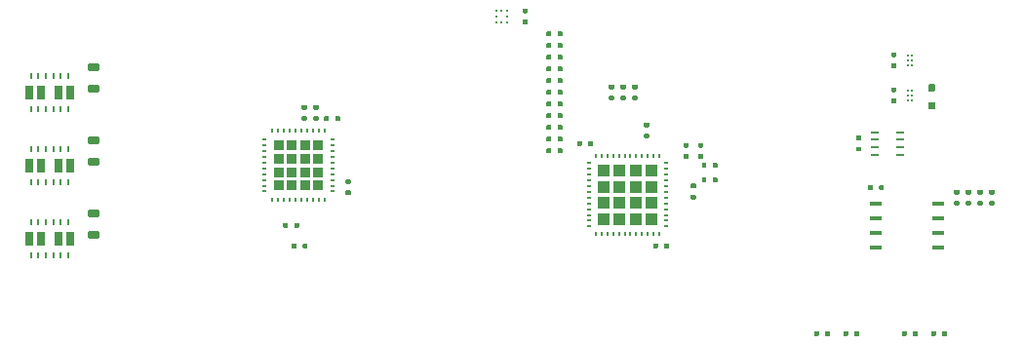
<source format=gbr>
G04 This is an RS-274x file exported by *
G04 gerbv version 2.6.2 *
G04 More information is available about gerbv at *
G04 http://gerbv.geda-project.org/ *
G04 --End of header info--*
%MOIN*%
%FSLAX34Y34*%
%IPPOS*%
%IR180*%
G04 --Define apertures--*
%ADD10C,0.0039*%
%ADD11C,0.0163*%
%ADD12C,0.0241*%
%ADD13R,0.0116X0.0218*%
%ADD14R,0.0315X0.0472*%
%ADD15C,0.0269*%
%ADD16C,0.0069*%
%ADD17R,0.0083X0.0138*%
%ADD18R,0.0138X0.0083*%
%ADD19R,0.0362X0.0362*%
%ADD20R,0.0292X0.0110*%
%ADD21C,0.0089*%
%ADD22R,0.0152X0.0083*%
%ADD23R,0.0083X0.0152*%
%ADD24R,0.0441X0.0441*%
%ADD25R,0.0427X0.0165*%
%ADD26R,0.0048X0.0076*%
G04 --Start main section--*
G54D10*
G36*
G01X-013795Y0000897D02*
G01X-013791Y0000896D01*
G01X-013787Y0000895D01*
G01X-013783Y0000894D01*
G01X-013780Y0000892D01*
G01X-013776Y0000890D01*
G01X-013773Y0000888D01*
G01X-013770Y0000885D01*
G01X-013767Y0000882D01*
G01X-013765Y0000879D01*
G01X-013763Y0000876D01*
G01X-013761Y0000872D01*
G01X-013760Y0000868D01*
G01X-013759Y0000865D01*
G01X-013758Y0000861D01*
G01X-013758Y0000857D01*
G01X-013758Y0000762D01*
G01X-013758Y0000758D01*
G01X-013759Y0000754D01*
G01X-013760Y0000750D01*
G01X-013761Y0000746D01*
G01X-013763Y0000742D01*
G01X-013765Y0000739D01*
G01X-013767Y0000736D01*
G01X-013770Y0000733D01*
G01X-013773Y0000730D01*
G01X-013776Y0000728D01*
G01X-013780Y0000726D01*
G01X-013783Y0000724D01*
G01X-013787Y0000723D01*
G01X-013791Y0000722D01*
G01X-013795Y0000721D01*
G01X-013799Y0000721D01*
G01X-013880Y0000721D01*
G01X-013884Y0000721D01*
G01X-013888Y0000722D01*
G01X-013892Y0000723D01*
G01X-013896Y0000724D01*
G01X-013899Y0000726D01*
G01X-013903Y0000728D01*
G01X-013906Y0000730D01*
G01X-013909Y0000733D01*
G01X-013911Y0000736D01*
G01X-013914Y0000739D01*
G01X-013916Y0000742D01*
G01X-013918Y0000746D01*
G01X-013919Y0000750D01*
G01X-013920Y0000754D01*
G01X-013920Y0000758D01*
G01X-013921Y0000762D01*
G01X-013921Y0000857D01*
G01X-013920Y0000861D01*
G01X-013920Y0000865D01*
G01X-013919Y0000868D01*
G01X-013918Y0000872D01*
G01X-013916Y0000876D01*
G01X-013914Y0000879D01*
G01X-013911Y0000882D01*
G01X-013909Y0000885D01*
G01X-013906Y0000888D01*
G01X-013903Y0000890D01*
G01X-013899Y0000892D01*
G01X-013896Y0000894D01*
G01X-013892Y0000895D01*
G01X-013888Y0000896D01*
G01X-013884Y0000897D01*
G01X-013880Y0000897D01*
G01X-013799Y0000897D01*
G01X-013795Y0000897D01*
G01X-013795Y0000897D01*
G37*
G54D11*
G01X-013839Y0000809D03*
G54D10*
G36*
G01X-014177Y0000897D02*
G01X-014173Y0000896D01*
G01X-014169Y0000895D01*
G01X-014165Y0000894D01*
G01X-014161Y0000892D01*
G01X-014158Y0000890D01*
G01X-014155Y0000888D01*
G01X-014152Y0000885D01*
G01X-014149Y0000882D01*
G01X-014147Y0000879D01*
G01X-014145Y0000876D01*
G01X-014143Y0000872D01*
G01X-014142Y0000868D01*
G01X-014141Y0000865D01*
G01X-014140Y0000861D01*
G01X-014140Y0000857D01*
G01X-014140Y0000762D01*
G01X-014140Y0000758D01*
G01X-014141Y0000754D01*
G01X-014142Y0000750D01*
G01X-014143Y0000746D01*
G01X-014145Y0000742D01*
G01X-014147Y0000739D01*
G01X-014149Y0000736D01*
G01X-014152Y0000733D01*
G01X-014155Y0000730D01*
G01X-014158Y0000728D01*
G01X-014161Y0000726D01*
G01X-014165Y0000724D01*
G01X-014169Y0000723D01*
G01X-014173Y0000722D01*
G01X-014177Y0000721D01*
G01X-014181Y0000721D01*
G01X-014262Y0000721D01*
G01X-014266Y0000721D01*
G01X-014270Y0000722D01*
G01X-014274Y0000723D01*
G01X-014277Y0000724D01*
G01X-014281Y0000726D01*
G01X-014284Y0000728D01*
G01X-014288Y0000730D01*
G01X-014291Y0000733D01*
G01X-014293Y0000736D01*
G01X-014296Y0000739D01*
G01X-014298Y0000742D01*
G01X-014299Y0000746D01*
G01X-014301Y0000750D01*
G01X-014302Y0000754D01*
G01X-014302Y0000758D01*
G01X-014303Y0000762D01*
G01X-014303Y0000857D01*
G01X-014302Y0000861D01*
G01X-014302Y0000865D01*
G01X-014301Y0000868D01*
G01X-014299Y0000872D01*
G01X-014298Y0000876D01*
G01X-014296Y0000879D01*
G01X-014293Y0000882D01*
G01X-014291Y0000885D01*
G01X-014288Y0000888D01*
G01X-014284Y0000890D01*
G01X-014281Y0000892D01*
G01X-014277Y0000894D01*
G01X-014274Y0000895D01*
G01X-014270Y0000896D01*
G01X-014266Y0000897D01*
G01X-014262Y0000897D01*
G01X-014181Y0000897D01*
G01X-014177Y0000897D01*
G01X-014177Y0000897D01*
G37*
G54D11*
G01X-014221Y0000809D03*
G54D10*
G36*
G01X-015863Y-002481D02*
G01X-015857Y-002482D01*
G01X-015851Y-002483D01*
G01X-015846Y-002485D01*
G01X-015840Y-002488D01*
G01X-015835Y-002491D01*
G01X-015831Y-002494D01*
G01X-015826Y-002498D01*
G01X-015822Y-002502D01*
G01X-015819Y-002507D01*
G01X-015816Y-002512D01*
G01X-015813Y-002518D01*
G01X-015811Y-002523D01*
G01X-015810Y-002529D01*
G01X-015809Y-002535D01*
G01X-015808Y-002541D01*
G01X-015808Y-002661D01*
G01X-015809Y-002667D01*
G01X-015810Y-002673D01*
G01X-015811Y-002679D01*
G01X-015813Y-002684D01*
G01X-015816Y-002690D01*
G01X-015819Y-002695D01*
G01X-015822Y-002700D01*
G01X-015826Y-002704D01*
G01X-015831Y-002708D01*
G01X-015835Y-002711D01*
G01X-015840Y-002714D01*
G01X-015846Y-002717D01*
G01X-015851Y-002719D01*
G01X-015857Y-002720D01*
G01X-015863Y-002721D01*
G01X-015869Y-002722D01*
G01X-016010Y-002722D01*
G01X-016016Y-002721D01*
G01X-016022Y-002720D01*
G01X-016027Y-002719D01*
G01X-016033Y-002717D01*
G01X-016038Y-002714D01*
G01X-016043Y-002711D01*
G01X-016048Y-002708D01*
G01X-016053Y-002704D01*
G01X-016057Y-002700D01*
G01X-016060Y-002695D01*
G01X-016063Y-002690D01*
G01X-016066Y-002684D01*
G01X-016068Y-002679D01*
G01X-016069Y-002673D01*
G01X-016070Y-002667D01*
G01X-016070Y-002661D01*
G01X-016070Y-002541D01*
G01X-016070Y-002535D01*
G01X-016069Y-002529D01*
G01X-016068Y-002523D01*
G01X-016066Y-002518D01*
G01X-016063Y-002512D01*
G01X-016060Y-002507D01*
G01X-016057Y-002502D01*
G01X-016053Y-002498D01*
G01X-016048Y-002494D01*
G01X-016043Y-002491D01*
G01X-016038Y-002488D01*
G01X-016033Y-002485D01*
G01X-016027Y-002483D01*
G01X-016022Y-002482D01*
G01X-016016Y-002481D01*
G01X-016010Y-002480D01*
G01X-015869Y-002480D01*
G01X-015863Y-002481D01*
G01X-015863Y-002481D01*
G37*
G54D12*
G01X-015939Y-002601D03*
G54D10*
G36*
G01X-015863Y-001861D02*
G01X-015857Y-001861D01*
G01X-015851Y-001863D01*
G01X-015846Y-001865D01*
G01X-015840Y-001867D01*
G01X-015835Y-001870D01*
G01X-015831Y-001874D01*
G01X-015826Y-001878D01*
G01X-015822Y-001882D01*
G01X-015819Y-001887D01*
G01X-015816Y-001892D01*
G01X-015813Y-001898D01*
G01X-015811Y-001903D01*
G01X-015810Y-001909D01*
G01X-015809Y-001915D01*
G01X-015808Y-001921D01*
G01X-015808Y-002041D01*
G01X-015809Y-002047D01*
G01X-015810Y-002053D01*
G01X-015811Y-002059D01*
G01X-015813Y-002064D01*
G01X-015816Y-002070D01*
G01X-015819Y-002075D01*
G01X-015822Y-002079D01*
G01X-015826Y-002084D01*
G01X-015831Y-002088D01*
G01X-015835Y-002091D01*
G01X-015840Y-002094D01*
G01X-015846Y-002097D01*
G01X-015851Y-002099D01*
G01X-015857Y-002100D01*
G01X-015863Y-002101D01*
G01X-015869Y-002101D01*
G01X-016010Y-002101D01*
G01X-016016Y-002101D01*
G01X-016022Y-002100D01*
G01X-016027Y-002099D01*
G01X-016033Y-002097D01*
G01X-016038Y-002094D01*
G01X-016043Y-002091D01*
G01X-016048Y-002088D01*
G01X-016053Y-002084D01*
G01X-016057Y-002079D01*
G01X-016060Y-002075D01*
G01X-016063Y-002070D01*
G01X-016066Y-002064D01*
G01X-016068Y-002059D01*
G01X-016069Y-002053D01*
G01X-016070Y-002047D01*
G01X-016070Y-002041D01*
G01X-016070Y-001921D01*
G01X-016070Y-001915D01*
G01X-016069Y-001909D01*
G01X-016068Y-001903D01*
G01X-016066Y-001898D01*
G01X-016063Y-001892D01*
G01X-016060Y-001887D01*
G01X-016057Y-001882D01*
G01X-016053Y-001878D01*
G01X-016048Y-001874D01*
G01X-016043Y-001870D01*
G01X-016038Y-001867D01*
G01X-016033Y-001865D01*
G01X-016027Y-001863D01*
G01X-016022Y-001861D01*
G01X-016016Y-001861D01*
G01X-016010Y-001860D01*
G01X-015869Y-001860D01*
G01X-015863Y-001861D01*
G01X-015863Y-001861D01*
G37*
G54D12*
G01X-015939Y-001981D03*
G54D10*
G36*
G01X-014588Y-003269D02*
G01X-014584Y-003269D01*
G01X-014580Y-003270D01*
G01X-014576Y-003272D01*
G01X-014573Y-003274D01*
G01X-014569Y-003276D01*
G01X-014566Y-003278D01*
G01X-014563Y-003281D01*
G01X-014560Y-003284D01*
G01X-014558Y-003287D01*
G01X-014556Y-003290D01*
G01X-014554Y-003294D01*
G01X-014553Y-003298D01*
G01X-014552Y-003301D01*
G01X-014551Y-003305D01*
G01X-014551Y-003309D01*
G01X-014551Y-003391D01*
G01X-014551Y-003395D01*
G01X-014552Y-003399D01*
G01X-014553Y-003402D01*
G01X-014554Y-003406D01*
G01X-014556Y-003410D01*
G01X-014558Y-003413D01*
G01X-014560Y-003416D01*
G01X-014563Y-003419D01*
G01X-014566Y-003422D01*
G01X-014569Y-003424D01*
G01X-014573Y-003426D01*
G01X-014576Y-003428D01*
G01X-014580Y-003430D01*
G01X-014584Y-003431D01*
G01X-014588Y-003431D01*
G01X-014592Y-003431D01*
G01X-014687Y-003431D01*
G01X-014691Y-003431D01*
G01X-014695Y-003431D01*
G01X-014699Y-003430D01*
G01X-014702Y-003428D01*
G01X-014706Y-003426D01*
G01X-014709Y-003424D01*
G01X-014713Y-003422D01*
G01X-014716Y-003419D01*
G01X-014718Y-003416D01*
G01X-014721Y-003413D01*
G01X-014723Y-003410D01*
G01X-014724Y-003406D01*
G01X-014726Y-003402D01*
G01X-014727Y-003399D01*
G01X-014727Y-003395D01*
G01X-014728Y-003391D01*
G01X-014728Y-003309D01*
G01X-014727Y-003305D01*
G01X-014727Y-003301D01*
G01X-014726Y-003298D01*
G01X-014724Y-003294D01*
G01X-014723Y-003290D01*
G01X-014721Y-003287D01*
G01X-014718Y-003284D01*
G01X-014716Y-003281D01*
G01X-014713Y-003278D01*
G01X-014709Y-003276D01*
G01X-014706Y-003274D01*
G01X-014702Y-003272D01*
G01X-014699Y-003270D01*
G01X-014695Y-003269D01*
G01X-014691Y-003269D01*
G01X-014687Y-003269D01*
G01X-014592Y-003269D01*
G01X-014588Y-003269D01*
G01X-014588Y-003269D01*
G37*
G54D11*
G01X-014639Y-003350D03*
G54D10*
G36*
G01X-014588Y-003651D02*
G01X-014584Y-003651D01*
G01X-014580Y-003652D01*
G01X-014576Y-003654D01*
G01X-014573Y-003655D01*
G01X-014569Y-003657D01*
G01X-014566Y-003660D01*
G01X-014563Y-003662D01*
G01X-014560Y-003665D01*
G01X-014558Y-003669D01*
G01X-014556Y-003672D01*
G01X-014554Y-003676D01*
G01X-014553Y-003679D01*
G01X-014552Y-003683D01*
G01X-014551Y-003687D01*
G01X-014551Y-003691D01*
G01X-014551Y-003773D01*
G01X-014551Y-003777D01*
G01X-014552Y-003780D01*
G01X-014553Y-003784D01*
G01X-014554Y-003788D01*
G01X-014556Y-003792D01*
G01X-014558Y-003795D01*
G01X-014560Y-003798D01*
G01X-014563Y-003801D01*
G01X-014566Y-003804D01*
G01X-014569Y-003806D01*
G01X-014573Y-003808D01*
G01X-014576Y-003810D01*
G01X-014580Y-003811D01*
G01X-014584Y-003812D01*
G01X-014588Y-003813D01*
G01X-014592Y-003813D01*
G01X-014687Y-003813D01*
G01X-014691Y-003813D01*
G01X-014695Y-003812D01*
G01X-014699Y-003811D01*
G01X-014702Y-003810D01*
G01X-014706Y-003808D01*
G01X-014709Y-003806D01*
G01X-014713Y-003804D01*
G01X-014716Y-003801D01*
G01X-014718Y-003798D01*
G01X-014721Y-003795D01*
G01X-014723Y-003792D01*
G01X-014724Y-003788D01*
G01X-014726Y-003784D01*
G01X-014727Y-003780D01*
G01X-014727Y-003777D01*
G01X-014728Y-003773D01*
G01X-014728Y-003691D01*
G01X-014727Y-003687D01*
G01X-014727Y-003683D01*
G01X-014726Y-003679D01*
G01X-014724Y-003676D01*
G01X-014723Y-003672D01*
G01X-014721Y-003669D01*
G01X-014718Y-003665D01*
G01X-014716Y-003662D01*
G01X-014713Y-003660D01*
G01X-014709Y-003657D01*
G01X-014706Y-003655D01*
G01X-014702Y-003654D01*
G01X-014699Y-003652D01*
G01X-014695Y-003651D01*
G01X-014691Y-003651D01*
G01X-014687Y-003651D01*
G01X-014592Y-003651D01*
G01X-014588Y-003651D01*
G01X-014588Y-003651D01*
G37*
G54D11*
G01X-014639Y-003732D03*
G54D10*
G36*
G01X-014588Y-002069D02*
G01X-014584Y-002069D01*
G01X-014580Y-002070D01*
G01X-014576Y-002072D01*
G01X-014573Y-002074D01*
G01X-014569Y-002076D01*
G01X-014566Y-002078D01*
G01X-014563Y-002081D01*
G01X-014560Y-002084D01*
G01X-014558Y-002087D01*
G01X-014556Y-002090D01*
G01X-014554Y-002094D01*
G01X-014553Y-002098D01*
G01X-014552Y-002101D01*
G01X-014551Y-002105D01*
G01X-014551Y-002109D01*
G01X-014551Y-002191D01*
G01X-014551Y-002195D01*
G01X-014552Y-002199D01*
G01X-014553Y-002202D01*
G01X-014554Y-002206D01*
G01X-014556Y-002210D01*
G01X-014558Y-002213D01*
G01X-014560Y-002216D01*
G01X-014563Y-002219D01*
G01X-014566Y-002222D01*
G01X-014569Y-002224D01*
G01X-014573Y-002226D01*
G01X-014576Y-002228D01*
G01X-014580Y-002230D01*
G01X-014584Y-002231D01*
G01X-014588Y-002231D01*
G01X-014592Y-002231D01*
G01X-014687Y-002231D01*
G01X-014691Y-002231D01*
G01X-014695Y-002231D01*
G01X-014699Y-002230D01*
G01X-014702Y-002228D01*
G01X-014706Y-002226D01*
G01X-014709Y-002224D01*
G01X-014713Y-002222D01*
G01X-014716Y-002219D01*
G01X-014718Y-002216D01*
G01X-014721Y-002213D01*
G01X-014723Y-002210D01*
G01X-014724Y-002206D01*
G01X-014726Y-002202D01*
G01X-014727Y-002199D01*
G01X-014727Y-002195D01*
G01X-014728Y-002191D01*
G01X-014728Y-002109D01*
G01X-014727Y-002105D01*
G01X-014727Y-002101D01*
G01X-014726Y-002098D01*
G01X-014724Y-002094D01*
G01X-014723Y-002090D01*
G01X-014721Y-002087D01*
G01X-014718Y-002084D01*
G01X-014716Y-002081D01*
G01X-014713Y-002078D01*
G01X-014709Y-002076D01*
G01X-014706Y-002074D01*
G01X-014702Y-002072D01*
G01X-014699Y-002070D01*
G01X-014695Y-002069D01*
G01X-014691Y-002069D01*
G01X-014687Y-002069D01*
G01X-014592Y-002069D01*
G01X-014588Y-002069D01*
G01X-014588Y-002069D01*
G37*
G54D11*
G01X-014639Y-002150D03*
G54D10*
G36*
G01X-014588Y-002451D02*
G01X-014584Y-002451D01*
G01X-014580Y-002452D01*
G01X-014576Y-002454D01*
G01X-014573Y-002455D01*
G01X-014569Y-002457D01*
G01X-014566Y-002460D01*
G01X-014563Y-002462D01*
G01X-014560Y-002465D01*
G01X-014558Y-002469D01*
G01X-014556Y-002472D01*
G01X-014554Y-002476D01*
G01X-014553Y-002479D01*
G01X-014552Y-002483D01*
G01X-014551Y-002487D01*
G01X-014551Y-002491D01*
G01X-014551Y-002573D01*
G01X-014551Y-002577D01*
G01X-014552Y-002580D01*
G01X-014553Y-002584D01*
G01X-014554Y-002588D01*
G01X-014556Y-002592D01*
G01X-014558Y-002595D01*
G01X-014560Y-002598D01*
G01X-014563Y-002601D01*
G01X-014566Y-002604D01*
G01X-014569Y-002606D01*
G01X-014573Y-002608D01*
G01X-014576Y-002610D01*
G01X-014580Y-002611D01*
G01X-014584Y-002612D01*
G01X-014588Y-002613D01*
G01X-014592Y-002613D01*
G01X-014687Y-002613D01*
G01X-014691Y-002613D01*
G01X-014695Y-002612D01*
G01X-014699Y-002611D01*
G01X-014702Y-002610D01*
G01X-014706Y-002608D01*
G01X-014709Y-002606D01*
G01X-014713Y-002604D01*
G01X-014716Y-002601D01*
G01X-014718Y-002598D01*
G01X-014721Y-002595D01*
G01X-014723Y-002592D01*
G01X-014724Y-002588D01*
G01X-014726Y-002584D01*
G01X-014727Y-002580D01*
G01X-014727Y-002577D01*
G01X-014728Y-002573D01*
G01X-014728Y-002491D01*
G01X-014727Y-002487D01*
G01X-014727Y-002483D01*
G01X-014726Y-002479D01*
G01X-014724Y-002476D01*
G01X-014723Y-002472D01*
G01X-014721Y-002469D01*
G01X-014718Y-002465D01*
G01X-014716Y-002462D01*
G01X-014713Y-002460D01*
G01X-014709Y-002457D01*
G01X-014706Y-002455D01*
G01X-014702Y-002454D01*
G01X-014699Y-002452D01*
G01X-014695Y-002451D01*
G01X-014691Y-002451D01*
G01X-014687Y-002451D01*
G01X-014592Y-002451D01*
G01X-014588Y-002451D01*
G01X-014588Y-002451D01*
G37*
G54D11*
G01X-014639Y-002532D03*
G54D10*
G36*
G01X0005562Y-001469D02*
G01X0005566Y-001469D01*
G01X0005570Y-001470D01*
G01X0005574Y-001472D01*
G01X0005577Y-001474D01*
G01X0005581Y-001476D01*
G01X0005584Y-001478D01*
G01X0005587Y-001481D01*
G01X0005590Y-001484D01*
G01X0005592Y-001487D01*
G01X0005594Y-001490D01*
G01X0005596Y-001494D01*
G01X0005597Y-001498D01*
G01X0005598Y-001501D01*
G01X0005599Y-001505D01*
G01X0005599Y-001509D01*
G01X0005599Y-001591D01*
G01X0005599Y-001595D01*
G01X0005598Y-001599D01*
G01X0005597Y-001602D01*
G01X0005596Y-001606D01*
G01X0005594Y-001610D01*
G01X0005592Y-001613D01*
G01X0005590Y-001616D01*
G01X0005587Y-001619D01*
G01X0005584Y-001622D01*
G01X0005581Y-001624D01*
G01X0005577Y-001626D01*
G01X0005574Y-001628D01*
G01X0005570Y-001630D01*
G01X0005566Y-001631D01*
G01X0005562Y-001631D01*
G01X0005558Y-001631D01*
G01X0005463Y-001631D01*
G01X0005459Y-001631D01*
G01X0005455Y-001631D01*
G01X0005451Y-001630D01*
G01X0005448Y-001628D01*
G01X0005444Y-001626D01*
G01X0005441Y-001624D01*
G01X0005437Y-001622D01*
G01X0005434Y-001619D01*
G01X0005432Y-001616D01*
G01X0005429Y-001613D01*
G01X0005427Y-001610D01*
G01X0005426Y-001606D01*
G01X0005424Y-001602D01*
G01X0005423Y-001599D01*
G01X0005423Y-001595D01*
G01X0005422Y-001591D01*
G01X0005422Y-001509D01*
G01X0005423Y-001505D01*
G01X0005423Y-001501D01*
G01X0005424Y-001498D01*
G01X0005426Y-001494D01*
G01X0005427Y-001490D01*
G01X0005429Y-001487D01*
G01X0005432Y-001484D01*
G01X0005434Y-001481D01*
G01X0005437Y-001478D01*
G01X0005441Y-001476D01*
G01X0005444Y-001474D01*
G01X0005448Y-001472D01*
G01X0005451Y-001470D01*
G01X0005455Y-001469D01*
G01X0005459Y-001469D01*
G01X0005463Y-001469D01*
G01X0005558Y-001469D01*
G01X0005562Y-001469D01*
G01X0005562Y-001469D01*
G37*
G54D11*
G01X0005511Y-001550D03*
G54D10*
G36*
G01X0005562Y-001851D02*
G01X0005566Y-001851D01*
G01X0005570Y-001852D01*
G01X0005574Y-001854D01*
G01X0005577Y-001855D01*
G01X0005581Y-001857D01*
G01X0005584Y-001860D01*
G01X0005587Y-001862D01*
G01X0005590Y-001865D01*
G01X0005592Y-001869D01*
G01X0005594Y-001872D01*
G01X0005596Y-001876D01*
G01X0005597Y-001879D01*
G01X0005598Y-001883D01*
G01X0005599Y-001887D01*
G01X0005599Y-001891D01*
G01X0005599Y-001973D01*
G01X0005599Y-001977D01*
G01X0005598Y-001980D01*
G01X0005597Y-001984D01*
G01X0005596Y-001988D01*
G01X0005594Y-001992D01*
G01X0005592Y-001995D01*
G01X0005590Y-001998D01*
G01X0005587Y-002001D01*
G01X0005584Y-002004D01*
G01X0005581Y-002006D01*
G01X0005577Y-002008D01*
G01X0005574Y-002010D01*
G01X0005570Y-002011D01*
G01X0005566Y-002012D01*
G01X0005562Y-002013D01*
G01X0005558Y-002013D01*
G01X0005463Y-002013D01*
G01X0005459Y-002013D01*
G01X0005455Y-002012D01*
G01X0005451Y-002011D01*
G01X0005448Y-002010D01*
G01X0005444Y-002008D01*
G01X0005441Y-002006D01*
G01X0005437Y-002004D01*
G01X0005434Y-002001D01*
G01X0005432Y-001998D01*
G01X0005429Y-001995D01*
G01X0005427Y-001992D01*
G01X0005426Y-001988D01*
G01X0005424Y-001984D01*
G01X0005423Y-001980D01*
G01X0005423Y-001977D01*
G01X0005422Y-001973D01*
G01X0005422Y-001891D01*
G01X0005423Y-001887D01*
G01X0005423Y-001883D01*
G01X0005424Y-001879D01*
G01X0005426Y-001876D01*
G01X0005427Y-001872D01*
G01X0005429Y-001869D01*
G01X0005432Y-001865D01*
G01X0005434Y-001862D01*
G01X0005437Y-001860D01*
G01X0005441Y-001857D01*
G01X0005444Y-001855D01*
G01X0005448Y-001854D01*
G01X0005451Y-001852D01*
G01X0005455Y-001851D01*
G01X0005459Y-001851D01*
G01X0005463Y-001851D01*
G01X0005558Y-001851D01*
G01X0005562Y-001851D01*
G01X0005562Y-001851D01*
G37*
G54D11*
G01X0005511Y-001932D03*
G54D10*
G36*
G01X0004062Y0000690D02*
G01X0004066Y0000690D01*
G01X0004070Y0000689D01*
G01X0004074Y0000687D01*
G01X0004077Y0000686D01*
G01X0004081Y0000684D01*
G01X0004084Y0000681D01*
G01X0004087Y0000678D01*
G01X0004090Y0000675D01*
G01X0004092Y0000672D01*
G01X0004094Y0000669D01*
G01X0004096Y0000665D01*
G01X0004097Y0000662D01*
G01X0004098Y0000658D01*
G01X0004099Y0000654D01*
G01X0004099Y0000650D01*
G01X0004099Y0000568D01*
G01X0004099Y0000564D01*
G01X0004098Y0000560D01*
G01X0004097Y0000557D01*
G01X0004096Y0000553D01*
G01X0004094Y0000549D01*
G01X0004092Y0000546D01*
G01X0004090Y0000543D01*
G01X0004087Y0000540D01*
G01X0004084Y0000537D01*
G01X0004081Y0000535D01*
G01X0004077Y0000533D01*
G01X0004074Y0000531D01*
G01X0004070Y0000530D01*
G01X0004066Y0000529D01*
G01X0004062Y0000528D01*
G01X0004058Y0000528D01*
G01X0003963Y0000528D01*
G01X0003959Y0000528D01*
G01X0003955Y0000529D01*
G01X0003951Y0000530D01*
G01X0003948Y0000531D01*
G01X0003944Y0000533D01*
G01X0003941Y0000535D01*
G01X0003937Y0000537D01*
G01X0003934Y0000540D01*
G01X0003932Y0000543D01*
G01X0003929Y0000546D01*
G01X0003927Y0000549D01*
G01X0003926Y0000553D01*
G01X0003924Y0000557D01*
G01X0003923Y0000560D01*
G01X0003923Y0000564D01*
G01X0003922Y0000568D01*
G01X0003922Y0000650D01*
G01X0003923Y0000654D01*
G01X0003923Y0000658D01*
G01X0003924Y0000662D01*
G01X0003926Y0000665D01*
G01X0003927Y0000669D01*
G01X0003929Y0000672D01*
G01X0003932Y0000675D01*
G01X0003934Y0000678D01*
G01X0003937Y0000681D01*
G01X0003941Y0000684D01*
G01X0003944Y0000686D01*
G01X0003948Y0000687D01*
G01X0003951Y0000689D01*
G01X0003955Y0000690D01*
G01X0003959Y0000690D01*
G01X0003963Y0000690D01*
G01X0004058Y0000690D01*
G01X0004062Y0000690D01*
G01X0004062Y0000690D01*
G37*
G54D11*
G01X0004011Y0000609D03*
G54D10*
G36*
G01X0004062Y0001072D02*
G01X0004066Y0001071D01*
G01X0004070Y0001070D01*
G01X0004074Y0001069D01*
G01X0004077Y0001067D01*
G01X0004081Y0001065D01*
G01X0004084Y0001063D01*
G01X0004087Y0001060D01*
G01X0004090Y0001057D01*
G01X0004092Y0001054D01*
G01X0004094Y0001051D01*
G01X0004096Y0001047D01*
G01X0004097Y0001043D01*
G01X0004098Y0001040D01*
G01X0004099Y0001036D01*
G01X0004099Y0001032D01*
G01X0004099Y0000950D01*
G01X0004099Y0000946D01*
G01X0004098Y0000942D01*
G01X0004097Y0000938D01*
G01X0004096Y0000935D01*
G01X0004094Y0000931D01*
G01X0004092Y0000928D01*
G01X0004090Y0000925D01*
G01X0004087Y0000922D01*
G01X0004084Y0000919D01*
G01X0004081Y0000916D01*
G01X0004077Y0000914D01*
G01X0004074Y0000913D01*
G01X0004070Y0000911D01*
G01X0004066Y0000910D01*
G01X0004062Y0000910D01*
G01X0004058Y0000910D01*
G01X0003963Y0000910D01*
G01X0003959Y0000910D01*
G01X0003955Y0000910D01*
G01X0003951Y0000911D01*
G01X0003948Y0000913D01*
G01X0003944Y0000914D01*
G01X0003941Y0000916D01*
G01X0003937Y0000919D01*
G01X0003934Y0000922D01*
G01X0003932Y0000925D01*
G01X0003929Y0000928D01*
G01X0003927Y0000931D01*
G01X0003926Y0000935D01*
G01X0003924Y0000938D01*
G01X0003923Y0000942D01*
G01X0003923Y0000946D01*
G01X0003922Y0000950D01*
G01X0003922Y0001032D01*
G01X0003923Y0001036D01*
G01X0003923Y0001040D01*
G01X0003924Y0001043D01*
G01X0003926Y0001047D01*
G01X0003927Y0001051D01*
G01X0003929Y0001054D01*
G01X0003932Y0001057D01*
G01X0003934Y0001060D01*
G01X0003937Y0001063D01*
G01X0003941Y0001065D01*
G01X0003944Y0001067D01*
G01X0003948Y0001069D01*
G01X0003951Y0001070D01*
G01X0003955Y0001071D01*
G01X0003959Y0001072D01*
G01X0003963Y0001072D01*
G01X0004058Y0001072D01*
G01X0004062Y0001072D01*
G01X0004062Y0001072D01*
G37*
G54D11*
G01X0004011Y0000991D03*
G54D10*
G36*
G01X0005162Y-001851D02*
G01X0005166Y-001851D01*
G01X0005170Y-001852D01*
G01X0005174Y-001854D01*
G01X0005177Y-001855D01*
G01X0005181Y-001857D01*
G01X0005184Y-001860D01*
G01X0005187Y-001862D01*
G01X0005190Y-001865D01*
G01X0005192Y-001869D01*
G01X0005194Y-001872D01*
G01X0005196Y-001876D01*
G01X0005197Y-001879D01*
G01X0005198Y-001883D01*
G01X0005199Y-001887D01*
G01X0005199Y-001891D01*
G01X0005199Y-001973D01*
G01X0005199Y-001977D01*
G01X0005198Y-001980D01*
G01X0005197Y-001984D01*
G01X0005196Y-001988D01*
G01X0005194Y-001992D01*
G01X0005192Y-001995D01*
G01X0005190Y-001998D01*
G01X0005187Y-002001D01*
G01X0005184Y-002004D01*
G01X0005181Y-002006D01*
G01X0005177Y-002008D01*
G01X0005174Y-002010D01*
G01X0005170Y-002011D01*
G01X0005166Y-002012D01*
G01X0005162Y-002013D01*
G01X0005158Y-002013D01*
G01X0005063Y-002013D01*
G01X0005059Y-002013D01*
G01X0005055Y-002012D01*
G01X0005051Y-002011D01*
G01X0005048Y-002010D01*
G01X0005044Y-002008D01*
G01X0005041Y-002006D01*
G01X0005037Y-002004D01*
G01X0005034Y-002001D01*
G01X0005032Y-001998D01*
G01X0005029Y-001995D01*
G01X0005027Y-001992D01*
G01X0005026Y-001988D01*
G01X0005024Y-001984D01*
G01X0005023Y-001980D01*
G01X0005023Y-001977D01*
G01X0005022Y-001973D01*
G01X0005022Y-001891D01*
G01X0005023Y-001887D01*
G01X0005023Y-001883D01*
G01X0005024Y-001879D01*
G01X0005026Y-001876D01*
G01X0005027Y-001872D01*
G01X0005029Y-001869D01*
G01X0005032Y-001865D01*
G01X0005034Y-001862D01*
G01X0005037Y-001860D01*
G01X0005041Y-001857D01*
G01X0005044Y-001855D01*
G01X0005048Y-001854D01*
G01X0005051Y-001852D01*
G01X0005055Y-001851D01*
G01X0005059Y-001851D01*
G01X0005063Y-001851D01*
G01X0005158Y-001851D01*
G01X0005162Y-001851D01*
G01X0005162Y-001851D01*
G37*
G54D11*
G01X0005111Y-001932D03*
G54D10*
G36*
G01X0005162Y-001469D02*
G01X0005166Y-001469D01*
G01X0005170Y-001470D01*
G01X0005174Y-001472D01*
G01X0005177Y-001474D01*
G01X0005181Y-001476D01*
G01X0005184Y-001478D01*
G01X0005187Y-001481D01*
G01X0005190Y-001484D01*
G01X0005192Y-001487D01*
G01X0005194Y-001490D01*
G01X0005196Y-001494D01*
G01X0005197Y-001498D01*
G01X0005198Y-001501D01*
G01X0005199Y-001505D01*
G01X0005199Y-001509D01*
G01X0005199Y-001591D01*
G01X0005199Y-001595D01*
G01X0005198Y-001599D01*
G01X0005197Y-001602D01*
G01X0005196Y-001606D01*
G01X0005194Y-001610D01*
G01X0005192Y-001613D01*
G01X0005190Y-001616D01*
G01X0005187Y-001619D01*
G01X0005184Y-001622D01*
G01X0005181Y-001624D01*
G01X0005177Y-001626D01*
G01X0005174Y-001628D01*
G01X0005170Y-001630D01*
G01X0005166Y-001631D01*
G01X0005162Y-001631D01*
G01X0005158Y-001631D01*
G01X0005063Y-001631D01*
G01X0005059Y-001631D01*
G01X0005055Y-001631D01*
G01X0005051Y-001630D01*
G01X0005048Y-001628D01*
G01X0005044Y-001626D01*
G01X0005041Y-001624D01*
G01X0005037Y-001622D01*
G01X0005034Y-001619D01*
G01X0005032Y-001616D01*
G01X0005029Y-001613D01*
G01X0005027Y-001610D01*
G01X0005026Y-001606D01*
G01X0005024Y-001602D01*
G01X0005023Y-001599D01*
G01X0005023Y-001595D01*
G01X0005022Y-001591D01*
G01X0005022Y-001509D01*
G01X0005023Y-001505D01*
G01X0005023Y-001501D01*
G01X0005024Y-001498D01*
G01X0005026Y-001494D01*
G01X0005027Y-001490D01*
G01X0005029Y-001487D01*
G01X0005032Y-001484D01*
G01X0005034Y-001481D01*
G01X0005037Y-001478D01*
G01X0005041Y-001476D01*
G01X0005044Y-001474D01*
G01X0005048Y-001472D01*
G01X0005051Y-001470D01*
G01X0005055Y-001469D01*
G01X0005059Y-001469D01*
G01X0005063Y-001469D01*
G01X0005158Y-001469D01*
G01X0005162Y-001469D01*
G01X0005162Y-001469D01*
G37*
G54D11*
G01X0005111Y-001550D03*
G54D10*
G36*
G01X0004414Y-001453D02*
G01X0004418Y-001454D01*
G01X0004422Y-001455D01*
G01X0004426Y-001456D01*
G01X0004429Y-001458D01*
G01X0004433Y-001460D01*
G01X0004436Y-001462D01*
G01X0004439Y-001465D01*
G01X0004442Y-001468D01*
G01X0004444Y-001471D01*
G01X0004446Y-001474D01*
G01X0004448Y-001478D01*
G01X0004449Y-001482D01*
G01X0004450Y-001485D01*
G01X0004451Y-001489D01*
G01X0004451Y-001493D01*
G01X0004451Y-001588D01*
G01X0004451Y-001592D01*
G01X0004450Y-001596D01*
G01X0004449Y-001600D01*
G01X0004448Y-001604D01*
G01X0004446Y-001608D01*
G01X0004444Y-001611D01*
G01X0004442Y-001614D01*
G01X0004439Y-001617D01*
G01X0004436Y-001620D01*
G01X0004433Y-001622D01*
G01X0004429Y-001624D01*
G01X0004426Y-001626D01*
G01X0004422Y-001627D01*
G01X0004418Y-001628D01*
G01X0004414Y-001629D01*
G01X0004410Y-001629D01*
G01X0004329Y-001629D01*
G01X0004325Y-001629D01*
G01X0004321Y-001628D01*
G01X0004317Y-001627D01*
G01X0004313Y-001626D01*
G01X0004310Y-001624D01*
G01X0004306Y-001622D01*
G01X0004303Y-001620D01*
G01X0004300Y-001617D01*
G01X0004298Y-001614D01*
G01X0004295Y-001611D01*
G01X0004293Y-001608D01*
G01X0004291Y-001604D01*
G01X0004290Y-001600D01*
G01X0004289Y-001596D01*
G01X0004289Y-001592D01*
G01X0004288Y-001588D01*
G01X0004288Y-001493D01*
G01X0004289Y-001489D01*
G01X0004289Y-001485D01*
G01X0004290Y-001482D01*
G01X0004291Y-001478D01*
G01X0004293Y-001474D01*
G01X0004295Y-001471D01*
G01X0004298Y-001468D01*
G01X0004300Y-001465D01*
G01X0004303Y-001462D01*
G01X0004306Y-001460D01*
G01X0004310Y-001458D01*
G01X0004313Y-001456D01*
G01X0004317Y-001455D01*
G01X0004321Y-001454D01*
G01X0004325Y-001453D01*
G01X0004329Y-001453D01*
G01X0004410Y-001453D01*
G01X0004414Y-001453D01*
G01X0004414Y-001453D01*
G37*
G54D11*
G01X0004370Y-001541D03*
G54D10*
G36*
G01X0004796Y-001453D02*
G01X0004800Y-001454D01*
G01X0004804Y-001455D01*
G01X0004808Y-001456D01*
G01X0004811Y-001458D01*
G01X0004815Y-001460D01*
G01X0004818Y-001462D01*
G01X0004821Y-001465D01*
G01X0004824Y-001468D01*
G01X0004826Y-001471D01*
G01X0004828Y-001474D01*
G01X0004830Y-001478D01*
G01X0004831Y-001482D01*
G01X0004832Y-001485D01*
G01X0004833Y-001489D01*
G01X0004833Y-001493D01*
G01X0004833Y-001588D01*
G01X0004833Y-001592D01*
G01X0004832Y-001596D01*
G01X0004831Y-001600D01*
G01X0004830Y-001604D01*
G01X0004828Y-001608D01*
G01X0004826Y-001611D01*
G01X0004824Y-001614D01*
G01X0004821Y-001617D01*
G01X0004818Y-001620D01*
G01X0004815Y-001622D01*
G01X0004811Y-001624D01*
G01X0004808Y-001626D01*
G01X0004804Y-001627D01*
G01X0004800Y-001628D01*
G01X0004796Y-001629D01*
G01X0004792Y-001629D01*
G01X0004711Y-001629D01*
G01X0004707Y-001629D01*
G01X0004703Y-001628D01*
G01X0004699Y-001627D01*
G01X0004695Y-001626D01*
G01X0004692Y-001624D01*
G01X0004688Y-001622D01*
G01X0004685Y-001620D01*
G01X0004682Y-001617D01*
G01X0004680Y-001614D01*
G01X0004677Y-001611D01*
G01X0004675Y-001608D01*
G01X0004673Y-001604D01*
G01X0004672Y-001600D01*
G01X0004671Y-001596D01*
G01X0004670Y-001592D01*
G01X0004670Y-001588D01*
G01X0004670Y-001493D01*
G01X0004670Y-001489D01*
G01X0004671Y-001485D01*
G01X0004672Y-001482D01*
G01X0004673Y-001478D01*
G01X0004675Y-001474D01*
G01X0004677Y-001471D01*
G01X0004680Y-001468D01*
G01X0004682Y-001465D01*
G01X0004685Y-001462D01*
G01X0004688Y-001460D01*
G01X0004692Y-001458D01*
G01X0004695Y-001456D01*
G01X0004699Y-001455D01*
G01X0004703Y-001454D01*
G01X0004707Y-001453D01*
G01X0004711Y-001453D01*
G01X0004792Y-001453D01*
G01X0004796Y-001453D01*
G01X0004796Y-001453D01*
G37*
G54D11*
G01X0004752Y-001541D03*
G54D10*
G36*
G01X-013388Y-000419D02*
G01X-013384Y-000419D01*
G01X-013380Y-000420D01*
G01X-013376Y-000422D01*
G01X-013373Y-000424D01*
G01X-013369Y-000426D01*
G01X-013366Y-000428D01*
G01X-013363Y-000431D01*
G01X-013360Y-000434D01*
G01X-013358Y-000437D01*
G01X-013356Y-000440D01*
G01X-013354Y-000444D01*
G01X-013353Y-000448D01*
G01X-013352Y-000451D01*
G01X-013351Y-000455D01*
G01X-013351Y-000459D01*
G01X-013351Y-000541D01*
G01X-013351Y-000545D01*
G01X-013352Y-000549D01*
G01X-013353Y-000552D01*
G01X-013354Y-000556D01*
G01X-013356Y-000560D01*
G01X-013358Y-000563D01*
G01X-013360Y-000566D01*
G01X-013363Y-000569D01*
G01X-013366Y-000572D01*
G01X-013369Y-000574D01*
G01X-013373Y-000576D01*
G01X-013376Y-000578D01*
G01X-013380Y-000580D01*
G01X-013384Y-000581D01*
G01X-013388Y-000581D01*
G01X-013392Y-000581D01*
G01X-013487Y-000581D01*
G01X-013491Y-000581D01*
G01X-013495Y-000581D01*
G01X-013499Y-000580D01*
G01X-013502Y-000578D01*
G01X-013506Y-000576D01*
G01X-013509Y-000574D01*
G01X-013513Y-000572D01*
G01X-013516Y-000569D01*
G01X-013518Y-000566D01*
G01X-013521Y-000563D01*
G01X-013523Y-000560D01*
G01X-013524Y-000556D01*
G01X-013526Y-000552D01*
G01X-013527Y-000549D01*
G01X-013527Y-000545D01*
G01X-013528Y-000541D01*
G01X-013528Y-000459D01*
G01X-013527Y-000455D01*
G01X-013527Y-000451D01*
G01X-013526Y-000448D01*
G01X-013524Y-000444D01*
G01X-013523Y-000440D01*
G01X-013521Y-000437D01*
G01X-013518Y-000434D01*
G01X-013516Y-000431D01*
G01X-013513Y-000428D01*
G01X-013509Y-000426D01*
G01X-013506Y-000424D01*
G01X-013502Y-000422D01*
G01X-013499Y-000420D01*
G01X-013495Y-000419D01*
G01X-013491Y-000419D01*
G01X-013487Y-000419D01*
G01X-013392Y-000419D01*
G01X-013388Y-000419D01*
G01X-013388Y-000419D01*
G37*
G54D11*
G01X-013439Y-000500D03*
G54D10*
G36*
G01X-013388Y-000801D02*
G01X-013384Y-000801D01*
G01X-013380Y-000802D01*
G01X-013376Y-000804D01*
G01X-013373Y-000805D01*
G01X-013369Y-000807D01*
G01X-013366Y-000810D01*
G01X-013363Y-000812D01*
G01X-013360Y-000815D01*
G01X-013358Y-000819D01*
G01X-013356Y-000822D01*
G01X-013354Y-000826D01*
G01X-013353Y-000829D01*
G01X-013352Y-000833D01*
G01X-013351Y-000837D01*
G01X-013351Y-000841D01*
G01X-013351Y-000923D01*
G01X-013351Y-000927D01*
G01X-013352Y-000930D01*
G01X-013353Y-000934D01*
G01X-013354Y-000938D01*
G01X-013356Y-000942D01*
G01X-013358Y-000945D01*
G01X-013360Y-000948D01*
G01X-013363Y-000951D01*
G01X-013366Y-000954D01*
G01X-013369Y-000956D01*
G01X-013373Y-000958D01*
G01X-013376Y-000960D01*
G01X-013380Y-000961D01*
G01X-013384Y-000962D01*
G01X-013388Y-000963D01*
G01X-013392Y-000963D01*
G01X-013487Y-000963D01*
G01X-013491Y-000963D01*
G01X-013495Y-000962D01*
G01X-013499Y-000961D01*
G01X-013502Y-000960D01*
G01X-013506Y-000958D01*
G01X-013509Y-000956D01*
G01X-013513Y-000954D01*
G01X-013516Y-000951D01*
G01X-013518Y-000948D01*
G01X-013521Y-000945D01*
G01X-013523Y-000942D01*
G01X-013524Y-000938D01*
G01X-013526Y-000934D01*
G01X-013527Y-000930D01*
G01X-013527Y-000927D01*
G01X-013528Y-000923D01*
G01X-013528Y-000841D01*
G01X-013527Y-000837D01*
G01X-013527Y-000833D01*
G01X-013526Y-000829D01*
G01X-013524Y-000826D01*
G01X-013523Y-000822D01*
G01X-013521Y-000819D01*
G01X-013518Y-000815D01*
G01X-013516Y-000812D01*
G01X-013513Y-000810D01*
G01X-013509Y-000807D01*
G01X-013506Y-000805D01*
G01X-013502Y-000804D01*
G01X-013499Y-000802D01*
G01X-013495Y-000801D01*
G01X-013491Y-000801D01*
G01X-013487Y-000801D01*
G01X-013392Y-000801D01*
G01X-013388Y-000801D01*
G01X-013388Y-000801D01*
G37*
G54D11*
G01X-013439Y-000882D03*
G54D10*
G36*
G01X-007738Y0001222D02*
G01X-007734Y0001221D01*
G01X-007730Y0001220D01*
G01X-007726Y0001219D01*
G01X-007723Y0001217D01*
G01X-007719Y0001215D01*
G01X-007716Y0001213D01*
G01X-007713Y0001210D01*
G01X-007710Y0001207D01*
G01X-007708Y0001204D01*
G01X-007706Y0001201D01*
G01X-007704Y0001197D01*
G01X-007703Y0001193D01*
G01X-007702Y0001190D01*
G01X-007701Y0001186D01*
G01X-007701Y0001182D01*
G01X-007701Y0001100D01*
G01X-007701Y0001096D01*
G01X-007702Y0001092D01*
G01X-007703Y0001088D01*
G01X-007704Y0001085D01*
G01X-007706Y0001081D01*
G01X-007708Y0001078D01*
G01X-007710Y0001075D01*
G01X-007713Y0001072D01*
G01X-007716Y0001069D01*
G01X-007719Y0001066D01*
G01X-007723Y0001064D01*
G01X-007726Y0001063D01*
G01X-007730Y0001061D01*
G01X-007734Y0001060D01*
G01X-007738Y0001060D01*
G01X-007742Y0001060D01*
G01X-007837Y0001060D01*
G01X-007841Y0001060D01*
G01X-007845Y0001060D01*
G01X-007849Y0001061D01*
G01X-007852Y0001063D01*
G01X-007856Y0001064D01*
G01X-007859Y0001066D01*
G01X-007863Y0001069D01*
G01X-007866Y0001072D01*
G01X-007868Y0001075D01*
G01X-007871Y0001078D01*
G01X-007873Y0001081D01*
G01X-007874Y0001085D01*
G01X-007876Y0001088D01*
G01X-007877Y0001092D01*
G01X-007877Y0001096D01*
G01X-007878Y0001100D01*
G01X-007878Y0001182D01*
G01X-007877Y0001186D01*
G01X-007877Y0001190D01*
G01X-007876Y0001193D01*
G01X-007874Y0001197D01*
G01X-007873Y0001201D01*
G01X-007871Y0001204D01*
G01X-007868Y0001207D01*
G01X-007866Y0001210D01*
G01X-007863Y0001213D01*
G01X-007859Y0001215D01*
G01X-007856Y0001217D01*
G01X-007852Y0001219D01*
G01X-007849Y0001220D01*
G01X-007845Y0001221D01*
G01X-007841Y0001222D01*
G01X-007837Y0001222D01*
G01X-007742Y0001222D01*
G01X-007738Y0001222D01*
G01X-007738Y0001222D01*
G37*
G54D11*
G01X-007789Y0001141D03*
G54D10*
G36*
G01X-007738Y0000840D02*
G01X-007734Y0000840D01*
G01X-007730Y0000839D01*
G01X-007726Y0000837D01*
G01X-007723Y0000836D01*
G01X-007719Y0000834D01*
G01X-007716Y0000831D01*
G01X-007713Y0000828D01*
G01X-007710Y0000825D01*
G01X-007708Y0000822D01*
G01X-007706Y0000819D01*
G01X-007704Y0000815D01*
G01X-007703Y0000812D01*
G01X-007702Y0000808D01*
G01X-007701Y0000804D01*
G01X-007701Y0000800D01*
G01X-007701Y0000718D01*
G01X-007701Y0000714D01*
G01X-007702Y0000710D01*
G01X-007703Y0000707D01*
G01X-007704Y0000703D01*
G01X-007706Y0000699D01*
G01X-007708Y0000696D01*
G01X-007710Y0000693D01*
G01X-007713Y0000690D01*
G01X-007716Y0000687D01*
G01X-007719Y0000685D01*
G01X-007723Y0000683D01*
G01X-007726Y0000681D01*
G01X-007730Y0000680D01*
G01X-007734Y0000679D01*
G01X-007738Y0000678D01*
G01X-007742Y0000678D01*
G01X-007837Y0000678D01*
G01X-007841Y0000678D01*
G01X-007845Y0000679D01*
G01X-007849Y0000680D01*
G01X-007852Y0000681D01*
G01X-007856Y0000683D01*
G01X-007859Y0000685D01*
G01X-007863Y0000687D01*
G01X-007866Y0000690D01*
G01X-007868Y0000693D01*
G01X-007871Y0000696D01*
G01X-007873Y0000699D01*
G01X-007874Y0000703D01*
G01X-007876Y0000707D01*
G01X-007877Y0000710D01*
G01X-007877Y0000714D01*
G01X-007878Y0000718D01*
G01X-007878Y0000800D01*
G01X-007877Y0000804D01*
G01X-007877Y0000808D01*
G01X-007876Y0000812D01*
G01X-007874Y0000815D01*
G01X-007873Y0000819D01*
G01X-007871Y0000822D01*
G01X-007868Y0000825D01*
G01X-007866Y0000828D01*
G01X-007863Y0000831D01*
G01X-007859Y0000834D01*
G01X-007856Y0000836D01*
G01X-007852Y0000837D01*
G01X-007849Y0000839D01*
G01X-007845Y0000840D01*
G01X-007841Y0000840D01*
G01X-007837Y0000840D01*
G01X-007742Y0000840D01*
G01X-007738Y0000840D01*
G01X-007738Y0000840D01*
G37*
G54D11*
G01X-007789Y0000759D03*
G54D10*
G36*
G01X-003854Y-000603D02*
G01X-003850Y-000604D01*
G01X-003846Y-000605D01*
G01X-003842Y-000606D01*
G01X-003839Y-000608D01*
G01X-003835Y-000610D01*
G01X-003832Y-000612D01*
G01X-003829Y-000615D01*
G01X-003826Y-000618D01*
G01X-003824Y-000621D01*
G01X-003822Y-000624D01*
G01X-003820Y-000628D01*
G01X-003819Y-000632D01*
G01X-003818Y-000635D01*
G01X-003817Y-000639D01*
G01X-003817Y-000643D01*
G01X-003817Y-000738D01*
G01X-003817Y-000742D01*
G01X-003818Y-000746D01*
G01X-003819Y-000750D01*
G01X-003820Y-000754D01*
G01X-003822Y-000758D01*
G01X-003824Y-000761D01*
G01X-003826Y-000764D01*
G01X-003829Y-000767D01*
G01X-003832Y-000770D01*
G01X-003835Y-000772D01*
G01X-003839Y-000774D01*
G01X-003842Y-000776D01*
G01X-003846Y-000777D01*
G01X-003850Y-000778D01*
G01X-003854Y-000779D01*
G01X-003858Y-000779D01*
G01X-003939Y-000779D01*
G01X-003943Y-000779D01*
G01X-003947Y-000778D01*
G01X-003951Y-000777D01*
G01X-003955Y-000776D01*
G01X-003958Y-000774D01*
G01X-003962Y-000772D01*
G01X-003965Y-000770D01*
G01X-003968Y-000767D01*
G01X-003970Y-000764D01*
G01X-003973Y-000761D01*
G01X-003975Y-000758D01*
G01X-003977Y-000754D01*
G01X-003978Y-000750D01*
G01X-003979Y-000746D01*
G01X-003980Y-000742D01*
G01X-003980Y-000738D01*
G01X-003980Y-000643D01*
G01X-003980Y-000639D01*
G01X-003979Y-000635D01*
G01X-003978Y-000632D01*
G01X-003977Y-000628D01*
G01X-003975Y-000624D01*
G01X-003973Y-000621D01*
G01X-003970Y-000618D01*
G01X-003968Y-000615D01*
G01X-003965Y-000612D01*
G01X-003962Y-000610D01*
G01X-003958Y-000608D01*
G01X-003955Y-000606D01*
G01X-003951Y-000605D01*
G01X-003947Y-000604D01*
G01X-003943Y-000603D01*
G01X-003939Y-000603D01*
G01X-003858Y-000603D01*
G01X-003854Y-000603D01*
G01X-003854Y-000603D01*
G37*
G54D11*
G01X-003898Y-000691D03*
G54D10*
G36*
G01X-004236Y-000603D02*
G01X-004232Y-000604D01*
G01X-004228Y-000605D01*
G01X-004224Y-000606D01*
G01X-004221Y-000608D01*
G01X-004217Y-000610D01*
G01X-004214Y-000612D01*
G01X-004211Y-000615D01*
G01X-004208Y-000618D01*
G01X-004206Y-000621D01*
G01X-004204Y-000624D01*
G01X-004202Y-000628D01*
G01X-004201Y-000632D01*
G01X-004200Y-000635D01*
G01X-004199Y-000639D01*
G01X-004199Y-000643D01*
G01X-004199Y-000738D01*
G01X-004199Y-000742D01*
G01X-004200Y-000746D01*
G01X-004201Y-000750D01*
G01X-004202Y-000754D01*
G01X-004204Y-000758D01*
G01X-004206Y-000761D01*
G01X-004208Y-000764D01*
G01X-004211Y-000767D01*
G01X-004214Y-000770D01*
G01X-004217Y-000772D01*
G01X-004221Y-000774D01*
G01X-004224Y-000776D01*
G01X-004228Y-000777D01*
G01X-004232Y-000778D01*
G01X-004236Y-000779D01*
G01X-004240Y-000779D01*
G01X-004321Y-000779D01*
G01X-004325Y-000779D01*
G01X-004329Y-000778D01*
G01X-004333Y-000777D01*
G01X-004337Y-000776D01*
G01X-004340Y-000774D01*
G01X-004344Y-000772D01*
G01X-004347Y-000770D01*
G01X-004350Y-000767D01*
G01X-004352Y-000764D01*
G01X-004355Y-000761D01*
G01X-004357Y-000758D01*
G01X-004359Y-000754D01*
G01X-004360Y-000750D01*
G01X-004361Y-000746D01*
G01X-004361Y-000742D01*
G01X-004362Y-000738D01*
G01X-004362Y-000643D01*
G01X-004361Y-000639D01*
G01X-004361Y-000635D01*
G01X-004360Y-000632D01*
G01X-004359Y-000628D01*
G01X-004357Y-000624D01*
G01X-004355Y-000621D01*
G01X-004352Y-000618D01*
G01X-004350Y-000615D01*
G01X-004347Y-000612D01*
G01X-004344Y-000610D01*
G01X-004340Y-000608D01*
G01X-004337Y-000606D01*
G01X-004333Y-000605D01*
G01X-004329Y-000604D01*
G01X-004325Y-000603D01*
G01X-004321Y-000603D01*
G01X-004240Y-000603D01*
G01X-004236Y-000603D01*
G01X-004236Y-000603D01*
G37*
G54D11*
G01X-004280Y-000691D03*
G54D10*
G36*
G01X-006836Y0002897D02*
G01X-006832Y0002896D01*
G01X-006828Y0002895D01*
G01X-006824Y0002894D01*
G01X-006821Y0002892D01*
G01X-006817Y0002890D01*
G01X-006814Y0002888D01*
G01X-006811Y0002885D01*
G01X-006808Y0002882D01*
G01X-006806Y0002879D01*
G01X-006804Y0002876D01*
G01X-006802Y0002872D01*
G01X-006801Y0002868D01*
G01X-006800Y0002865D01*
G01X-006799Y0002861D01*
G01X-006799Y0002857D01*
G01X-006799Y0002762D01*
G01X-006799Y0002758D01*
G01X-006800Y0002754D01*
G01X-006801Y0002750D01*
G01X-006802Y0002746D01*
G01X-006804Y0002742D01*
G01X-006806Y0002739D01*
G01X-006808Y0002736D01*
G01X-006811Y0002733D01*
G01X-006814Y0002730D01*
G01X-006817Y0002728D01*
G01X-006821Y0002726D01*
G01X-006824Y0002724D01*
G01X-006828Y0002723D01*
G01X-006832Y0002722D01*
G01X-006836Y0002721D01*
G01X-006840Y0002721D01*
G01X-006921Y0002721D01*
G01X-006925Y0002721D01*
G01X-006929Y0002722D01*
G01X-006933Y0002723D01*
G01X-006937Y0002724D01*
G01X-006940Y0002726D01*
G01X-006944Y0002728D01*
G01X-006947Y0002730D01*
G01X-006950Y0002733D01*
G01X-006952Y0002736D01*
G01X-006955Y0002739D01*
G01X-006957Y0002742D01*
G01X-006959Y0002746D01*
G01X-006960Y0002750D01*
G01X-006961Y0002754D01*
G01X-006961Y0002758D01*
G01X-006962Y0002762D01*
G01X-006962Y0002857D01*
G01X-006961Y0002861D01*
G01X-006961Y0002865D01*
G01X-006960Y0002868D01*
G01X-006959Y0002872D01*
G01X-006957Y0002876D01*
G01X-006955Y0002879D01*
G01X-006952Y0002882D01*
G01X-006950Y0002885D01*
G01X-006947Y0002888D01*
G01X-006944Y0002890D01*
G01X-006940Y0002892D01*
G01X-006937Y0002894D01*
G01X-006933Y0002895D01*
G01X-006929Y0002896D01*
G01X-006925Y0002897D01*
G01X-006921Y0002897D01*
G01X-006840Y0002897D01*
G01X-006836Y0002897D01*
G01X-006836Y0002897D01*
G37*
G54D11*
G01X-006880Y0002809D03*
G54D10*
G36*
G01X-006454Y0002897D02*
G01X-006450Y0002896D01*
G01X-006446Y0002895D01*
G01X-006442Y0002894D01*
G01X-006439Y0002892D01*
G01X-006435Y0002890D01*
G01X-006432Y0002888D01*
G01X-006429Y0002885D01*
G01X-006426Y0002882D01*
G01X-006424Y0002879D01*
G01X-006422Y0002876D01*
G01X-006420Y0002872D01*
G01X-006419Y0002868D01*
G01X-006418Y0002865D01*
G01X-006417Y0002861D01*
G01X-006417Y0002857D01*
G01X-006417Y0002762D01*
G01X-006417Y0002758D01*
G01X-006418Y0002754D01*
G01X-006419Y0002750D01*
G01X-006420Y0002746D01*
G01X-006422Y0002742D01*
G01X-006424Y0002739D01*
G01X-006426Y0002736D01*
G01X-006429Y0002733D01*
G01X-006432Y0002730D01*
G01X-006435Y0002728D01*
G01X-006439Y0002726D01*
G01X-006442Y0002724D01*
G01X-006446Y0002723D01*
G01X-006450Y0002722D01*
G01X-006454Y0002721D01*
G01X-006458Y0002721D01*
G01X-006539Y0002721D01*
G01X-006543Y0002721D01*
G01X-006547Y0002722D01*
G01X-006551Y0002723D01*
G01X-006555Y0002724D01*
G01X-006558Y0002726D01*
G01X-006562Y0002728D01*
G01X-006565Y0002730D01*
G01X-006568Y0002733D01*
G01X-006570Y0002736D01*
G01X-006573Y0002739D01*
G01X-006575Y0002742D01*
G01X-006577Y0002746D01*
G01X-006578Y0002750D01*
G01X-006579Y0002754D01*
G01X-006580Y0002758D01*
G01X-006580Y0002762D01*
G01X-006580Y0002857D01*
G01X-006580Y0002861D01*
G01X-006579Y0002865D01*
G01X-006578Y0002868D01*
G01X-006577Y0002872D01*
G01X-006575Y0002876D01*
G01X-006573Y0002879D01*
G01X-006570Y0002882D01*
G01X-006568Y0002885D01*
G01X-006565Y0002888D01*
G01X-006562Y0002890D01*
G01X-006558Y0002892D01*
G01X-006555Y0002894D01*
G01X-006551Y0002895D01*
G01X-006547Y0002896D01*
G01X-006543Y0002897D01*
G01X-006539Y0002897D01*
G01X-006458Y0002897D01*
G01X-006454Y0002897D01*
G01X-006454Y0002897D01*
G37*
G54D11*
G01X-006498Y0002809D03*
G54D10*
G36*
G01X-003186Y-000753D02*
G01X-003182Y-000754D01*
G01X-003178Y-000755D01*
G01X-003174Y-000756D01*
G01X-003171Y-000758D01*
G01X-003167Y-000760D01*
G01X-003164Y-000762D01*
G01X-003161Y-000765D01*
G01X-003158Y-000768D01*
G01X-003156Y-000771D01*
G01X-003154Y-000774D01*
G01X-003152Y-000778D01*
G01X-003151Y-000782D01*
G01X-003150Y-000785D01*
G01X-003149Y-000789D01*
G01X-003149Y-000793D01*
G01X-003149Y-000888D01*
G01X-003149Y-000892D01*
G01X-003150Y-000896D01*
G01X-003151Y-000900D01*
G01X-003152Y-000904D01*
G01X-003154Y-000908D01*
G01X-003156Y-000911D01*
G01X-003158Y-000914D01*
G01X-003161Y-000917D01*
G01X-003164Y-000920D01*
G01X-003167Y-000922D01*
G01X-003171Y-000924D01*
G01X-003174Y-000926D01*
G01X-003178Y-000927D01*
G01X-003182Y-000928D01*
G01X-003186Y-000929D01*
G01X-003190Y-000929D01*
G01X-003271Y-000929D01*
G01X-003275Y-000929D01*
G01X-003279Y-000928D01*
G01X-003283Y-000927D01*
G01X-003287Y-000926D01*
G01X-003290Y-000924D01*
G01X-003294Y-000922D01*
G01X-003297Y-000920D01*
G01X-003300Y-000917D01*
G01X-003302Y-000914D01*
G01X-003305Y-000911D01*
G01X-003307Y-000908D01*
G01X-003309Y-000904D01*
G01X-003310Y-000900D01*
G01X-003311Y-000896D01*
G01X-003311Y-000892D01*
G01X-003312Y-000888D01*
G01X-003312Y-000793D01*
G01X-003311Y-000789D01*
G01X-003311Y-000785D01*
G01X-003310Y-000782D01*
G01X-003309Y-000778D01*
G01X-003307Y-000774D01*
G01X-003305Y-000771D01*
G01X-003302Y-000768D01*
G01X-003300Y-000765D01*
G01X-003297Y-000762D01*
G01X-003294Y-000760D01*
G01X-003290Y-000758D01*
G01X-003287Y-000756D01*
G01X-003283Y-000755D01*
G01X-003279Y-000754D01*
G01X-003275Y-000753D01*
G01X-003271Y-000753D01*
G01X-003190Y-000753D01*
G01X-003186Y-000753D01*
G01X-003186Y-000753D01*
G37*
G54D11*
G01X-003230Y-000841D03*
G54D10*
G36*
G01X-002804Y-000753D02*
G01X-002800Y-000754D01*
G01X-002796Y-000755D01*
G01X-002792Y-000756D01*
G01X-002789Y-000758D01*
G01X-002785Y-000760D01*
G01X-002782Y-000762D01*
G01X-002779Y-000765D01*
G01X-002776Y-000768D01*
G01X-002774Y-000771D01*
G01X-002772Y-000774D01*
G01X-002770Y-000778D01*
G01X-002769Y-000782D01*
G01X-002768Y-000785D01*
G01X-002767Y-000789D01*
G01X-002767Y-000793D01*
G01X-002767Y-000888D01*
G01X-002767Y-000892D01*
G01X-002768Y-000896D01*
G01X-002769Y-000900D01*
G01X-002770Y-000904D01*
G01X-002772Y-000908D01*
G01X-002774Y-000911D01*
G01X-002776Y-000914D01*
G01X-002779Y-000917D01*
G01X-002782Y-000920D01*
G01X-002785Y-000922D01*
G01X-002789Y-000924D01*
G01X-002792Y-000926D01*
G01X-002796Y-000927D01*
G01X-002800Y-000928D01*
G01X-002804Y-000929D01*
G01X-002808Y-000929D01*
G01X-002889Y-000929D01*
G01X-002893Y-000929D01*
G01X-002897Y-000928D01*
G01X-002901Y-000927D01*
G01X-002905Y-000926D01*
G01X-002908Y-000924D01*
G01X-002912Y-000922D01*
G01X-002915Y-000920D01*
G01X-002918Y-000917D01*
G01X-002920Y-000914D01*
G01X-002923Y-000911D01*
G01X-002925Y-000908D01*
G01X-002927Y-000904D01*
G01X-002928Y-000900D01*
G01X-002929Y-000896D01*
G01X-002930Y-000892D01*
G01X-002930Y-000888D01*
G01X-002930Y-000793D01*
G01X-002930Y-000789D01*
G01X-002929Y-000785D01*
G01X-002928Y-000782D01*
G01X-002927Y-000778D01*
G01X-002925Y-000774D01*
G01X-002923Y-000771D01*
G01X-002920Y-000768D01*
G01X-002918Y-000765D01*
G01X-002915Y-000762D01*
G01X-002912Y-000760D01*
G01X-002908Y-000758D01*
G01X-002905Y-000756D01*
G01X-002901Y-000755D01*
G01X-002897Y-000754D01*
G01X-002893Y-000753D01*
G01X-002889Y-000753D01*
G01X-002808Y-000753D01*
G01X-002804Y-000753D01*
G01X-002804Y-000753D01*
G37*
G54D11*
G01X-002848Y-000841D03*
G54D10*
G36*
G01X-003186Y-000353D02*
G01X-003182Y-000354D01*
G01X-003178Y-000355D01*
G01X-003174Y-000356D01*
G01X-003171Y-000358D01*
G01X-003167Y-000360D01*
G01X-003164Y-000362D01*
G01X-003161Y-000365D01*
G01X-003158Y-000368D01*
G01X-003156Y-000371D01*
G01X-003154Y-000374D01*
G01X-003152Y-000378D01*
G01X-003151Y-000382D01*
G01X-003150Y-000385D01*
G01X-003149Y-000389D01*
G01X-003149Y-000393D01*
G01X-003149Y-000488D01*
G01X-003149Y-000492D01*
G01X-003150Y-000496D01*
G01X-003151Y-000500D01*
G01X-003152Y-000504D01*
G01X-003154Y-000508D01*
G01X-003156Y-000511D01*
G01X-003158Y-000514D01*
G01X-003161Y-000517D01*
G01X-003164Y-000520D01*
G01X-003167Y-000522D01*
G01X-003171Y-000524D01*
G01X-003174Y-000526D01*
G01X-003178Y-000527D01*
G01X-003182Y-000528D01*
G01X-003186Y-000529D01*
G01X-003190Y-000529D01*
G01X-003271Y-000529D01*
G01X-003275Y-000529D01*
G01X-003279Y-000528D01*
G01X-003283Y-000527D01*
G01X-003287Y-000526D01*
G01X-003290Y-000524D01*
G01X-003294Y-000522D01*
G01X-003297Y-000520D01*
G01X-003300Y-000517D01*
G01X-003302Y-000514D01*
G01X-003305Y-000511D01*
G01X-003307Y-000508D01*
G01X-003309Y-000504D01*
G01X-003310Y-000500D01*
G01X-003311Y-000496D01*
G01X-003311Y-000492D01*
G01X-003312Y-000488D01*
G01X-003312Y-000393D01*
G01X-003311Y-000389D01*
G01X-003311Y-000385D01*
G01X-003310Y-000382D01*
G01X-003309Y-000378D01*
G01X-003307Y-000374D01*
G01X-003305Y-000371D01*
G01X-003302Y-000368D01*
G01X-003300Y-000365D01*
G01X-003297Y-000362D01*
G01X-003294Y-000360D01*
G01X-003290Y-000358D01*
G01X-003287Y-000356D01*
G01X-003283Y-000355D01*
G01X-003279Y-000354D01*
G01X-003275Y-000353D01*
G01X-003271Y-000353D01*
G01X-003190Y-000353D01*
G01X-003186Y-000353D01*
G01X-003186Y-000353D01*
G37*
G54D11*
G01X-003230Y-000441D03*
G54D10*
G36*
G01X-002804Y-000353D02*
G01X-002800Y-000354D01*
G01X-002796Y-000355D01*
G01X-002792Y-000356D01*
G01X-002789Y-000358D01*
G01X-002785Y-000360D01*
G01X-002782Y-000362D01*
G01X-002779Y-000365D01*
G01X-002776Y-000368D01*
G01X-002774Y-000371D01*
G01X-002772Y-000374D01*
G01X-002770Y-000378D01*
G01X-002769Y-000382D01*
G01X-002768Y-000385D01*
G01X-002767Y-000389D01*
G01X-002767Y-000393D01*
G01X-002767Y-000488D01*
G01X-002767Y-000492D01*
G01X-002768Y-000496D01*
G01X-002769Y-000500D01*
G01X-002770Y-000504D01*
G01X-002772Y-000508D01*
G01X-002774Y-000511D01*
G01X-002776Y-000514D01*
G01X-002779Y-000517D01*
G01X-002782Y-000520D01*
G01X-002785Y-000522D01*
G01X-002789Y-000524D01*
G01X-002792Y-000526D01*
G01X-002796Y-000527D01*
G01X-002800Y-000528D01*
G01X-002804Y-000529D01*
G01X-002808Y-000529D01*
G01X-002889Y-000529D01*
G01X-002893Y-000529D01*
G01X-002897Y-000528D01*
G01X-002901Y-000527D01*
G01X-002905Y-000526D01*
G01X-002908Y-000524D01*
G01X-002912Y-000522D01*
G01X-002915Y-000520D01*
G01X-002918Y-000517D01*
G01X-002920Y-000514D01*
G01X-002923Y-000511D01*
G01X-002925Y-000508D01*
G01X-002927Y-000504D01*
G01X-002928Y-000500D01*
G01X-002929Y-000496D01*
G01X-002930Y-000492D01*
G01X-002930Y-000488D01*
G01X-002930Y-000393D01*
G01X-002930Y-000389D01*
G01X-002929Y-000385D01*
G01X-002928Y-000382D01*
G01X-002927Y-000378D01*
G01X-002925Y-000374D01*
G01X-002923Y-000371D01*
G01X-002920Y-000368D01*
G01X-002918Y-000365D01*
G01X-002915Y-000362D01*
G01X-002912Y-000360D01*
G01X-002908Y-000358D01*
G01X-002905Y-000356D01*
G01X-002901Y-000355D01*
G01X-002897Y-000354D01*
G01X-002893Y-000353D01*
G01X-002889Y-000353D01*
G01X-002808Y-000353D01*
G01X-002804Y-000353D01*
G01X-002804Y-000353D01*
G37*
G54D11*
G01X-002848Y-000441D03*
G54D13*
G01X0014083Y0001986D03*
G01X0014339Y0001986D03*
G01X0013827Y0001986D03*
G01X0013571Y0003132D03*
G01X0013571Y0001986D03*
G01X0013827Y0003132D03*
G01X0014083Y0003132D03*
G01X0014339Y0003132D03*
G01X0014594Y0001986D03*
G01X0014850Y0003132D03*
G01X0014594Y0003132D03*
G01X0014850Y0001986D03*
G54D14*
G01X0014919Y0002559D03*
G01X0014526Y0002559D03*
G01X0013896Y0002559D03*
G01X0013502Y0002559D03*
G01X0013502Y0000059D03*
G01X0013896Y0000059D03*
G01X0014526Y0000059D03*
G01X0014919Y0000059D03*
G54D13*
G01X0014850Y-000514D03*
G01X0014594Y0000632D03*
G01X0014850Y0000632D03*
G01X0014594Y-000514D03*
G01X0014339Y0000632D03*
G01X0014083Y0000632D03*
G01X0013827Y0000632D03*
G01X0013571Y-000514D03*
G01X0013571Y0000632D03*
G01X0013827Y-000514D03*
G01X0014339Y-000514D03*
G01X0014083Y-000514D03*
G54D14*
G01X0013502Y-002441D03*
G01X0013896Y-002441D03*
G01X0014526Y-002441D03*
G01X0014919Y-002441D03*
G54D13*
G01X0014850Y-003014D03*
G01X0014594Y-001868D03*
G01X0014850Y-001868D03*
G01X0014594Y-003014D03*
G01X0014339Y-001868D03*
G01X0014083Y-001868D03*
G01X0013827Y-001868D03*
G01X0013571Y-003014D03*
G01X0013571Y-001868D03*
G01X0013827Y-003014D03*
G01X0014339Y-003014D03*
G01X0014083Y-003014D03*
G54D10*
G36*
G01X-002804Y-004353D02*
G01X-002800Y-004354D01*
G01X-002796Y-004355D01*
G01X-002792Y-004356D01*
G01X-002789Y-004358D01*
G01X-002785Y-004360D01*
G01X-002782Y-004362D01*
G01X-002779Y-004365D01*
G01X-002776Y-004368D01*
G01X-002774Y-004371D01*
G01X-002772Y-004374D01*
G01X-002770Y-004378D01*
G01X-002769Y-004382D01*
G01X-002768Y-004385D01*
G01X-002767Y-004389D01*
G01X-002767Y-004393D01*
G01X-002767Y-004488D01*
G01X-002767Y-004492D01*
G01X-002768Y-004496D01*
G01X-002769Y-004500D01*
G01X-002770Y-004504D01*
G01X-002772Y-004508D01*
G01X-002774Y-004511D01*
G01X-002776Y-004514D01*
G01X-002779Y-004517D01*
G01X-002782Y-004520D01*
G01X-002785Y-004522D01*
G01X-002789Y-004524D01*
G01X-002792Y-004526D01*
G01X-002796Y-004527D01*
G01X-002800Y-004528D01*
G01X-002804Y-004529D01*
G01X-002808Y-004529D01*
G01X-002889Y-004529D01*
G01X-002893Y-004529D01*
G01X-002897Y-004528D01*
G01X-002901Y-004527D01*
G01X-002905Y-004526D01*
G01X-002908Y-004524D01*
G01X-002912Y-004522D01*
G01X-002915Y-004520D01*
G01X-002918Y-004517D01*
G01X-002920Y-004514D01*
G01X-002923Y-004511D01*
G01X-002925Y-004508D01*
G01X-002927Y-004504D01*
G01X-002928Y-004500D01*
G01X-002929Y-004496D01*
G01X-002930Y-004492D01*
G01X-002930Y-004488D01*
G01X-002930Y-004393D01*
G01X-002930Y-004389D01*
G01X-002929Y-004385D01*
G01X-002928Y-004382D01*
G01X-002927Y-004378D01*
G01X-002925Y-004374D01*
G01X-002923Y-004371D01*
G01X-002920Y-004368D01*
G01X-002918Y-004365D01*
G01X-002915Y-004362D01*
G01X-002912Y-004360D01*
G01X-002908Y-004358D01*
G01X-002905Y-004356D01*
G01X-002901Y-004355D01*
G01X-002897Y-004354D01*
G01X-002893Y-004353D01*
G01X-002889Y-004353D01*
G01X-002808Y-004353D01*
G01X-002804Y-004353D01*
G01X-002804Y-004353D01*
G37*
G54D11*
G01X-002848Y-004441D03*
G54D10*
G36*
G01X-003186Y-004353D02*
G01X-003182Y-004354D01*
G01X-003178Y-004355D01*
G01X-003174Y-004356D01*
G01X-003171Y-004358D01*
G01X-003167Y-004360D01*
G01X-003164Y-004362D01*
G01X-003161Y-004365D01*
G01X-003158Y-004368D01*
G01X-003156Y-004371D01*
G01X-003154Y-004374D01*
G01X-003152Y-004378D01*
G01X-003151Y-004382D01*
G01X-003150Y-004385D01*
G01X-003149Y-004389D01*
G01X-003149Y-004393D01*
G01X-003149Y-004488D01*
G01X-003149Y-004492D01*
G01X-003150Y-004496D01*
G01X-003151Y-004500D01*
G01X-003152Y-004504D01*
G01X-003154Y-004508D01*
G01X-003156Y-004511D01*
G01X-003158Y-004514D01*
G01X-003161Y-004517D01*
G01X-003164Y-004520D01*
G01X-003167Y-004522D01*
G01X-003171Y-004524D01*
G01X-003174Y-004526D01*
G01X-003178Y-004527D01*
G01X-003182Y-004528D01*
G01X-003186Y-004529D01*
G01X-003190Y-004529D01*
G01X-003271Y-004529D01*
G01X-003275Y-004529D01*
G01X-003279Y-004528D01*
G01X-003283Y-004527D01*
G01X-003287Y-004526D01*
G01X-003290Y-004524D01*
G01X-003294Y-004522D01*
G01X-003297Y-004520D01*
G01X-003300Y-004517D01*
G01X-003302Y-004514D01*
G01X-003305Y-004511D01*
G01X-003307Y-004508D01*
G01X-003309Y-004504D01*
G01X-003310Y-004500D01*
G01X-003311Y-004496D01*
G01X-003311Y-004492D01*
G01X-003312Y-004488D01*
G01X-003312Y-004393D01*
G01X-003311Y-004389D01*
G01X-003311Y-004385D01*
G01X-003310Y-004382D01*
G01X-003309Y-004378D01*
G01X-003307Y-004374D01*
G01X-003305Y-004371D01*
G01X-003302Y-004368D01*
G01X-003300Y-004365D01*
G01X-003297Y-004362D01*
G01X-003294Y-004360D01*
G01X-003290Y-004358D01*
G01X-003287Y-004356D01*
G01X-003283Y-004355D01*
G01X-003279Y-004354D01*
G01X-003275Y-004353D01*
G01X-003271Y-004353D01*
G01X-003190Y-004353D01*
G01X-003186Y-004353D01*
G01X-003186Y-004353D01*
G37*
G54D11*
G01X-003230Y-004441D03*
G54D10*
G36*
G01X-004938Y-002169D02*
G01X-004934Y-002169D01*
G01X-004930Y-002170D01*
G01X-004926Y-002172D01*
G01X-004923Y-002174D01*
G01X-004919Y-002176D01*
G01X-004916Y-002178D01*
G01X-004913Y-002181D01*
G01X-004910Y-002184D01*
G01X-004908Y-002187D01*
G01X-004906Y-002190D01*
G01X-004904Y-002194D01*
G01X-004903Y-002198D01*
G01X-004902Y-002201D01*
G01X-004901Y-002205D01*
G01X-004901Y-002209D01*
G01X-004901Y-002291D01*
G01X-004901Y-002295D01*
G01X-004902Y-002299D01*
G01X-004903Y-002302D01*
G01X-004904Y-002306D01*
G01X-004906Y-002310D01*
G01X-004908Y-002313D01*
G01X-004910Y-002316D01*
G01X-004913Y-002319D01*
G01X-004916Y-002322D01*
G01X-004919Y-002324D01*
G01X-004923Y-002326D01*
G01X-004926Y-002328D01*
G01X-004930Y-002330D01*
G01X-004934Y-002331D01*
G01X-004938Y-002331D01*
G01X-004942Y-002331D01*
G01X-005037Y-002331D01*
G01X-005041Y-002331D01*
G01X-005045Y-002331D01*
G01X-005049Y-002330D01*
G01X-005052Y-002328D01*
G01X-005056Y-002326D01*
G01X-005059Y-002324D01*
G01X-005063Y-002322D01*
G01X-005066Y-002319D01*
G01X-005068Y-002316D01*
G01X-005071Y-002313D01*
G01X-005073Y-002310D01*
G01X-005074Y-002306D01*
G01X-005076Y-002302D01*
G01X-005077Y-002299D01*
G01X-005077Y-002295D01*
G01X-005078Y-002291D01*
G01X-005078Y-002209D01*
G01X-005077Y-002205D01*
G01X-005077Y-002201D01*
G01X-005076Y-002198D01*
G01X-005074Y-002194D01*
G01X-005073Y-002190D01*
G01X-005071Y-002187D01*
G01X-005068Y-002184D01*
G01X-005066Y-002181D01*
G01X-005063Y-002178D01*
G01X-005059Y-002176D01*
G01X-005056Y-002174D01*
G01X-005052Y-002172D01*
G01X-005049Y-002170D01*
G01X-005045Y-002169D01*
G01X-005041Y-002169D01*
G01X-005037Y-002169D01*
G01X-004942Y-002169D01*
G01X-004938Y-002169D01*
G01X-004938Y-002169D01*
G37*
G54D11*
G01X-004989Y-002250D03*
G54D10*
G36*
G01X-004938Y-002551D02*
G01X-004934Y-002551D01*
G01X-004930Y-002552D01*
G01X-004926Y-002554D01*
G01X-004923Y-002555D01*
G01X-004919Y-002557D01*
G01X-004916Y-002560D01*
G01X-004913Y-002562D01*
G01X-004910Y-002565D01*
G01X-004908Y-002569D01*
G01X-004906Y-002572D01*
G01X-004904Y-002576D01*
G01X-004903Y-002579D01*
G01X-004902Y-002583D01*
G01X-004901Y-002587D01*
G01X-004901Y-002591D01*
G01X-004901Y-002673D01*
G01X-004901Y-002677D01*
G01X-004902Y-002680D01*
G01X-004903Y-002684D01*
G01X-004904Y-002688D01*
G01X-004906Y-002692D01*
G01X-004908Y-002695D01*
G01X-004910Y-002698D01*
G01X-004913Y-002701D01*
G01X-004916Y-002704D01*
G01X-004919Y-002706D01*
G01X-004923Y-002708D01*
G01X-004926Y-002710D01*
G01X-004930Y-002711D01*
G01X-004934Y-002712D01*
G01X-004938Y-002713D01*
G01X-004942Y-002713D01*
G01X-005037Y-002713D01*
G01X-005041Y-002713D01*
G01X-005045Y-002712D01*
G01X-005049Y-002711D01*
G01X-005052Y-002710D01*
G01X-005056Y-002708D01*
G01X-005059Y-002706D01*
G01X-005063Y-002704D01*
G01X-005066Y-002701D01*
G01X-005068Y-002698D01*
G01X-005071Y-002695D01*
G01X-005073Y-002692D01*
G01X-005074Y-002688D01*
G01X-005076Y-002684D01*
G01X-005077Y-002680D01*
G01X-005077Y-002677D01*
G01X-005078Y-002673D01*
G01X-005078Y-002591D01*
G01X-005077Y-002587D01*
G01X-005077Y-002583D01*
G01X-005076Y-002579D01*
G01X-005074Y-002576D01*
G01X-005073Y-002572D01*
G01X-005071Y-002569D01*
G01X-005068Y-002565D01*
G01X-005066Y-002562D01*
G01X-005063Y-002560D01*
G01X-005059Y-002557D01*
G01X-005056Y-002555D01*
G01X-005052Y-002554D01*
G01X-005049Y-002552D01*
G01X-005045Y-002551D01*
G01X-005041Y-002551D01*
G01X-005037Y-002551D01*
G01X-004942Y-002551D01*
G01X-004938Y-002551D01*
G01X-004938Y-002551D01*
G37*
G54D11*
G01X-004989Y-002632D03*
G54D10*
G36*
G01X-005338Y-002169D02*
G01X-005334Y-002169D01*
G01X-005330Y-002170D01*
G01X-005326Y-002172D01*
G01X-005323Y-002174D01*
G01X-005319Y-002176D01*
G01X-005316Y-002178D01*
G01X-005313Y-002181D01*
G01X-005310Y-002184D01*
G01X-005308Y-002187D01*
G01X-005306Y-002190D01*
G01X-005304Y-002194D01*
G01X-005303Y-002198D01*
G01X-005302Y-002201D01*
G01X-005301Y-002205D01*
G01X-005301Y-002209D01*
G01X-005301Y-002291D01*
G01X-005301Y-002295D01*
G01X-005302Y-002299D01*
G01X-005303Y-002302D01*
G01X-005304Y-002306D01*
G01X-005306Y-002310D01*
G01X-005308Y-002313D01*
G01X-005310Y-002316D01*
G01X-005313Y-002319D01*
G01X-005316Y-002322D01*
G01X-005319Y-002324D01*
G01X-005323Y-002326D01*
G01X-005326Y-002328D01*
G01X-005330Y-002330D01*
G01X-005334Y-002331D01*
G01X-005338Y-002331D01*
G01X-005342Y-002331D01*
G01X-005437Y-002331D01*
G01X-005441Y-002331D01*
G01X-005445Y-002331D01*
G01X-005449Y-002330D01*
G01X-005452Y-002328D01*
G01X-005456Y-002326D01*
G01X-005459Y-002324D01*
G01X-005463Y-002322D01*
G01X-005466Y-002319D01*
G01X-005468Y-002316D01*
G01X-005471Y-002313D01*
G01X-005473Y-002310D01*
G01X-005474Y-002306D01*
G01X-005476Y-002302D01*
G01X-005477Y-002299D01*
G01X-005477Y-002295D01*
G01X-005478Y-002291D01*
G01X-005478Y-002209D01*
G01X-005477Y-002205D01*
G01X-005477Y-002201D01*
G01X-005476Y-002198D01*
G01X-005474Y-002194D01*
G01X-005473Y-002190D01*
G01X-005471Y-002187D01*
G01X-005468Y-002184D01*
G01X-005466Y-002181D01*
G01X-005463Y-002178D01*
G01X-005459Y-002176D01*
G01X-005456Y-002174D01*
G01X-005452Y-002172D01*
G01X-005449Y-002170D01*
G01X-005445Y-002169D01*
G01X-005441Y-002169D01*
G01X-005437Y-002169D01*
G01X-005342Y-002169D01*
G01X-005338Y-002169D01*
G01X-005338Y-002169D01*
G37*
G54D11*
G01X-005389Y-002250D03*
G54D10*
G36*
G01X-005338Y-002551D02*
G01X-005334Y-002551D01*
G01X-005330Y-002552D01*
G01X-005326Y-002554D01*
G01X-005323Y-002555D01*
G01X-005319Y-002557D01*
G01X-005316Y-002560D01*
G01X-005313Y-002562D01*
G01X-005310Y-002565D01*
G01X-005308Y-002569D01*
G01X-005306Y-002572D01*
G01X-005304Y-002576D01*
G01X-005303Y-002579D01*
G01X-005302Y-002583D01*
G01X-005301Y-002587D01*
G01X-005301Y-002591D01*
G01X-005301Y-002673D01*
G01X-005301Y-002677D01*
G01X-005302Y-002680D01*
G01X-005303Y-002684D01*
G01X-005304Y-002688D01*
G01X-005306Y-002692D01*
G01X-005308Y-002695D01*
G01X-005310Y-002698D01*
G01X-005313Y-002701D01*
G01X-005316Y-002704D01*
G01X-005319Y-002706D01*
G01X-005323Y-002708D01*
G01X-005326Y-002710D01*
G01X-005330Y-002711D01*
G01X-005334Y-002712D01*
G01X-005338Y-002713D01*
G01X-005342Y-002713D01*
G01X-005437Y-002713D01*
G01X-005441Y-002713D01*
G01X-005445Y-002712D01*
G01X-005449Y-002711D01*
G01X-005452Y-002710D01*
G01X-005456Y-002708D01*
G01X-005459Y-002706D01*
G01X-005463Y-002704D01*
G01X-005466Y-002701D01*
G01X-005468Y-002698D01*
G01X-005471Y-002695D01*
G01X-005473Y-002692D01*
G01X-005474Y-002688D01*
G01X-005476Y-002684D01*
G01X-005477Y-002680D01*
G01X-005477Y-002677D01*
G01X-005478Y-002673D01*
G01X-005478Y-002591D01*
G01X-005477Y-002587D01*
G01X-005477Y-002583D01*
G01X-005476Y-002579D01*
G01X-005474Y-002576D01*
G01X-005473Y-002572D01*
G01X-005471Y-002569D01*
G01X-005468Y-002565D01*
G01X-005466Y-002562D01*
G01X-005463Y-002560D01*
G01X-005459Y-002557D01*
G01X-005456Y-002555D01*
G01X-005452Y-002554D01*
G01X-005449Y-002552D01*
G01X-005445Y-002551D01*
G01X-005441Y-002551D01*
G01X-005437Y-002551D01*
G01X-005342Y-002551D01*
G01X-005338Y-002551D01*
G01X-005338Y-002551D01*
G37*
G54D11*
G01X-005389Y-002632D03*
G54D10*
G36*
G01X-005738Y-002169D02*
G01X-005734Y-002169D01*
G01X-005730Y-002170D01*
G01X-005726Y-002172D01*
G01X-005723Y-002174D01*
G01X-005719Y-002176D01*
G01X-005716Y-002178D01*
G01X-005713Y-002181D01*
G01X-005710Y-002184D01*
G01X-005708Y-002187D01*
G01X-005706Y-002190D01*
G01X-005704Y-002194D01*
G01X-005703Y-002198D01*
G01X-005702Y-002201D01*
G01X-005701Y-002205D01*
G01X-005701Y-002209D01*
G01X-005701Y-002291D01*
G01X-005701Y-002295D01*
G01X-005702Y-002299D01*
G01X-005703Y-002302D01*
G01X-005704Y-002306D01*
G01X-005706Y-002310D01*
G01X-005708Y-002313D01*
G01X-005710Y-002316D01*
G01X-005713Y-002319D01*
G01X-005716Y-002322D01*
G01X-005719Y-002324D01*
G01X-005723Y-002326D01*
G01X-005726Y-002328D01*
G01X-005730Y-002330D01*
G01X-005734Y-002331D01*
G01X-005738Y-002331D01*
G01X-005742Y-002331D01*
G01X-005837Y-002331D01*
G01X-005841Y-002331D01*
G01X-005845Y-002331D01*
G01X-005849Y-002330D01*
G01X-005852Y-002328D01*
G01X-005856Y-002326D01*
G01X-005859Y-002324D01*
G01X-005863Y-002322D01*
G01X-005866Y-002319D01*
G01X-005868Y-002316D01*
G01X-005871Y-002313D01*
G01X-005873Y-002310D01*
G01X-005874Y-002306D01*
G01X-005876Y-002302D01*
G01X-005877Y-002299D01*
G01X-005877Y-002295D01*
G01X-005878Y-002291D01*
G01X-005878Y-002209D01*
G01X-005877Y-002205D01*
G01X-005877Y-002201D01*
G01X-005876Y-002198D01*
G01X-005874Y-002194D01*
G01X-005873Y-002190D01*
G01X-005871Y-002187D01*
G01X-005868Y-002184D01*
G01X-005866Y-002181D01*
G01X-005863Y-002178D01*
G01X-005859Y-002176D01*
G01X-005856Y-002174D01*
G01X-005852Y-002172D01*
G01X-005849Y-002170D01*
G01X-005845Y-002169D01*
G01X-005841Y-002169D01*
G01X-005837Y-002169D01*
G01X-005742Y-002169D01*
G01X-005738Y-002169D01*
G01X-005738Y-002169D01*
G37*
G54D11*
G01X-005789Y-002250D03*
G54D10*
G36*
G01X-005738Y-002551D02*
G01X-005734Y-002551D01*
G01X-005730Y-002552D01*
G01X-005726Y-002554D01*
G01X-005723Y-002555D01*
G01X-005719Y-002557D01*
G01X-005716Y-002560D01*
G01X-005713Y-002562D01*
G01X-005710Y-002565D01*
G01X-005708Y-002569D01*
G01X-005706Y-002572D01*
G01X-005704Y-002576D01*
G01X-005703Y-002579D01*
G01X-005702Y-002583D01*
G01X-005701Y-002587D01*
G01X-005701Y-002591D01*
G01X-005701Y-002673D01*
G01X-005701Y-002677D01*
G01X-005702Y-002680D01*
G01X-005703Y-002684D01*
G01X-005704Y-002688D01*
G01X-005706Y-002692D01*
G01X-005708Y-002695D01*
G01X-005710Y-002698D01*
G01X-005713Y-002701D01*
G01X-005716Y-002704D01*
G01X-005719Y-002706D01*
G01X-005723Y-002708D01*
G01X-005726Y-002710D01*
G01X-005730Y-002711D01*
G01X-005734Y-002712D01*
G01X-005738Y-002713D01*
G01X-005742Y-002713D01*
G01X-005837Y-002713D01*
G01X-005841Y-002713D01*
G01X-005845Y-002712D01*
G01X-005849Y-002711D01*
G01X-005852Y-002710D01*
G01X-005856Y-002708D01*
G01X-005859Y-002706D01*
G01X-005863Y-002704D01*
G01X-005866Y-002701D01*
G01X-005868Y-002698D01*
G01X-005871Y-002695D01*
G01X-005873Y-002692D01*
G01X-005874Y-002688D01*
G01X-005876Y-002684D01*
G01X-005877Y-002680D01*
G01X-005877Y-002677D01*
G01X-005878Y-002673D01*
G01X-005878Y-002591D01*
G01X-005877Y-002587D01*
G01X-005877Y-002583D01*
G01X-005876Y-002579D01*
G01X-005874Y-002576D01*
G01X-005873Y-002572D01*
G01X-005871Y-002569D01*
G01X-005868Y-002565D01*
G01X-005866Y-002562D01*
G01X-005863Y-002560D01*
G01X-005859Y-002557D01*
G01X-005856Y-002555D01*
G01X-005852Y-002554D01*
G01X-005849Y-002552D01*
G01X-005845Y-002551D01*
G01X-005841Y-002551D01*
G01X-005837Y-002551D01*
G01X-005742Y-002551D01*
G01X-005738Y-002551D01*
G01X-005738Y-002551D01*
G37*
G54D11*
G01X-005789Y-002632D03*
G54D10*
G36*
G01X-003186Y-002753D02*
G01X-003182Y-002754D01*
G01X-003178Y-002755D01*
G01X-003174Y-002756D01*
G01X-003171Y-002758D01*
G01X-003167Y-002760D01*
G01X-003164Y-002762D01*
G01X-003161Y-002765D01*
G01X-003158Y-002768D01*
G01X-003156Y-002771D01*
G01X-003154Y-002774D01*
G01X-003152Y-002778D01*
G01X-003151Y-002782D01*
G01X-003150Y-002785D01*
G01X-003149Y-002789D01*
G01X-003149Y-002793D01*
G01X-003149Y-002888D01*
G01X-003149Y-002892D01*
G01X-003150Y-002896D01*
G01X-003151Y-002900D01*
G01X-003152Y-002904D01*
G01X-003154Y-002908D01*
G01X-003156Y-002911D01*
G01X-003158Y-002914D01*
G01X-003161Y-002917D01*
G01X-003164Y-002920D01*
G01X-003167Y-002922D01*
G01X-003171Y-002924D01*
G01X-003174Y-002926D01*
G01X-003178Y-002927D01*
G01X-003182Y-002928D01*
G01X-003186Y-002929D01*
G01X-003190Y-002929D01*
G01X-003271Y-002929D01*
G01X-003275Y-002929D01*
G01X-003279Y-002928D01*
G01X-003283Y-002927D01*
G01X-003287Y-002926D01*
G01X-003290Y-002924D01*
G01X-003294Y-002922D01*
G01X-003297Y-002920D01*
G01X-003300Y-002917D01*
G01X-003302Y-002914D01*
G01X-003305Y-002911D01*
G01X-003307Y-002908D01*
G01X-003309Y-002904D01*
G01X-003310Y-002900D01*
G01X-003311Y-002896D01*
G01X-003311Y-002892D01*
G01X-003312Y-002888D01*
G01X-003312Y-002793D01*
G01X-003311Y-002789D01*
G01X-003311Y-002785D01*
G01X-003310Y-002782D01*
G01X-003309Y-002778D01*
G01X-003307Y-002774D01*
G01X-003305Y-002771D01*
G01X-003302Y-002768D01*
G01X-003300Y-002765D01*
G01X-003297Y-002762D01*
G01X-003294Y-002760D01*
G01X-003290Y-002758D01*
G01X-003287Y-002756D01*
G01X-003283Y-002755D01*
G01X-003279Y-002754D01*
G01X-003275Y-002753D01*
G01X-003271Y-002753D01*
G01X-003190Y-002753D01*
G01X-003186Y-002753D01*
G01X-003186Y-002753D01*
G37*
G54D11*
G01X-003230Y-002841D03*
G54D10*
G36*
G01X-002804Y-002753D02*
G01X-002800Y-002754D01*
G01X-002796Y-002755D01*
G01X-002792Y-002756D01*
G01X-002789Y-002758D01*
G01X-002785Y-002760D01*
G01X-002782Y-002762D01*
G01X-002779Y-002765D01*
G01X-002776Y-002768D01*
G01X-002774Y-002771D01*
G01X-002772Y-002774D01*
G01X-002770Y-002778D01*
G01X-002769Y-002782D01*
G01X-002768Y-002785D01*
G01X-002767Y-002789D01*
G01X-002767Y-002793D01*
G01X-002767Y-002888D01*
G01X-002767Y-002892D01*
G01X-002768Y-002896D01*
G01X-002769Y-002900D01*
G01X-002770Y-002904D01*
G01X-002772Y-002908D01*
G01X-002774Y-002911D01*
G01X-002776Y-002914D01*
G01X-002779Y-002917D01*
G01X-002782Y-002920D01*
G01X-002785Y-002922D01*
G01X-002789Y-002924D01*
G01X-002792Y-002926D01*
G01X-002796Y-002927D01*
G01X-002800Y-002928D01*
G01X-002804Y-002929D01*
G01X-002808Y-002929D01*
G01X-002889Y-002929D01*
G01X-002893Y-002929D01*
G01X-002897Y-002928D01*
G01X-002901Y-002927D01*
G01X-002905Y-002926D01*
G01X-002908Y-002924D01*
G01X-002912Y-002922D01*
G01X-002915Y-002920D01*
G01X-002918Y-002917D01*
G01X-002920Y-002914D01*
G01X-002923Y-002911D01*
G01X-002925Y-002908D01*
G01X-002927Y-002904D01*
G01X-002928Y-002900D01*
G01X-002929Y-002896D01*
G01X-002930Y-002892D01*
G01X-002930Y-002888D01*
G01X-002930Y-002793D01*
G01X-002930Y-002789D01*
G01X-002929Y-002785D01*
G01X-002928Y-002782D01*
G01X-002927Y-002778D01*
G01X-002925Y-002774D01*
G01X-002923Y-002771D01*
G01X-002920Y-002768D01*
G01X-002918Y-002765D01*
G01X-002915Y-002762D01*
G01X-002912Y-002760D01*
G01X-002908Y-002758D01*
G01X-002905Y-002756D01*
G01X-002901Y-002755D01*
G01X-002897Y-002754D01*
G01X-002893Y-002753D01*
G01X-002889Y-002753D01*
G01X-002808Y-002753D01*
G01X-002804Y-002753D01*
G01X-002804Y-002753D01*
G37*
G54D11*
G01X-002848Y-002841D03*
G54D10*
G36*
G01X-003186Y-002353D02*
G01X-003182Y-002354D01*
G01X-003178Y-002355D01*
G01X-003174Y-002356D01*
G01X-003171Y-002358D01*
G01X-003167Y-002360D01*
G01X-003164Y-002362D01*
G01X-003161Y-002365D01*
G01X-003158Y-002368D01*
G01X-003156Y-002371D01*
G01X-003154Y-002374D01*
G01X-003152Y-002378D01*
G01X-003151Y-002382D01*
G01X-003150Y-002385D01*
G01X-003149Y-002389D01*
G01X-003149Y-002393D01*
G01X-003149Y-002488D01*
G01X-003149Y-002492D01*
G01X-003150Y-002496D01*
G01X-003151Y-002500D01*
G01X-003152Y-002504D01*
G01X-003154Y-002508D01*
G01X-003156Y-002511D01*
G01X-003158Y-002514D01*
G01X-003161Y-002517D01*
G01X-003164Y-002520D01*
G01X-003167Y-002522D01*
G01X-003171Y-002524D01*
G01X-003174Y-002526D01*
G01X-003178Y-002527D01*
G01X-003182Y-002528D01*
G01X-003186Y-002529D01*
G01X-003190Y-002529D01*
G01X-003271Y-002529D01*
G01X-003275Y-002529D01*
G01X-003279Y-002528D01*
G01X-003283Y-002527D01*
G01X-003287Y-002526D01*
G01X-003290Y-002524D01*
G01X-003294Y-002522D01*
G01X-003297Y-002520D01*
G01X-003300Y-002517D01*
G01X-003302Y-002514D01*
G01X-003305Y-002511D01*
G01X-003307Y-002508D01*
G01X-003309Y-002504D01*
G01X-003310Y-002500D01*
G01X-003311Y-002496D01*
G01X-003311Y-002492D01*
G01X-003312Y-002488D01*
G01X-003312Y-002393D01*
G01X-003311Y-002389D01*
G01X-003311Y-002385D01*
G01X-003310Y-002382D01*
G01X-003309Y-002378D01*
G01X-003307Y-002374D01*
G01X-003305Y-002371D01*
G01X-003302Y-002368D01*
G01X-003300Y-002365D01*
G01X-003297Y-002362D01*
G01X-003294Y-002360D01*
G01X-003290Y-002358D01*
G01X-003287Y-002356D01*
G01X-003283Y-002355D01*
G01X-003279Y-002354D01*
G01X-003275Y-002353D01*
G01X-003271Y-002353D01*
G01X-003190Y-002353D01*
G01X-003186Y-002353D01*
G01X-003186Y-002353D01*
G37*
G54D11*
G01X-003230Y-002441D03*
G54D10*
G36*
G01X-002804Y-002353D02*
G01X-002800Y-002354D01*
G01X-002796Y-002355D01*
G01X-002792Y-002356D01*
G01X-002789Y-002358D01*
G01X-002785Y-002360D01*
G01X-002782Y-002362D01*
G01X-002779Y-002365D01*
G01X-002776Y-002368D01*
G01X-002774Y-002371D01*
G01X-002772Y-002374D01*
G01X-002770Y-002378D01*
G01X-002769Y-002382D01*
G01X-002768Y-002385D01*
G01X-002767Y-002389D01*
G01X-002767Y-002393D01*
G01X-002767Y-002488D01*
G01X-002767Y-002492D01*
G01X-002768Y-002496D01*
G01X-002769Y-002500D01*
G01X-002770Y-002504D01*
G01X-002772Y-002508D01*
G01X-002774Y-002511D01*
G01X-002776Y-002514D01*
G01X-002779Y-002517D01*
G01X-002782Y-002520D01*
G01X-002785Y-002522D01*
G01X-002789Y-002524D01*
G01X-002792Y-002526D01*
G01X-002796Y-002527D01*
G01X-002800Y-002528D01*
G01X-002804Y-002529D01*
G01X-002808Y-002529D01*
G01X-002889Y-002529D01*
G01X-002893Y-002529D01*
G01X-002897Y-002528D01*
G01X-002901Y-002527D01*
G01X-002905Y-002526D01*
G01X-002908Y-002524D01*
G01X-002912Y-002522D01*
G01X-002915Y-002520D01*
G01X-002918Y-002517D01*
G01X-002920Y-002514D01*
G01X-002923Y-002511D01*
G01X-002925Y-002508D01*
G01X-002927Y-002504D01*
G01X-002928Y-002500D01*
G01X-002929Y-002496D01*
G01X-002930Y-002492D01*
G01X-002930Y-002488D01*
G01X-002930Y-002393D01*
G01X-002930Y-002389D01*
G01X-002929Y-002385D01*
G01X-002928Y-002382D01*
G01X-002927Y-002378D01*
G01X-002925Y-002374D01*
G01X-002923Y-002371D01*
G01X-002920Y-002368D01*
G01X-002918Y-002365D01*
G01X-002915Y-002362D01*
G01X-002912Y-002360D01*
G01X-002908Y-002358D01*
G01X-002905Y-002356D01*
G01X-002901Y-002355D01*
G01X-002897Y-002354D01*
G01X-002893Y-002353D01*
G01X-002889Y-002353D01*
G01X-002808Y-002353D01*
G01X-002804Y-002353D01*
G01X-002804Y-002353D01*
G37*
G54D11*
G01X-002848Y-002441D03*
G54D10*
G36*
G01X-003186Y-001953D02*
G01X-003182Y-001954D01*
G01X-003178Y-001955D01*
G01X-003174Y-001956D01*
G01X-003171Y-001958D01*
G01X-003167Y-001960D01*
G01X-003164Y-001962D01*
G01X-003161Y-001965D01*
G01X-003158Y-001968D01*
G01X-003156Y-001971D01*
G01X-003154Y-001974D01*
G01X-003152Y-001978D01*
G01X-003151Y-001982D01*
G01X-003150Y-001985D01*
G01X-003149Y-001989D01*
G01X-003149Y-001993D01*
G01X-003149Y-002088D01*
G01X-003149Y-002092D01*
G01X-003150Y-002096D01*
G01X-003151Y-002100D01*
G01X-003152Y-002104D01*
G01X-003154Y-002108D01*
G01X-003156Y-002111D01*
G01X-003158Y-002114D01*
G01X-003161Y-002117D01*
G01X-003164Y-002120D01*
G01X-003167Y-002122D01*
G01X-003171Y-002124D01*
G01X-003174Y-002126D01*
G01X-003178Y-002127D01*
G01X-003182Y-002128D01*
G01X-003186Y-002129D01*
G01X-003190Y-002129D01*
G01X-003271Y-002129D01*
G01X-003275Y-002129D01*
G01X-003279Y-002128D01*
G01X-003283Y-002127D01*
G01X-003287Y-002126D01*
G01X-003290Y-002124D01*
G01X-003294Y-002122D01*
G01X-003297Y-002120D01*
G01X-003300Y-002117D01*
G01X-003302Y-002114D01*
G01X-003305Y-002111D01*
G01X-003307Y-002108D01*
G01X-003309Y-002104D01*
G01X-003310Y-002100D01*
G01X-003311Y-002096D01*
G01X-003311Y-002092D01*
G01X-003312Y-002088D01*
G01X-003312Y-001993D01*
G01X-003311Y-001989D01*
G01X-003311Y-001985D01*
G01X-003310Y-001982D01*
G01X-003309Y-001978D01*
G01X-003307Y-001974D01*
G01X-003305Y-001971D01*
G01X-003302Y-001968D01*
G01X-003300Y-001965D01*
G01X-003297Y-001962D01*
G01X-003294Y-001960D01*
G01X-003290Y-001958D01*
G01X-003287Y-001956D01*
G01X-003283Y-001955D01*
G01X-003279Y-001954D01*
G01X-003275Y-001953D01*
G01X-003271Y-001953D01*
G01X-003190Y-001953D01*
G01X-003186Y-001953D01*
G01X-003186Y-001953D01*
G37*
G54D11*
G01X-003230Y-002041D03*
G54D10*
G36*
G01X-002804Y-001953D02*
G01X-002800Y-001954D01*
G01X-002796Y-001955D01*
G01X-002792Y-001956D01*
G01X-002789Y-001958D01*
G01X-002785Y-001960D01*
G01X-002782Y-001962D01*
G01X-002779Y-001965D01*
G01X-002776Y-001968D01*
G01X-002774Y-001971D01*
G01X-002772Y-001974D01*
G01X-002770Y-001978D01*
G01X-002769Y-001982D01*
G01X-002768Y-001985D01*
G01X-002767Y-001989D01*
G01X-002767Y-001993D01*
G01X-002767Y-002088D01*
G01X-002767Y-002092D01*
G01X-002768Y-002096D01*
G01X-002769Y-002100D01*
G01X-002770Y-002104D01*
G01X-002772Y-002108D01*
G01X-002774Y-002111D01*
G01X-002776Y-002114D01*
G01X-002779Y-002117D01*
G01X-002782Y-002120D01*
G01X-002785Y-002122D01*
G01X-002789Y-002124D01*
G01X-002792Y-002126D01*
G01X-002796Y-002127D01*
G01X-002800Y-002128D01*
G01X-002804Y-002129D01*
G01X-002808Y-002129D01*
G01X-002889Y-002129D01*
G01X-002893Y-002129D01*
G01X-002897Y-002128D01*
G01X-002901Y-002127D01*
G01X-002905Y-002126D01*
G01X-002908Y-002124D01*
G01X-002912Y-002122D01*
G01X-002915Y-002120D01*
G01X-002918Y-002117D01*
G01X-002920Y-002114D01*
G01X-002923Y-002111D01*
G01X-002925Y-002108D01*
G01X-002927Y-002104D01*
G01X-002928Y-002100D01*
G01X-002929Y-002096D01*
G01X-002930Y-002092D01*
G01X-002930Y-002088D01*
G01X-002930Y-001993D01*
G01X-002930Y-001989D01*
G01X-002929Y-001985D01*
G01X-002928Y-001982D01*
G01X-002927Y-001978D01*
G01X-002925Y-001974D01*
G01X-002923Y-001971D01*
G01X-002920Y-001968D01*
G01X-002918Y-001965D01*
G01X-002915Y-001962D01*
G01X-002912Y-001960D01*
G01X-002908Y-001958D01*
G01X-002905Y-001956D01*
G01X-002901Y-001955D01*
G01X-002897Y-001954D01*
G01X-002893Y-001953D01*
G01X-002889Y-001953D01*
G01X-002808Y-001953D01*
G01X-002804Y-001953D01*
G01X-002804Y-001953D01*
G37*
G54D11*
G01X-002848Y-002041D03*
G54D10*
G36*
G01X0005905Y0002897D02*
G01X0005909Y0002896D01*
G01X0005913Y0002895D01*
G01X0005917Y0002894D01*
G01X0005920Y0002892D01*
G01X0005924Y0002890D01*
G01X0005927Y0002888D01*
G01X0005930Y0002885D01*
G01X0005933Y0002882D01*
G01X0005935Y0002879D01*
G01X0005937Y0002876D01*
G01X0005939Y0002872D01*
G01X0005940Y0002868D01*
G01X0005941Y0002865D01*
G01X0005942Y0002861D01*
G01X0005942Y0002857D01*
G01X0005942Y0002762D01*
G01X0005942Y0002758D01*
G01X0005941Y0002754D01*
G01X0005940Y0002750D01*
G01X0005939Y0002746D01*
G01X0005937Y0002742D01*
G01X0005935Y0002739D01*
G01X0005933Y0002736D01*
G01X0005930Y0002733D01*
G01X0005927Y0002730D01*
G01X0005924Y0002728D01*
G01X0005920Y0002726D01*
G01X0005917Y0002724D01*
G01X0005913Y0002723D01*
G01X0005909Y0002722D01*
G01X0005905Y0002721D01*
G01X0005901Y0002721D01*
G01X0005820Y0002721D01*
G01X0005816Y0002721D01*
G01X0005812Y0002722D01*
G01X0005808Y0002723D01*
G01X0005804Y0002724D01*
G01X0005801Y0002726D01*
G01X0005797Y0002728D01*
G01X0005794Y0002730D01*
G01X0005791Y0002733D01*
G01X0005789Y0002736D01*
G01X0005786Y0002739D01*
G01X0005784Y0002742D01*
G01X0005782Y0002746D01*
G01X0005781Y0002750D01*
G01X0005780Y0002754D01*
G01X0005780Y0002758D01*
G01X0005779Y0002762D01*
G01X0005779Y0002857D01*
G01X0005780Y0002861D01*
G01X0005780Y0002865D01*
G01X0005781Y0002868D01*
G01X0005782Y0002872D01*
G01X0005784Y0002876D01*
G01X0005786Y0002879D01*
G01X0005789Y0002882D01*
G01X0005791Y0002885D01*
G01X0005794Y0002888D01*
G01X0005797Y0002890D01*
G01X0005801Y0002892D01*
G01X0005804Y0002894D01*
G01X0005808Y0002895D01*
G01X0005812Y0002896D01*
G01X0005816Y0002897D01*
G01X0005820Y0002897D01*
G01X0005901Y0002897D01*
G01X0005905Y0002897D01*
G01X0005905Y0002897D01*
G37*
G54D11*
G01X0005861Y0002809D03*
G54D10*
G36*
G01X0005523Y0002897D02*
G01X0005527Y0002896D01*
G01X0005531Y0002895D01*
G01X0005535Y0002894D01*
G01X0005539Y0002892D01*
G01X0005542Y0002890D01*
G01X0005545Y0002888D01*
G01X0005548Y0002885D01*
G01X0005551Y0002882D01*
G01X0005553Y0002879D01*
G01X0005555Y0002876D01*
G01X0005557Y0002872D01*
G01X0005558Y0002868D01*
G01X0005559Y0002865D01*
G01X0005560Y0002861D01*
G01X0005560Y0002857D01*
G01X0005560Y0002762D01*
G01X0005560Y0002758D01*
G01X0005559Y0002754D01*
G01X0005558Y0002750D01*
G01X0005557Y0002746D01*
G01X0005555Y0002742D01*
G01X0005553Y0002739D01*
G01X0005551Y0002736D01*
G01X0005548Y0002733D01*
G01X0005545Y0002730D01*
G01X0005542Y0002728D01*
G01X0005539Y0002726D01*
G01X0005535Y0002724D01*
G01X0005531Y0002723D01*
G01X0005527Y0002722D01*
G01X0005523Y0002721D01*
G01X0005519Y0002721D01*
G01X0005438Y0002721D01*
G01X0005434Y0002721D01*
G01X0005430Y0002722D01*
G01X0005426Y0002723D01*
G01X0005423Y0002724D01*
G01X0005419Y0002726D01*
G01X0005416Y0002728D01*
G01X0005412Y0002730D01*
G01X0005409Y0002733D01*
G01X0005407Y0002736D01*
G01X0005404Y0002739D01*
G01X0005402Y0002742D01*
G01X0005401Y0002746D01*
G01X0005399Y0002750D01*
G01X0005398Y0002754D01*
G01X0005398Y0002758D01*
G01X0005397Y0002762D01*
G01X0005397Y0002857D01*
G01X0005398Y0002861D01*
G01X0005398Y0002865D01*
G01X0005399Y0002868D01*
G01X0005401Y0002872D01*
G01X0005402Y0002876D01*
G01X0005404Y0002879D01*
G01X0005407Y0002882D01*
G01X0005409Y0002885D01*
G01X0005412Y0002888D01*
G01X0005416Y0002890D01*
G01X0005419Y0002892D01*
G01X0005423Y0002894D01*
G01X0005426Y0002895D01*
G01X0005430Y0002896D01*
G01X0005434Y0002897D01*
G01X0005438Y0002897D01*
G01X0005519Y0002897D01*
G01X0005523Y0002897D01*
G01X0005523Y0002897D01*
G37*
G54D11*
G01X0005479Y0002809D03*
G54D10*
G36*
G01X0012843Y0001824D02*
G01X0012849Y0001823D01*
G01X0012856Y0001821D01*
G01X0012862Y0001819D01*
G01X0012868Y0001816D01*
G01X0012874Y0001813D01*
G01X0012879Y0001809D01*
G01X0012884Y0001805D01*
G01X0012888Y0001800D01*
G01X0012892Y0001794D01*
G01X0012896Y0001789D01*
G01X0012898Y0001783D01*
G01X0012901Y0001777D01*
G01X0012902Y0001770D01*
G01X0012903Y0001764D01*
G01X0012904Y0001757D01*
G01X0012904Y0001623D01*
G01X0012903Y0001616D01*
G01X0012902Y0001610D01*
G01X0012901Y0001603D01*
G01X0012898Y0001597D01*
G01X0012896Y0001591D01*
G01X0012892Y0001585D01*
G01X0012888Y0001580D01*
G01X0012884Y0001575D01*
G01X0012879Y0001571D01*
G01X0012874Y0001567D01*
G01X0012868Y0001564D01*
G01X0012862Y0001561D01*
G01X0012856Y0001559D01*
G01X0012849Y0001557D01*
G01X0012843Y0001556D01*
G01X0012836Y0001556D01*
G01X0012585Y0001556D01*
G01X0012578Y0001556D01*
G01X0012572Y0001557D01*
G01X0012565Y0001559D01*
G01X0012559Y0001561D01*
G01X0012553Y0001564D01*
G01X0012548Y0001567D01*
G01X0012542Y0001571D01*
G01X0012537Y0001575D01*
G01X0012533Y0001580D01*
G01X0012529Y0001585D01*
G01X0012526Y0001591D01*
G01X0012523Y0001597D01*
G01X0012521Y0001603D01*
G01X0012519Y0001610D01*
G01X0012518Y0001616D01*
G01X0012518Y0001623D01*
G01X0012518Y0001757D01*
G01X0012518Y0001764D01*
G01X0012519Y0001770D01*
G01X0012521Y0001777D01*
G01X0012523Y0001783D01*
G01X0012526Y0001789D01*
G01X0012529Y0001794D01*
G01X0012533Y0001800D01*
G01X0012537Y0001805D01*
G01X0012542Y0001809D01*
G01X0012548Y0001813D01*
G01X0012553Y0001816D01*
G01X0012559Y0001819D01*
G01X0012565Y0001821D01*
G01X0012572Y0001823D01*
G01X0012578Y0001824D01*
G01X0012585Y0001824D01*
G01X0012836Y0001824D01*
G01X0012843Y0001824D01*
G01X0012843Y0001824D01*
G37*
G54D15*
G01X0012711Y0001690D03*
G54D10*
G36*
G01X0012843Y0002562D02*
G01X0012849Y0002561D01*
G01X0012856Y0002560D01*
G01X0012862Y0002557D01*
G01X0012868Y0002555D01*
G01X0012874Y0002551D01*
G01X0012879Y0002547D01*
G01X0012884Y0002543D01*
G01X0012888Y0002538D01*
G01X0012892Y0002533D01*
G01X0012896Y0002527D01*
G01X0012898Y0002521D01*
G01X0012901Y0002515D01*
G01X0012902Y0002508D01*
G01X0012903Y0002502D01*
G01X0012904Y0002495D01*
G01X0012904Y0002361D01*
G01X0012903Y0002354D01*
G01X0012902Y0002348D01*
G01X0012901Y0002341D01*
G01X0012898Y0002335D01*
G01X0012896Y0002329D01*
G01X0012892Y0002324D01*
G01X0012888Y0002318D01*
G01X0012884Y0002313D01*
G01X0012879Y0002309D01*
G01X0012874Y0002305D01*
G01X0012868Y0002302D01*
G01X0012862Y0002299D01*
G01X0012856Y0002297D01*
G01X0012849Y0002295D01*
G01X0012843Y0002294D01*
G01X0012836Y0002294D01*
G01X0012585Y0002294D01*
G01X0012578Y0002294D01*
G01X0012572Y0002295D01*
G01X0012565Y0002297D01*
G01X0012559Y0002299D01*
G01X0012553Y0002302D01*
G01X0012548Y0002305D01*
G01X0012542Y0002309D01*
G01X0012537Y0002313D01*
G01X0012533Y0002318D01*
G01X0012529Y0002324D01*
G01X0012526Y0002329D01*
G01X0012523Y0002335D01*
G01X0012521Y0002341D01*
G01X0012519Y0002348D01*
G01X0012518Y0002354D01*
G01X0012518Y0002361D01*
G01X0012518Y0002495D01*
G01X0012518Y0002502D01*
G01X0012519Y0002508D01*
G01X0012521Y0002515D01*
G01X0012523Y0002521D01*
G01X0012526Y0002527D01*
G01X0012529Y0002533D01*
G01X0012533Y0002538D01*
G01X0012537Y0002543D01*
G01X0012542Y0002547D01*
G01X0012548Y0002551D01*
G01X0012553Y0002555D01*
G01X0012559Y0002557D01*
G01X0012565Y0002560D01*
G01X0012572Y0002561D01*
G01X0012578Y0002562D01*
G01X0012585Y0002563D01*
G01X0012836Y0002563D01*
G01X0012843Y0002562D01*
G01X0012843Y0002562D01*
G37*
G54D15*
G01X0012711Y0002428D03*
G54D10*
G36*
G01X0012843Y0000062D02*
G01X0012849Y0000061D01*
G01X0012856Y0000060D01*
G01X0012862Y0000057D01*
G01X0012868Y0000055D01*
G01X0012874Y0000051D01*
G01X0012879Y0000047D01*
G01X0012884Y0000043D01*
G01X0012888Y0000038D01*
G01X0012892Y0000033D01*
G01X0012896Y0000027D01*
G01X0012898Y0000021D01*
G01X0012901Y0000015D01*
G01X0012902Y0000008D01*
G01X0012903Y0000002D01*
G01X0012904Y-000005D01*
G01X0012904Y-000139D01*
G01X0012903Y-000146D01*
G01X0012902Y-000152D01*
G01X0012901Y-000159D01*
G01X0012898Y-000165D01*
G01X0012896Y-000171D01*
G01X0012892Y-000176D01*
G01X0012888Y-000182D01*
G01X0012884Y-000187D01*
G01X0012879Y-000191D01*
G01X0012874Y-000195D01*
G01X0012868Y-000198D01*
G01X0012862Y-000201D01*
G01X0012856Y-000203D01*
G01X0012849Y-000205D01*
G01X0012843Y-000206D01*
G01X0012836Y-000206D01*
G01X0012585Y-000206D01*
G01X0012578Y-000206D01*
G01X0012572Y-000205D01*
G01X0012565Y-000203D01*
G01X0012559Y-000201D01*
G01X0012553Y-000198D01*
G01X0012548Y-000195D01*
G01X0012542Y-000191D01*
G01X0012537Y-000187D01*
G01X0012533Y-000182D01*
G01X0012529Y-000176D01*
G01X0012526Y-000171D01*
G01X0012523Y-000165D01*
G01X0012521Y-000159D01*
G01X0012519Y-000152D01*
G01X0012518Y-000146D01*
G01X0012518Y-000139D01*
G01X0012518Y-000005D01*
G01X0012518Y0000002D01*
G01X0012519Y0000008D01*
G01X0012521Y0000015D01*
G01X0012523Y0000021D01*
G01X0012526Y0000027D01*
G01X0012529Y0000033D01*
G01X0012533Y0000038D01*
G01X0012537Y0000043D01*
G01X0012542Y0000047D01*
G01X0012548Y0000051D01*
G01X0012553Y0000055D01*
G01X0012559Y0000057D01*
G01X0012565Y0000060D01*
G01X0012572Y0000061D01*
G01X0012578Y0000062D01*
G01X0012585Y0000063D01*
G01X0012836Y0000063D01*
G01X0012843Y0000062D01*
G01X0012843Y0000062D01*
G37*
G54D15*
G01X0012711Y-000072D03*
G54D10*
G36*
G01X0012843Y-000676D02*
G01X0012849Y-000677D01*
G01X0012856Y-000679D01*
G01X0012862Y-000681D01*
G01X0012868Y-000684D01*
G01X0012874Y-000687D01*
G01X0012879Y-000691D01*
G01X0012884Y-000695D01*
G01X0012888Y-000700D01*
G01X0012892Y-000706D01*
G01X0012896Y-000711D01*
G01X0012898Y-000717D01*
G01X0012901Y-000723D01*
G01X0012902Y-000730D01*
G01X0012903Y-000736D01*
G01X0012904Y-000743D01*
G01X0012904Y-000877D01*
G01X0012903Y-000884D01*
G01X0012902Y-000890D01*
G01X0012901Y-000897D01*
G01X0012898Y-000903D01*
G01X0012896Y-000909D01*
G01X0012892Y-000915D01*
G01X0012888Y-000920D01*
G01X0012884Y-000925D01*
G01X0012879Y-000929D01*
G01X0012874Y-000933D01*
G01X0012868Y-000936D01*
G01X0012862Y-000939D01*
G01X0012856Y-000941D01*
G01X0012849Y-000943D01*
G01X0012843Y-000944D01*
G01X0012836Y-000944D01*
G01X0012585Y-000944D01*
G01X0012578Y-000944D01*
G01X0012572Y-000943D01*
G01X0012565Y-000941D01*
G01X0012559Y-000939D01*
G01X0012553Y-000936D01*
G01X0012548Y-000933D01*
G01X0012542Y-000929D01*
G01X0012537Y-000925D01*
G01X0012533Y-000920D01*
G01X0012529Y-000915D01*
G01X0012526Y-000909D01*
G01X0012523Y-000903D01*
G01X0012521Y-000897D01*
G01X0012519Y-000890D01*
G01X0012518Y-000884D01*
G01X0012518Y-000877D01*
G01X0012518Y-000743D01*
G01X0012518Y-000736D01*
G01X0012519Y-000730D01*
G01X0012521Y-000723D01*
G01X0012523Y-000717D01*
G01X0012526Y-000711D01*
G01X0012529Y-000706D01*
G01X0012533Y-000700D01*
G01X0012537Y-000695D01*
G01X0012542Y-000691D01*
G01X0012548Y-000687D01*
G01X0012553Y-000684D01*
G01X0012559Y-000681D01*
G01X0012565Y-000679D01*
G01X0012572Y-000677D01*
G01X0012578Y-000676D01*
G01X0012585Y-000676D01*
G01X0012836Y-000676D01*
G01X0012843Y-000676D01*
G01X0012843Y-000676D01*
G37*
G54D15*
G01X0012711Y-000810D03*
G54D10*
G36*
G01X0012843Y-002438D02*
G01X0012849Y-002439D01*
G01X0012856Y-002440D01*
G01X0012862Y-002443D01*
G01X0012868Y-002445D01*
G01X0012874Y-002449D01*
G01X0012879Y-002453D01*
G01X0012884Y-002457D01*
G01X0012888Y-002462D01*
G01X0012892Y-002467D01*
G01X0012896Y-002473D01*
G01X0012898Y-002479D01*
G01X0012901Y-002485D01*
G01X0012902Y-002492D01*
G01X0012903Y-002498D01*
G01X0012904Y-002505D01*
G01X0012904Y-002639D01*
G01X0012903Y-002646D01*
G01X0012902Y-002652D01*
G01X0012901Y-002659D01*
G01X0012898Y-002665D01*
G01X0012896Y-002671D01*
G01X0012892Y-002676D01*
G01X0012888Y-002682D01*
G01X0012884Y-002687D01*
G01X0012879Y-002691D01*
G01X0012874Y-002695D01*
G01X0012868Y-002698D01*
G01X0012862Y-002701D01*
G01X0012856Y-002703D01*
G01X0012849Y-002705D01*
G01X0012843Y-002706D01*
G01X0012836Y-002706D01*
G01X0012585Y-002706D01*
G01X0012578Y-002706D01*
G01X0012572Y-002705D01*
G01X0012565Y-002703D01*
G01X0012559Y-002701D01*
G01X0012553Y-002698D01*
G01X0012548Y-002695D01*
G01X0012542Y-002691D01*
G01X0012537Y-002687D01*
G01X0012533Y-002682D01*
G01X0012529Y-002676D01*
G01X0012526Y-002671D01*
G01X0012523Y-002665D01*
G01X0012521Y-002659D01*
G01X0012519Y-002652D01*
G01X0012518Y-002646D01*
G01X0012518Y-002639D01*
G01X0012518Y-002505D01*
G01X0012518Y-002498D01*
G01X0012519Y-002492D01*
G01X0012521Y-002485D01*
G01X0012523Y-002479D01*
G01X0012526Y-002473D01*
G01X0012529Y-002467D01*
G01X0012533Y-002462D01*
G01X0012537Y-002457D01*
G01X0012542Y-002453D01*
G01X0012548Y-002449D01*
G01X0012553Y-002445D01*
G01X0012559Y-002443D01*
G01X0012565Y-002440D01*
G01X0012572Y-002439D01*
G01X0012578Y-002438D01*
G01X0012585Y-002437D01*
G01X0012836Y-002437D01*
G01X0012843Y-002438D01*
G01X0012843Y-002438D01*
G37*
G54D15*
G01X0012711Y-002572D03*
G54D10*
G36*
G01X0012843Y-003176D02*
G01X0012849Y-003177D01*
G01X0012856Y-003179D01*
G01X0012862Y-003181D01*
G01X0012868Y-003184D01*
G01X0012874Y-003187D01*
G01X0012879Y-003191D01*
G01X0012884Y-003195D01*
G01X0012888Y-003200D01*
G01X0012892Y-003206D01*
G01X0012896Y-003211D01*
G01X0012898Y-003217D01*
G01X0012901Y-003223D01*
G01X0012902Y-003230D01*
G01X0012903Y-003236D01*
G01X0012904Y-003243D01*
G01X0012904Y-003377D01*
G01X0012903Y-003384D01*
G01X0012902Y-003390D01*
G01X0012901Y-003397D01*
G01X0012898Y-003403D01*
G01X0012896Y-003409D01*
G01X0012892Y-003415D01*
G01X0012888Y-003420D01*
G01X0012884Y-003425D01*
G01X0012879Y-003429D01*
G01X0012874Y-003433D01*
G01X0012868Y-003436D01*
G01X0012862Y-003439D01*
G01X0012856Y-003441D01*
G01X0012849Y-003443D01*
G01X0012843Y-003444D01*
G01X0012836Y-003444D01*
G01X0012585Y-003444D01*
G01X0012578Y-003444D01*
G01X0012572Y-003443D01*
G01X0012565Y-003441D01*
G01X0012559Y-003439D01*
G01X0012553Y-003436D01*
G01X0012548Y-003433D01*
G01X0012542Y-003429D01*
G01X0012537Y-003425D01*
G01X0012533Y-003420D01*
G01X0012529Y-003415D01*
G01X0012526Y-003409D01*
G01X0012523Y-003403D01*
G01X0012521Y-003397D01*
G01X0012519Y-003390D01*
G01X0012518Y-003384D01*
G01X0012518Y-003377D01*
G01X0012518Y-003243D01*
G01X0012518Y-003236D01*
G01X0012519Y-003230D01*
G01X0012521Y-003223D01*
G01X0012523Y-003217D01*
G01X0012526Y-003211D01*
G01X0012529Y-003206D01*
G01X0012533Y-003200D01*
G01X0012537Y-003195D01*
G01X0012542Y-003191D01*
G01X0012548Y-003187D01*
G01X0012553Y-003184D01*
G01X0012559Y-003181D01*
G01X0012565Y-003179D01*
G01X0012572Y-003177D01*
G01X0012578Y-003176D01*
G01X0012585Y-003176D01*
G01X0012836Y-003176D01*
G01X0012843Y-003176D01*
G01X0012843Y-003176D01*
G37*
G54D15*
G01X0012711Y-003310D03*
G54D10*
G36*
G01X-002804Y-003953D02*
G01X-002800Y-003954D01*
G01X-002796Y-003955D01*
G01X-002792Y-003956D01*
G01X-002789Y-003958D01*
G01X-002785Y-003960D01*
G01X-002782Y-003962D01*
G01X-002779Y-003965D01*
G01X-002776Y-003968D01*
G01X-002774Y-003971D01*
G01X-002772Y-003974D01*
G01X-002770Y-003978D01*
G01X-002769Y-003982D01*
G01X-002768Y-003985D01*
G01X-002767Y-003989D01*
G01X-002767Y-003993D01*
G01X-002767Y-004088D01*
G01X-002767Y-004092D01*
G01X-002768Y-004096D01*
G01X-002769Y-004100D01*
G01X-002770Y-004104D01*
G01X-002772Y-004108D01*
G01X-002774Y-004111D01*
G01X-002776Y-004114D01*
G01X-002779Y-004117D01*
G01X-002782Y-004120D01*
G01X-002785Y-004122D01*
G01X-002789Y-004124D01*
G01X-002792Y-004126D01*
G01X-002796Y-004127D01*
G01X-002800Y-004128D01*
G01X-002804Y-004129D01*
G01X-002808Y-004129D01*
G01X-002889Y-004129D01*
G01X-002893Y-004129D01*
G01X-002897Y-004128D01*
G01X-002901Y-004127D01*
G01X-002905Y-004126D01*
G01X-002908Y-004124D01*
G01X-002912Y-004122D01*
G01X-002915Y-004120D01*
G01X-002918Y-004117D01*
G01X-002920Y-004114D01*
G01X-002923Y-004111D01*
G01X-002925Y-004108D01*
G01X-002927Y-004104D01*
G01X-002928Y-004100D01*
G01X-002929Y-004096D01*
G01X-002930Y-004092D01*
G01X-002930Y-004088D01*
G01X-002930Y-003993D01*
G01X-002930Y-003989D01*
G01X-002929Y-003985D01*
G01X-002928Y-003982D01*
G01X-002927Y-003978D01*
G01X-002925Y-003974D01*
G01X-002923Y-003971D01*
G01X-002920Y-003968D01*
G01X-002918Y-003965D01*
G01X-002915Y-003962D01*
G01X-002912Y-003960D01*
G01X-002908Y-003958D01*
G01X-002905Y-003956D01*
G01X-002901Y-003955D01*
G01X-002897Y-003954D01*
G01X-002893Y-003953D01*
G01X-002889Y-003953D01*
G01X-002808Y-003953D01*
G01X-002804Y-003953D01*
G01X-002804Y-003953D01*
G37*
G54D11*
G01X-002848Y-004041D03*
G54D10*
G36*
G01X-003186Y-003953D02*
G01X-003182Y-003954D01*
G01X-003178Y-003955D01*
G01X-003174Y-003956D01*
G01X-003171Y-003958D01*
G01X-003167Y-003960D01*
G01X-003164Y-003962D01*
G01X-003161Y-003965D01*
G01X-003158Y-003968D01*
G01X-003156Y-003971D01*
G01X-003154Y-003974D01*
G01X-003152Y-003978D01*
G01X-003151Y-003982D01*
G01X-003150Y-003985D01*
G01X-003149Y-003989D01*
G01X-003149Y-003993D01*
G01X-003149Y-004088D01*
G01X-003149Y-004092D01*
G01X-003150Y-004096D01*
G01X-003151Y-004100D01*
G01X-003152Y-004104D01*
G01X-003154Y-004108D01*
G01X-003156Y-004111D01*
G01X-003158Y-004114D01*
G01X-003161Y-004117D01*
G01X-003164Y-004120D01*
G01X-003167Y-004122D01*
G01X-003171Y-004124D01*
G01X-003174Y-004126D01*
G01X-003178Y-004127D01*
G01X-003182Y-004128D01*
G01X-003186Y-004129D01*
G01X-003190Y-004129D01*
G01X-003271Y-004129D01*
G01X-003275Y-004129D01*
G01X-003279Y-004128D01*
G01X-003283Y-004127D01*
G01X-003287Y-004126D01*
G01X-003290Y-004124D01*
G01X-003294Y-004122D01*
G01X-003297Y-004120D01*
G01X-003300Y-004117D01*
G01X-003302Y-004114D01*
G01X-003305Y-004111D01*
G01X-003307Y-004108D01*
G01X-003309Y-004104D01*
G01X-003310Y-004100D01*
G01X-003311Y-004096D01*
G01X-003311Y-004092D01*
G01X-003312Y-004088D01*
G01X-003312Y-003993D01*
G01X-003311Y-003989D01*
G01X-003311Y-003985D01*
G01X-003310Y-003982D01*
G01X-003309Y-003978D01*
G01X-003307Y-003974D01*
G01X-003305Y-003971D01*
G01X-003302Y-003968D01*
G01X-003300Y-003965D01*
G01X-003297Y-003962D01*
G01X-003294Y-003960D01*
G01X-003290Y-003958D01*
G01X-003287Y-003956D01*
G01X-003283Y-003955D01*
G01X-003279Y-003954D01*
G01X-003275Y-003953D01*
G01X-003271Y-003953D01*
G01X-003190Y-003953D01*
G01X-003186Y-003953D01*
G01X-003186Y-003953D01*
G37*
G54D11*
G01X-003230Y-004041D03*
G54D10*
G36*
G01X-002804Y-003553D02*
G01X-002800Y-003554D01*
G01X-002796Y-003555D01*
G01X-002792Y-003556D01*
G01X-002789Y-003558D01*
G01X-002785Y-003560D01*
G01X-002782Y-003562D01*
G01X-002779Y-003565D01*
G01X-002776Y-003568D01*
G01X-002774Y-003571D01*
G01X-002772Y-003574D01*
G01X-002770Y-003578D01*
G01X-002769Y-003582D01*
G01X-002768Y-003585D01*
G01X-002767Y-003589D01*
G01X-002767Y-003593D01*
G01X-002767Y-003688D01*
G01X-002767Y-003692D01*
G01X-002768Y-003696D01*
G01X-002769Y-003700D01*
G01X-002770Y-003704D01*
G01X-002772Y-003708D01*
G01X-002774Y-003711D01*
G01X-002776Y-003714D01*
G01X-002779Y-003717D01*
G01X-002782Y-003720D01*
G01X-002785Y-003722D01*
G01X-002789Y-003724D01*
G01X-002792Y-003726D01*
G01X-002796Y-003727D01*
G01X-002800Y-003728D01*
G01X-002804Y-003729D01*
G01X-002808Y-003729D01*
G01X-002889Y-003729D01*
G01X-002893Y-003729D01*
G01X-002897Y-003728D01*
G01X-002901Y-003727D01*
G01X-002905Y-003726D01*
G01X-002908Y-003724D01*
G01X-002912Y-003722D01*
G01X-002915Y-003720D01*
G01X-002918Y-003717D01*
G01X-002920Y-003714D01*
G01X-002923Y-003711D01*
G01X-002925Y-003708D01*
G01X-002927Y-003704D01*
G01X-002928Y-003700D01*
G01X-002929Y-003696D01*
G01X-002930Y-003692D01*
G01X-002930Y-003688D01*
G01X-002930Y-003593D01*
G01X-002930Y-003589D01*
G01X-002929Y-003585D01*
G01X-002928Y-003582D01*
G01X-002927Y-003578D01*
G01X-002925Y-003574D01*
G01X-002923Y-003571D01*
G01X-002920Y-003568D01*
G01X-002918Y-003565D01*
G01X-002915Y-003562D01*
G01X-002912Y-003560D01*
G01X-002908Y-003558D01*
G01X-002905Y-003556D01*
G01X-002901Y-003555D01*
G01X-002897Y-003554D01*
G01X-002893Y-003553D01*
G01X-002889Y-003553D01*
G01X-002808Y-003553D01*
G01X-002804Y-003553D01*
G01X-002804Y-003553D01*
G37*
G54D11*
G01X-002848Y-003641D03*
G54D10*
G36*
G01X-003186Y-003553D02*
G01X-003182Y-003554D01*
G01X-003178Y-003555D01*
G01X-003174Y-003556D01*
G01X-003171Y-003558D01*
G01X-003167Y-003560D01*
G01X-003164Y-003562D01*
G01X-003161Y-003565D01*
G01X-003158Y-003568D01*
G01X-003156Y-003571D01*
G01X-003154Y-003574D01*
G01X-003152Y-003578D01*
G01X-003151Y-003582D01*
G01X-003150Y-003585D01*
G01X-003149Y-003589D01*
G01X-003149Y-003593D01*
G01X-003149Y-003688D01*
G01X-003149Y-003692D01*
G01X-003150Y-003696D01*
G01X-003151Y-003700D01*
G01X-003152Y-003704D01*
G01X-003154Y-003708D01*
G01X-003156Y-003711D01*
G01X-003158Y-003714D01*
G01X-003161Y-003717D01*
G01X-003164Y-003720D01*
G01X-003167Y-003722D01*
G01X-003171Y-003724D01*
G01X-003174Y-003726D01*
G01X-003178Y-003727D01*
G01X-003182Y-003728D01*
G01X-003186Y-003729D01*
G01X-003190Y-003729D01*
G01X-003271Y-003729D01*
G01X-003275Y-003729D01*
G01X-003279Y-003728D01*
G01X-003283Y-003727D01*
G01X-003287Y-003726D01*
G01X-003290Y-003724D01*
G01X-003294Y-003722D01*
G01X-003297Y-003720D01*
G01X-003300Y-003717D01*
G01X-003302Y-003714D01*
G01X-003305Y-003711D01*
G01X-003307Y-003708D01*
G01X-003309Y-003704D01*
G01X-003310Y-003700D01*
G01X-003311Y-003696D01*
G01X-003311Y-003692D01*
G01X-003312Y-003688D01*
G01X-003312Y-003593D01*
G01X-003311Y-003589D01*
G01X-003311Y-003585D01*
G01X-003310Y-003582D01*
G01X-003309Y-003578D01*
G01X-003307Y-003574D01*
G01X-003305Y-003571D01*
G01X-003302Y-003568D01*
G01X-003300Y-003565D01*
G01X-003297Y-003562D01*
G01X-003294Y-003560D01*
G01X-003290Y-003558D01*
G01X-003287Y-003556D01*
G01X-003283Y-003555D01*
G01X-003279Y-003554D01*
G01X-003275Y-003553D01*
G01X-003271Y-003553D01*
G01X-003190Y-003553D01*
G01X-003186Y-003553D01*
G01X-003186Y-003553D01*
G37*
G54D11*
G01X-003230Y-003641D03*
G54D10*
G36*
G01X-003186Y-001153D02*
G01X-003182Y-001154D01*
G01X-003178Y-001155D01*
G01X-003174Y-001156D01*
G01X-003171Y-001158D01*
G01X-003167Y-001160D01*
G01X-003164Y-001162D01*
G01X-003161Y-001165D01*
G01X-003158Y-001168D01*
G01X-003156Y-001171D01*
G01X-003154Y-001174D01*
G01X-003152Y-001178D01*
G01X-003151Y-001182D01*
G01X-003150Y-001185D01*
G01X-003149Y-001189D01*
G01X-003149Y-001193D01*
G01X-003149Y-001288D01*
G01X-003149Y-001292D01*
G01X-003150Y-001296D01*
G01X-003151Y-001300D01*
G01X-003152Y-001304D01*
G01X-003154Y-001308D01*
G01X-003156Y-001311D01*
G01X-003158Y-001314D01*
G01X-003161Y-001317D01*
G01X-003164Y-001320D01*
G01X-003167Y-001322D01*
G01X-003171Y-001324D01*
G01X-003174Y-001326D01*
G01X-003178Y-001327D01*
G01X-003182Y-001328D01*
G01X-003186Y-001329D01*
G01X-003190Y-001329D01*
G01X-003271Y-001329D01*
G01X-003275Y-001329D01*
G01X-003279Y-001328D01*
G01X-003283Y-001327D01*
G01X-003287Y-001326D01*
G01X-003290Y-001324D01*
G01X-003294Y-001322D01*
G01X-003297Y-001320D01*
G01X-003300Y-001317D01*
G01X-003302Y-001314D01*
G01X-003305Y-001311D01*
G01X-003307Y-001308D01*
G01X-003309Y-001304D01*
G01X-003310Y-001300D01*
G01X-003311Y-001296D01*
G01X-003311Y-001292D01*
G01X-003312Y-001288D01*
G01X-003312Y-001193D01*
G01X-003311Y-001189D01*
G01X-003311Y-001185D01*
G01X-003310Y-001182D01*
G01X-003309Y-001178D01*
G01X-003307Y-001174D01*
G01X-003305Y-001171D01*
G01X-003302Y-001168D01*
G01X-003300Y-001165D01*
G01X-003297Y-001162D01*
G01X-003294Y-001160D01*
G01X-003290Y-001158D01*
G01X-003287Y-001156D01*
G01X-003283Y-001155D01*
G01X-003279Y-001154D01*
G01X-003275Y-001153D01*
G01X-003271Y-001153D01*
G01X-003190Y-001153D01*
G01X-003186Y-001153D01*
G01X-003186Y-001153D01*
G37*
G54D11*
G01X-003230Y-001241D03*
G54D10*
G36*
G01X-002804Y-001153D02*
G01X-002800Y-001154D01*
G01X-002796Y-001155D01*
G01X-002792Y-001156D01*
G01X-002789Y-001158D01*
G01X-002785Y-001160D01*
G01X-002782Y-001162D01*
G01X-002779Y-001165D01*
G01X-002776Y-001168D01*
G01X-002774Y-001171D01*
G01X-002772Y-001174D01*
G01X-002770Y-001178D01*
G01X-002769Y-001182D01*
G01X-002768Y-001185D01*
G01X-002767Y-001189D01*
G01X-002767Y-001193D01*
G01X-002767Y-001288D01*
G01X-002767Y-001292D01*
G01X-002768Y-001296D01*
G01X-002769Y-001300D01*
G01X-002770Y-001304D01*
G01X-002772Y-001308D01*
G01X-002774Y-001311D01*
G01X-002776Y-001314D01*
G01X-002779Y-001317D01*
G01X-002782Y-001320D01*
G01X-002785Y-001322D01*
G01X-002789Y-001324D01*
G01X-002792Y-001326D01*
G01X-002796Y-001327D01*
G01X-002800Y-001328D01*
G01X-002804Y-001329D01*
G01X-002808Y-001329D01*
G01X-002889Y-001329D01*
G01X-002893Y-001329D01*
G01X-002897Y-001328D01*
G01X-002901Y-001327D01*
G01X-002905Y-001326D01*
G01X-002908Y-001324D01*
G01X-002912Y-001322D01*
G01X-002915Y-001320D01*
G01X-002918Y-001317D01*
G01X-002920Y-001314D01*
G01X-002923Y-001311D01*
G01X-002925Y-001308D01*
G01X-002927Y-001304D01*
G01X-002928Y-001300D01*
G01X-002929Y-001296D01*
G01X-002930Y-001292D01*
G01X-002930Y-001288D01*
G01X-002930Y-001193D01*
G01X-002930Y-001189D01*
G01X-002929Y-001185D01*
G01X-002928Y-001182D01*
G01X-002927Y-001178D01*
G01X-002925Y-001174D01*
G01X-002923Y-001171D01*
G01X-002920Y-001168D01*
G01X-002918Y-001165D01*
G01X-002915Y-001162D01*
G01X-002912Y-001160D01*
G01X-002908Y-001158D01*
G01X-002905Y-001156D01*
G01X-002901Y-001155D01*
G01X-002897Y-001154D01*
G01X-002893Y-001153D01*
G01X-002889Y-001153D01*
G01X-002808Y-001153D01*
G01X-002804Y-001153D01*
G01X-002804Y-001153D01*
G37*
G54D11*
G01X-002848Y-001241D03*
G54D10*
G36*
G01X-003186Y-001553D02*
G01X-003182Y-001554D01*
G01X-003178Y-001555D01*
G01X-003174Y-001556D01*
G01X-003171Y-001558D01*
G01X-003167Y-001560D01*
G01X-003164Y-001562D01*
G01X-003161Y-001565D01*
G01X-003158Y-001568D01*
G01X-003156Y-001571D01*
G01X-003154Y-001574D01*
G01X-003152Y-001578D01*
G01X-003151Y-001582D01*
G01X-003150Y-001585D01*
G01X-003149Y-001589D01*
G01X-003149Y-001593D01*
G01X-003149Y-001688D01*
G01X-003149Y-001692D01*
G01X-003150Y-001696D01*
G01X-003151Y-001700D01*
G01X-003152Y-001704D01*
G01X-003154Y-001708D01*
G01X-003156Y-001711D01*
G01X-003158Y-001714D01*
G01X-003161Y-001717D01*
G01X-003164Y-001720D01*
G01X-003167Y-001722D01*
G01X-003171Y-001724D01*
G01X-003174Y-001726D01*
G01X-003178Y-001727D01*
G01X-003182Y-001728D01*
G01X-003186Y-001729D01*
G01X-003190Y-001729D01*
G01X-003271Y-001729D01*
G01X-003275Y-001729D01*
G01X-003279Y-001728D01*
G01X-003283Y-001727D01*
G01X-003287Y-001726D01*
G01X-003290Y-001724D01*
G01X-003294Y-001722D01*
G01X-003297Y-001720D01*
G01X-003300Y-001717D01*
G01X-003302Y-001714D01*
G01X-003305Y-001711D01*
G01X-003307Y-001708D01*
G01X-003309Y-001704D01*
G01X-003310Y-001700D01*
G01X-003311Y-001696D01*
G01X-003311Y-001692D01*
G01X-003312Y-001688D01*
G01X-003312Y-001593D01*
G01X-003311Y-001589D01*
G01X-003311Y-001585D01*
G01X-003310Y-001582D01*
G01X-003309Y-001578D01*
G01X-003307Y-001574D01*
G01X-003305Y-001571D01*
G01X-003302Y-001568D01*
G01X-003300Y-001565D01*
G01X-003297Y-001562D01*
G01X-003294Y-001560D01*
G01X-003290Y-001558D01*
G01X-003287Y-001556D01*
G01X-003283Y-001555D01*
G01X-003279Y-001554D01*
G01X-003275Y-001553D01*
G01X-003271Y-001553D01*
G01X-003190Y-001553D01*
G01X-003186Y-001553D01*
G01X-003186Y-001553D01*
G37*
G54D11*
G01X-003230Y-001641D03*
G54D10*
G36*
G01X-002804Y-001553D02*
G01X-002800Y-001554D01*
G01X-002796Y-001555D01*
G01X-002792Y-001556D01*
G01X-002789Y-001558D01*
G01X-002785Y-001560D01*
G01X-002782Y-001562D01*
G01X-002779Y-001565D01*
G01X-002776Y-001568D01*
G01X-002774Y-001571D01*
G01X-002772Y-001574D01*
G01X-002770Y-001578D01*
G01X-002769Y-001582D01*
G01X-002768Y-001585D01*
G01X-002767Y-001589D01*
G01X-002767Y-001593D01*
G01X-002767Y-001688D01*
G01X-002767Y-001692D01*
G01X-002768Y-001696D01*
G01X-002769Y-001700D01*
G01X-002770Y-001704D01*
G01X-002772Y-001708D01*
G01X-002774Y-001711D01*
G01X-002776Y-001714D01*
G01X-002779Y-001717D01*
G01X-002782Y-001720D01*
G01X-002785Y-001722D01*
G01X-002789Y-001724D01*
G01X-002792Y-001726D01*
G01X-002796Y-001727D01*
G01X-002800Y-001728D01*
G01X-002804Y-001729D01*
G01X-002808Y-001729D01*
G01X-002889Y-001729D01*
G01X-002893Y-001729D01*
G01X-002897Y-001728D01*
G01X-002901Y-001727D01*
G01X-002905Y-001726D01*
G01X-002908Y-001724D01*
G01X-002912Y-001722D01*
G01X-002915Y-001720D01*
G01X-002918Y-001717D01*
G01X-002920Y-001714D01*
G01X-002923Y-001711D01*
G01X-002925Y-001708D01*
G01X-002927Y-001704D01*
G01X-002928Y-001700D01*
G01X-002929Y-001696D01*
G01X-002930Y-001692D01*
G01X-002930Y-001688D01*
G01X-002930Y-001593D01*
G01X-002930Y-001589D01*
G01X-002929Y-001585D01*
G01X-002928Y-001582D01*
G01X-002927Y-001578D01*
G01X-002925Y-001574D01*
G01X-002923Y-001571D01*
G01X-002920Y-001568D01*
G01X-002918Y-001565D01*
G01X-002915Y-001562D01*
G01X-002912Y-001560D01*
G01X-002908Y-001558D01*
G01X-002905Y-001556D01*
G01X-002901Y-001555D01*
G01X-002897Y-001554D01*
G01X-002893Y-001553D01*
G01X-002889Y-001553D01*
G01X-002808Y-001553D01*
G01X-002804Y-001553D01*
G01X-002804Y-001553D01*
G37*
G54D11*
G01X-002848Y-001641D03*
G54D10*
G36*
G01X-002804Y-003153D02*
G01X-002800Y-003154D01*
G01X-002796Y-003155D01*
G01X-002792Y-003156D01*
G01X-002789Y-003158D01*
G01X-002785Y-003160D01*
G01X-002782Y-003162D01*
G01X-002779Y-003165D01*
G01X-002776Y-003168D01*
G01X-002774Y-003171D01*
G01X-002772Y-003174D01*
G01X-002770Y-003178D01*
G01X-002769Y-003182D01*
G01X-002768Y-003185D01*
G01X-002767Y-003189D01*
G01X-002767Y-003193D01*
G01X-002767Y-003288D01*
G01X-002767Y-003292D01*
G01X-002768Y-003296D01*
G01X-002769Y-003300D01*
G01X-002770Y-003304D01*
G01X-002772Y-003308D01*
G01X-002774Y-003311D01*
G01X-002776Y-003314D01*
G01X-002779Y-003317D01*
G01X-002782Y-003320D01*
G01X-002785Y-003322D01*
G01X-002789Y-003324D01*
G01X-002792Y-003326D01*
G01X-002796Y-003327D01*
G01X-002800Y-003328D01*
G01X-002804Y-003329D01*
G01X-002808Y-003329D01*
G01X-002889Y-003329D01*
G01X-002893Y-003329D01*
G01X-002897Y-003328D01*
G01X-002901Y-003327D01*
G01X-002905Y-003326D01*
G01X-002908Y-003324D01*
G01X-002912Y-003322D01*
G01X-002915Y-003320D01*
G01X-002918Y-003317D01*
G01X-002920Y-003314D01*
G01X-002923Y-003311D01*
G01X-002925Y-003308D01*
G01X-002927Y-003304D01*
G01X-002928Y-003300D01*
G01X-002929Y-003296D01*
G01X-002930Y-003292D01*
G01X-002930Y-003288D01*
G01X-002930Y-003193D01*
G01X-002930Y-003189D01*
G01X-002929Y-003185D01*
G01X-002928Y-003182D01*
G01X-002927Y-003178D01*
G01X-002925Y-003174D01*
G01X-002923Y-003171D01*
G01X-002920Y-003168D01*
G01X-002918Y-003165D01*
G01X-002915Y-003162D01*
G01X-002912Y-003160D01*
G01X-002908Y-003158D01*
G01X-002905Y-003156D01*
G01X-002901Y-003155D01*
G01X-002897Y-003154D01*
G01X-002893Y-003153D01*
G01X-002889Y-003153D01*
G01X-002808Y-003153D01*
G01X-002804Y-003153D01*
G01X-002804Y-003153D01*
G37*
G54D11*
G01X-002848Y-003241D03*
G54D10*
G36*
G01X-003186Y-003153D02*
G01X-003182Y-003154D01*
G01X-003178Y-003155D01*
G01X-003174Y-003156D01*
G01X-003171Y-003158D01*
G01X-003167Y-003160D01*
G01X-003164Y-003162D01*
G01X-003161Y-003165D01*
G01X-003158Y-003168D01*
G01X-003156Y-003171D01*
G01X-003154Y-003174D01*
G01X-003152Y-003178D01*
G01X-003151Y-003182D01*
G01X-003150Y-003185D01*
G01X-003149Y-003189D01*
G01X-003149Y-003193D01*
G01X-003149Y-003288D01*
G01X-003149Y-003292D01*
G01X-003150Y-003296D01*
G01X-003151Y-003300D01*
G01X-003152Y-003304D01*
G01X-003154Y-003308D01*
G01X-003156Y-003311D01*
G01X-003158Y-003314D01*
G01X-003161Y-003317D01*
G01X-003164Y-003320D01*
G01X-003167Y-003322D01*
G01X-003171Y-003324D01*
G01X-003174Y-003326D01*
G01X-003178Y-003327D01*
G01X-003182Y-003328D01*
G01X-003186Y-003329D01*
G01X-003190Y-003329D01*
G01X-003271Y-003329D01*
G01X-003275Y-003329D01*
G01X-003279Y-003328D01*
G01X-003283Y-003327D01*
G01X-003287Y-003326D01*
G01X-003290Y-003324D01*
G01X-003294Y-003322D01*
G01X-003297Y-003320D01*
G01X-003300Y-003317D01*
G01X-003302Y-003314D01*
G01X-003305Y-003311D01*
G01X-003307Y-003308D01*
G01X-003309Y-003304D01*
G01X-003310Y-003300D01*
G01X-003311Y-003296D01*
G01X-003311Y-003292D01*
G01X-003312Y-003288D01*
G01X-003312Y-003193D01*
G01X-003311Y-003189D01*
G01X-003311Y-003185D01*
G01X-003310Y-003182D01*
G01X-003309Y-003178D01*
G01X-003307Y-003174D01*
G01X-003305Y-003171D01*
G01X-003302Y-003168D01*
G01X-003300Y-003165D01*
G01X-003297Y-003162D01*
G01X-003294Y-003160D01*
G01X-003290Y-003158D01*
G01X-003287Y-003156D01*
G01X-003283Y-003155D01*
G01X-003279Y-003154D01*
G01X-003275Y-003153D01*
G01X-003271Y-003153D01*
G01X-003190Y-003153D01*
G01X-003186Y-003153D01*
G01X-003186Y-003153D01*
G37*
G54D11*
G01X-003230Y-003241D03*
G54D10*
G36*
G01X-006138Y-000869D02*
G01X-006134Y-000869D01*
G01X-006130Y-000870D01*
G01X-006126Y-000872D01*
G01X-006123Y-000874D01*
G01X-006119Y-000876D01*
G01X-006116Y-000878D01*
G01X-006113Y-000881D01*
G01X-006110Y-000884D01*
G01X-006108Y-000887D01*
G01X-006106Y-000890D01*
G01X-006104Y-000894D01*
G01X-006103Y-000898D01*
G01X-006102Y-000901D01*
G01X-006101Y-000905D01*
G01X-006101Y-000909D01*
G01X-006101Y-000991D01*
G01X-006101Y-000995D01*
G01X-006102Y-000999D01*
G01X-006103Y-001002D01*
G01X-006104Y-001006D01*
G01X-006106Y-001010D01*
G01X-006108Y-001013D01*
G01X-006110Y-001016D01*
G01X-006113Y-001019D01*
G01X-006116Y-001022D01*
G01X-006119Y-001024D01*
G01X-006123Y-001026D01*
G01X-006126Y-001028D01*
G01X-006130Y-001030D01*
G01X-006134Y-001031D01*
G01X-006138Y-001031D01*
G01X-006142Y-001031D01*
G01X-006237Y-001031D01*
G01X-006241Y-001031D01*
G01X-006245Y-001031D01*
G01X-006249Y-001030D01*
G01X-006252Y-001028D01*
G01X-006256Y-001026D01*
G01X-006259Y-001024D01*
G01X-006263Y-001022D01*
G01X-006266Y-001019D01*
G01X-006268Y-001016D01*
G01X-006271Y-001013D01*
G01X-006273Y-001010D01*
G01X-006274Y-001006D01*
G01X-006276Y-001002D01*
G01X-006277Y-000999D01*
G01X-006277Y-000995D01*
G01X-006278Y-000991D01*
G01X-006278Y-000909D01*
G01X-006277Y-000905D01*
G01X-006277Y-000901D01*
G01X-006276Y-000898D01*
G01X-006274Y-000894D01*
G01X-006273Y-000890D01*
G01X-006271Y-000887D01*
G01X-006268Y-000884D01*
G01X-006266Y-000881D01*
G01X-006263Y-000878D01*
G01X-006259Y-000876D01*
G01X-006256Y-000874D01*
G01X-006252Y-000872D01*
G01X-006249Y-000870D01*
G01X-006245Y-000869D01*
G01X-006241Y-000869D01*
G01X-006237Y-000869D01*
G01X-006142Y-000869D01*
G01X-006138Y-000869D01*
G01X-006138Y-000869D01*
G37*
G54D11*
G01X-006189Y-000950D03*
G54D10*
G36*
G01X-006138Y-001251D02*
G01X-006134Y-001251D01*
G01X-006130Y-001252D01*
G01X-006126Y-001254D01*
G01X-006123Y-001255D01*
G01X-006119Y-001257D01*
G01X-006116Y-001260D01*
G01X-006113Y-001262D01*
G01X-006110Y-001265D01*
G01X-006108Y-001269D01*
G01X-006106Y-001272D01*
G01X-006104Y-001276D01*
G01X-006103Y-001279D01*
G01X-006102Y-001283D01*
G01X-006101Y-001287D01*
G01X-006101Y-001291D01*
G01X-006101Y-001373D01*
G01X-006101Y-001377D01*
G01X-006102Y-001380D01*
G01X-006103Y-001384D01*
G01X-006104Y-001388D01*
G01X-006106Y-001392D01*
G01X-006108Y-001395D01*
G01X-006110Y-001398D01*
G01X-006113Y-001401D01*
G01X-006116Y-001404D01*
G01X-006119Y-001406D01*
G01X-006123Y-001408D01*
G01X-006126Y-001410D01*
G01X-006130Y-001411D01*
G01X-006134Y-001412D01*
G01X-006138Y-001413D01*
G01X-006142Y-001413D01*
G01X-006237Y-001413D01*
G01X-006241Y-001413D01*
G01X-006245Y-001412D01*
G01X-006249Y-001411D01*
G01X-006252Y-001410D01*
G01X-006256Y-001408D01*
G01X-006259Y-001406D01*
G01X-006263Y-001404D01*
G01X-006266Y-001401D01*
G01X-006268Y-001398D01*
G01X-006271Y-001395D01*
G01X-006273Y-001392D01*
G01X-006274Y-001388D01*
G01X-006276Y-001384D01*
G01X-006277Y-001380D01*
G01X-006277Y-001377D01*
G01X-006278Y-001373D01*
G01X-006278Y-001291D01*
G01X-006277Y-001287D01*
G01X-006277Y-001283D01*
G01X-006276Y-001279D01*
G01X-006274Y-001276D01*
G01X-006273Y-001272D01*
G01X-006271Y-001269D01*
G01X-006268Y-001265D01*
G01X-006266Y-001262D01*
G01X-006263Y-001260D01*
G01X-006259Y-001257D01*
G01X-006256Y-001255D01*
G01X-006252Y-001254D01*
G01X-006249Y-001252D01*
G01X-006245Y-001251D01*
G01X-006241Y-001251D01*
G01X-006237Y-001251D01*
G01X-006142Y-001251D01*
G01X-006138Y-001251D01*
G01X-006138Y-001251D01*
G37*
G54D11*
G01X-006189Y-001332D03*
G54D10*
G36*
G01X-007988Y-000169D02*
G01X-007984Y-000169D01*
G01X-007980Y-000170D01*
G01X-007976Y-000172D01*
G01X-007973Y-000174D01*
G01X-007969Y-000176D01*
G01X-007966Y-000178D01*
G01X-007963Y-000181D01*
G01X-007960Y-000184D01*
G01X-007958Y-000187D01*
G01X-007956Y-000190D01*
G01X-007954Y-000194D01*
G01X-007953Y-000198D01*
G01X-007952Y-000201D01*
G01X-007951Y-000205D01*
G01X-007951Y-000209D01*
G01X-007951Y-000291D01*
G01X-007951Y-000295D01*
G01X-007952Y-000299D01*
G01X-007953Y-000302D01*
G01X-007954Y-000306D01*
G01X-007956Y-000310D01*
G01X-007958Y-000313D01*
G01X-007960Y-000316D01*
G01X-007963Y-000319D01*
G01X-007966Y-000322D01*
G01X-007969Y-000324D01*
G01X-007973Y-000326D01*
G01X-007976Y-000328D01*
G01X-007980Y-000330D01*
G01X-007984Y-000331D01*
G01X-007988Y-000331D01*
G01X-007992Y-000331D01*
G01X-008087Y-000331D01*
G01X-008091Y-000331D01*
G01X-008095Y-000331D01*
G01X-008099Y-000330D01*
G01X-008102Y-000328D01*
G01X-008106Y-000326D01*
G01X-008109Y-000324D01*
G01X-008113Y-000322D01*
G01X-008116Y-000319D01*
G01X-008118Y-000316D01*
G01X-008121Y-000313D01*
G01X-008123Y-000310D01*
G01X-008124Y-000306D01*
G01X-008126Y-000302D01*
G01X-008127Y-000299D01*
G01X-008127Y-000295D01*
G01X-008128Y-000291D01*
G01X-008128Y-000209D01*
G01X-008127Y-000205D01*
G01X-008127Y-000201D01*
G01X-008126Y-000198D01*
G01X-008124Y-000194D01*
G01X-008123Y-000190D01*
G01X-008121Y-000187D01*
G01X-008118Y-000184D01*
G01X-008116Y-000181D01*
G01X-008113Y-000178D01*
G01X-008109Y-000176D01*
G01X-008106Y-000174D01*
G01X-008102Y-000172D01*
G01X-008099Y-000170D01*
G01X-008095Y-000169D01*
G01X-008091Y-000169D01*
G01X-008087Y-000169D01*
G01X-007992Y-000169D01*
G01X-007988Y-000169D01*
G01X-007988Y-000169D01*
G37*
G54D11*
G01X-008039Y-000250D03*
G54D10*
G36*
G01X-007988Y-000551D02*
G01X-007984Y-000551D01*
G01X-007980Y-000552D01*
G01X-007976Y-000554D01*
G01X-007973Y-000555D01*
G01X-007969Y-000557D01*
G01X-007966Y-000560D01*
G01X-007963Y-000562D01*
G01X-007960Y-000565D01*
G01X-007958Y-000569D01*
G01X-007956Y-000572D01*
G01X-007954Y-000576D01*
G01X-007953Y-000579D01*
G01X-007952Y-000583D01*
G01X-007951Y-000587D01*
G01X-007951Y-000591D01*
G01X-007951Y-000673D01*
G01X-007951Y-000677D01*
G01X-007952Y-000680D01*
G01X-007953Y-000684D01*
G01X-007954Y-000688D01*
G01X-007956Y-000692D01*
G01X-007958Y-000695D01*
G01X-007960Y-000698D01*
G01X-007963Y-000701D01*
G01X-007966Y-000704D01*
G01X-007969Y-000706D01*
G01X-007973Y-000708D01*
G01X-007976Y-000710D01*
G01X-007980Y-000711D01*
G01X-007984Y-000712D01*
G01X-007988Y-000713D01*
G01X-007992Y-000713D01*
G01X-008087Y-000713D01*
G01X-008091Y-000713D01*
G01X-008095Y-000712D01*
G01X-008099Y-000711D01*
G01X-008102Y-000710D01*
G01X-008106Y-000708D01*
G01X-008109Y-000706D01*
G01X-008113Y-000704D01*
G01X-008116Y-000701D01*
G01X-008118Y-000698D01*
G01X-008121Y-000695D01*
G01X-008123Y-000692D01*
G01X-008124Y-000688D01*
G01X-008126Y-000684D01*
G01X-008127Y-000680D01*
G01X-008127Y-000677D01*
G01X-008128Y-000673D01*
G01X-008128Y-000591D01*
G01X-008127Y-000587D01*
G01X-008127Y-000583D01*
G01X-008126Y-000579D01*
G01X-008124Y-000576D01*
G01X-008123Y-000572D01*
G01X-008121Y-000569D01*
G01X-008118Y-000565D01*
G01X-008116Y-000562D01*
G01X-008113Y-000560D01*
G01X-008109Y-000557D01*
G01X-008106Y-000555D01*
G01X-008102Y-000554D01*
G01X-008099Y-000552D01*
G01X-008095Y-000551D01*
G01X-008091Y-000551D01*
G01X-008087Y-000551D01*
G01X-007992Y-000551D01*
G01X-007988Y-000551D01*
G01X-007988Y-000551D01*
G37*
G54D11*
G01X-008039Y-000632D03*
G54D10*
G36*
G01X-008495Y0000147D02*
G01X-008491Y0000146D01*
G01X-008487Y0000145D01*
G01X-008483Y0000144D01*
G01X-008480Y0000142D01*
G01X-008476Y0000140D01*
G01X-008473Y0000138D01*
G01X-008470Y0000135D01*
G01X-008467Y0000132D01*
G01X-008465Y0000129D01*
G01X-008463Y0000126D01*
G01X-008461Y0000122D01*
G01X-008460Y0000118D01*
G01X-008459Y0000115D01*
G01X-008458Y0000111D01*
G01X-008458Y0000107D01*
G01X-008458Y0000012D01*
G01X-008458Y0000008D01*
G01X-008459Y0000004D01*
G01X-008460Y0000000D01*
G01X-008461Y-000004D01*
G01X-008463Y-000008D01*
G01X-008465Y-000011D01*
G01X-008467Y-000014D01*
G01X-008470Y-000017D01*
G01X-008473Y-000020D01*
G01X-008476Y-000022D01*
G01X-008480Y-000024D01*
G01X-008483Y-000026D01*
G01X-008487Y-000027D01*
G01X-008491Y-000028D01*
G01X-008495Y-000029D01*
G01X-008499Y-000029D01*
G01X-008580Y-000029D01*
G01X-008584Y-000029D01*
G01X-008588Y-000028D01*
G01X-008592Y-000027D01*
G01X-008596Y-000026D01*
G01X-008599Y-000024D01*
G01X-008603Y-000022D01*
G01X-008606Y-000020D01*
G01X-008609Y-000017D01*
G01X-008611Y-000014D01*
G01X-008614Y-000011D01*
G01X-008616Y-000008D01*
G01X-008618Y-000004D01*
G01X-008619Y0000000D01*
G01X-008620Y0000004D01*
G01X-008620Y0000008D01*
G01X-008621Y0000012D01*
G01X-008621Y0000107D01*
G01X-008620Y0000111D01*
G01X-008620Y0000115D01*
G01X-008619Y0000118D01*
G01X-008618Y0000122D01*
G01X-008616Y0000126D01*
G01X-008614Y0000129D01*
G01X-008611Y0000132D01*
G01X-008609Y0000135D01*
G01X-008606Y0000138D01*
G01X-008603Y0000140D01*
G01X-008599Y0000142D01*
G01X-008596Y0000144D01*
G01X-008592Y0000145D01*
G01X-008588Y0000146D01*
G01X-008584Y0000147D01*
G01X-008580Y0000147D01*
G01X-008499Y0000147D01*
G01X-008495Y0000147D01*
G01X-008495Y0000147D01*
G37*
G54D11*
G01X-008539Y0000059D03*
G54D10*
G36*
G01X-008113Y0000147D02*
G01X-008109Y0000146D01*
G01X-008105Y0000145D01*
G01X-008101Y0000144D01*
G01X-008098Y0000142D01*
G01X-008094Y0000140D01*
G01X-008091Y0000138D01*
G01X-008088Y0000135D01*
G01X-008085Y0000132D01*
G01X-008083Y0000129D01*
G01X-008081Y0000126D01*
G01X-008079Y0000122D01*
G01X-008078Y0000118D01*
G01X-008077Y0000115D01*
G01X-008076Y0000111D01*
G01X-008076Y0000107D01*
G01X-008076Y0000012D01*
G01X-008076Y0000008D01*
G01X-008077Y0000004D01*
G01X-008078Y0000000D01*
G01X-008079Y-000004D01*
G01X-008081Y-000008D01*
G01X-008083Y-000011D01*
G01X-008085Y-000014D01*
G01X-008088Y-000017D01*
G01X-008091Y-000020D01*
G01X-008094Y-000022D01*
G01X-008098Y-000024D01*
G01X-008101Y-000026D01*
G01X-008105Y-000027D01*
G01X-008109Y-000028D01*
G01X-008113Y-000029D01*
G01X-008117Y-000029D01*
G01X-008198Y-000029D01*
G01X-008202Y-000029D01*
G01X-008206Y-000028D01*
G01X-008210Y-000027D01*
G01X-008214Y-000026D01*
G01X-008217Y-000024D01*
G01X-008221Y-000022D01*
G01X-008224Y-000020D01*
G01X-008227Y-000017D01*
G01X-008230Y-000014D01*
G01X-008232Y-000011D01*
G01X-008234Y-000008D01*
G01X-008236Y-000004D01*
G01X-008237Y0000000D01*
G01X-008238Y0000004D01*
G01X-008239Y0000008D01*
G01X-008239Y0000012D01*
G01X-008239Y0000107D01*
G01X-008239Y0000111D01*
G01X-008238Y0000115D01*
G01X-008237Y0000118D01*
G01X-008236Y0000122D01*
G01X-008234Y0000126D01*
G01X-008232Y0000129D01*
G01X-008230Y0000132D01*
G01X-008227Y0000135D01*
G01X-008224Y0000138D01*
G01X-008221Y0000140D01*
G01X-008217Y0000142D01*
G01X-008214Y0000144D01*
G01X-008210Y0000145D01*
G01X-008206Y0000146D01*
G01X-008202Y0000147D01*
G01X-008198Y0000147D01*
G01X-008117Y0000147D01*
G01X-008113Y0000147D01*
G01X-008113Y0000147D01*
G37*
G54D11*
G01X-008157Y0000059D03*
G54D10*
G36*
G01X-008113Y0000647D02*
G01X-008109Y0000646D01*
G01X-008105Y0000645D01*
G01X-008101Y0000644D01*
G01X-008098Y0000642D01*
G01X-008094Y0000640D01*
G01X-008091Y0000638D01*
G01X-008088Y0000635D01*
G01X-008085Y0000632D01*
G01X-008083Y0000629D01*
G01X-008081Y0000626D01*
G01X-008079Y0000622D01*
G01X-008078Y0000618D01*
G01X-008077Y0000615D01*
G01X-008076Y0000611D01*
G01X-008076Y0000607D01*
G01X-008076Y0000512D01*
G01X-008076Y0000508D01*
G01X-008077Y0000504D01*
G01X-008078Y0000500D01*
G01X-008079Y0000496D01*
G01X-008081Y0000492D01*
G01X-008083Y0000489D01*
G01X-008085Y0000486D01*
G01X-008088Y0000483D01*
G01X-008091Y0000480D01*
G01X-008094Y0000478D01*
G01X-008098Y0000476D01*
G01X-008101Y0000474D01*
G01X-008105Y0000473D01*
G01X-008109Y0000472D01*
G01X-008113Y0000471D01*
G01X-008117Y0000471D01*
G01X-008198Y0000471D01*
G01X-008202Y0000471D01*
G01X-008206Y0000472D01*
G01X-008210Y0000473D01*
G01X-008214Y0000474D01*
G01X-008217Y0000476D01*
G01X-008221Y0000478D01*
G01X-008224Y0000480D01*
G01X-008227Y0000483D01*
G01X-008230Y0000486D01*
G01X-008232Y0000489D01*
G01X-008234Y0000492D01*
G01X-008236Y0000496D01*
G01X-008237Y0000500D01*
G01X-008238Y0000504D01*
G01X-008239Y0000508D01*
G01X-008239Y0000512D01*
G01X-008239Y0000607D01*
G01X-008239Y0000611D01*
G01X-008238Y0000615D01*
G01X-008237Y0000618D01*
G01X-008236Y0000622D01*
G01X-008234Y0000626D01*
G01X-008232Y0000629D01*
G01X-008230Y0000632D01*
G01X-008227Y0000635D01*
G01X-008224Y0000638D01*
G01X-008221Y0000640D01*
G01X-008217Y0000642D01*
G01X-008214Y0000644D01*
G01X-008210Y0000645D01*
G01X-008206Y0000646D01*
G01X-008202Y0000647D01*
G01X-008198Y0000647D01*
G01X-008117Y0000647D01*
G01X-008113Y0000647D01*
G01X-008113Y0000647D01*
G37*
G54D11*
G01X-008157Y0000559D03*
G54D10*
G36*
G01X-008495Y0000647D02*
G01X-008491Y0000646D01*
G01X-008487Y0000645D01*
G01X-008483Y0000644D01*
G01X-008480Y0000642D01*
G01X-008476Y0000640D01*
G01X-008473Y0000638D01*
G01X-008470Y0000635D01*
G01X-008467Y0000632D01*
G01X-008465Y0000629D01*
G01X-008463Y0000626D01*
G01X-008461Y0000622D01*
G01X-008460Y0000618D01*
G01X-008459Y0000615D01*
G01X-008458Y0000611D01*
G01X-008458Y0000607D01*
G01X-008458Y0000512D01*
G01X-008458Y0000508D01*
G01X-008459Y0000504D01*
G01X-008460Y0000500D01*
G01X-008461Y0000496D01*
G01X-008463Y0000492D01*
G01X-008465Y0000489D01*
G01X-008467Y0000486D01*
G01X-008470Y0000483D01*
G01X-008473Y0000480D01*
G01X-008476Y0000478D01*
G01X-008480Y0000476D01*
G01X-008483Y0000474D01*
G01X-008487Y0000473D01*
G01X-008491Y0000472D01*
G01X-008495Y0000471D01*
G01X-008499Y0000471D01*
G01X-008580Y0000471D01*
G01X-008584Y0000471D01*
G01X-008588Y0000472D01*
G01X-008592Y0000473D01*
G01X-008596Y0000474D01*
G01X-008599Y0000476D01*
G01X-008603Y0000478D01*
G01X-008606Y0000480D01*
G01X-008609Y0000483D01*
G01X-008611Y0000486D01*
G01X-008614Y0000489D01*
G01X-008616Y0000492D01*
G01X-008618Y0000496D01*
G01X-008619Y0000500D01*
G01X-008620Y0000504D01*
G01X-008620Y0000508D01*
G01X-008621Y0000512D01*
G01X-008621Y0000607D01*
G01X-008620Y0000611D01*
G01X-008620Y0000615D01*
G01X-008619Y0000618D01*
G01X-008618Y0000622D01*
G01X-008616Y0000626D01*
G01X-008614Y0000629D01*
G01X-008611Y0000632D01*
G01X-008609Y0000635D01*
G01X-008606Y0000638D01*
G01X-008603Y0000640D01*
G01X-008599Y0000642D01*
G01X-008596Y0000644D01*
G01X-008592Y0000645D01*
G01X-008588Y0000646D01*
G01X-008584Y0000647D01*
G01X-008580Y0000647D01*
G01X-008499Y0000647D01*
G01X-008495Y0000647D01*
G01X-008495Y0000647D01*
G37*
G54D11*
G01X-008539Y0000559D03*
G54D10*
G36*
G01X-007488Y-000551D02*
G01X-007484Y-000551D01*
G01X-007480Y-000552D01*
G01X-007476Y-000554D01*
G01X-007473Y-000555D01*
G01X-007469Y-000557D01*
G01X-007466Y-000560D01*
G01X-007463Y-000562D01*
G01X-007460Y-000565D01*
G01X-007458Y-000569D01*
G01X-007456Y-000572D01*
G01X-007454Y-000576D01*
G01X-007453Y-000579D01*
G01X-007452Y-000583D01*
G01X-007451Y-000587D01*
G01X-007451Y-000591D01*
G01X-007451Y-000673D01*
G01X-007451Y-000677D01*
G01X-007452Y-000680D01*
G01X-007453Y-000684D01*
G01X-007454Y-000688D01*
G01X-007456Y-000692D01*
G01X-007458Y-000695D01*
G01X-007460Y-000698D01*
G01X-007463Y-000701D01*
G01X-007466Y-000704D01*
G01X-007469Y-000706D01*
G01X-007473Y-000708D01*
G01X-007476Y-000710D01*
G01X-007480Y-000711D01*
G01X-007484Y-000712D01*
G01X-007488Y-000713D01*
G01X-007492Y-000713D01*
G01X-007587Y-000713D01*
G01X-007591Y-000713D01*
G01X-007595Y-000712D01*
G01X-007599Y-000711D01*
G01X-007602Y-000710D01*
G01X-007606Y-000708D01*
G01X-007609Y-000706D01*
G01X-007613Y-000704D01*
G01X-007616Y-000701D01*
G01X-007618Y-000698D01*
G01X-007621Y-000695D01*
G01X-007623Y-000692D01*
G01X-007624Y-000688D01*
G01X-007626Y-000684D01*
G01X-007627Y-000680D01*
G01X-007627Y-000677D01*
G01X-007628Y-000673D01*
G01X-007628Y-000591D01*
G01X-007627Y-000587D01*
G01X-007627Y-000583D01*
G01X-007626Y-000579D01*
G01X-007624Y-000576D01*
G01X-007623Y-000572D01*
G01X-007621Y-000569D01*
G01X-007618Y-000565D01*
G01X-007616Y-000562D01*
G01X-007613Y-000560D01*
G01X-007609Y-000557D01*
G01X-007606Y-000555D01*
G01X-007602Y-000554D01*
G01X-007599Y-000552D01*
G01X-007595Y-000551D01*
G01X-007591Y-000551D01*
G01X-007587Y-000551D01*
G01X-007492Y-000551D01*
G01X-007488Y-000551D01*
G01X-007488Y-000551D01*
G37*
G54D11*
G01X-007539Y-000632D03*
G54D10*
G36*
G01X-007488Y-000169D02*
G01X-007484Y-000169D01*
G01X-007480Y-000170D01*
G01X-007476Y-000172D01*
G01X-007473Y-000174D01*
G01X-007469Y-000176D01*
G01X-007466Y-000178D01*
G01X-007463Y-000181D01*
G01X-007460Y-000184D01*
G01X-007458Y-000187D01*
G01X-007456Y-000190D01*
G01X-007454Y-000194D01*
G01X-007453Y-000198D01*
G01X-007452Y-000201D01*
G01X-007451Y-000205D01*
G01X-007451Y-000209D01*
G01X-007451Y-000291D01*
G01X-007451Y-000295D01*
G01X-007452Y-000299D01*
G01X-007453Y-000302D01*
G01X-007454Y-000306D01*
G01X-007456Y-000310D01*
G01X-007458Y-000313D01*
G01X-007460Y-000316D01*
G01X-007463Y-000319D01*
G01X-007466Y-000322D01*
G01X-007469Y-000324D01*
G01X-007473Y-000326D01*
G01X-007476Y-000328D01*
G01X-007480Y-000330D01*
G01X-007484Y-000331D01*
G01X-007488Y-000331D01*
G01X-007492Y-000331D01*
G01X-007587Y-000331D01*
G01X-007591Y-000331D01*
G01X-007595Y-000331D01*
G01X-007599Y-000330D01*
G01X-007602Y-000328D01*
G01X-007606Y-000326D01*
G01X-007609Y-000324D01*
G01X-007613Y-000322D01*
G01X-007616Y-000319D01*
G01X-007618Y-000316D01*
G01X-007621Y-000313D01*
G01X-007623Y-000310D01*
G01X-007624Y-000306D01*
G01X-007626Y-000302D01*
G01X-007627Y-000299D01*
G01X-007627Y-000295D01*
G01X-007628Y-000291D01*
G01X-007628Y-000209D01*
G01X-007627Y-000205D01*
G01X-007627Y-000201D01*
G01X-007626Y-000198D01*
G01X-007624Y-000194D01*
G01X-007623Y-000190D01*
G01X-007621Y-000187D01*
G01X-007618Y-000184D01*
G01X-007616Y-000181D01*
G01X-007613Y-000178D01*
G01X-007609Y-000176D01*
G01X-007606Y-000174D01*
G01X-007602Y-000172D01*
G01X-007599Y-000170D01*
G01X-007595Y-000169D01*
G01X-007591Y-000169D01*
G01X-007587Y-000169D01*
G01X-007492Y-000169D01*
G01X-007488Y-000169D01*
G01X-007488Y-000169D01*
G37*
G54D11*
G01X-007539Y-000250D03*
G54D16*
G01X-015268Y-003383D03*
G01X-015111Y-003383D03*
G01X-015268Y-003541D03*
G01X-015111Y-003541D03*
G01X-015268Y-003698D03*
G01X-015111Y-003698D03*
G01X-015111Y-002498D03*
G01X-015268Y-002498D03*
G01X-015111Y-002341D03*
G01X-015268Y-002341D03*
G01X-015111Y-002183D03*
G01X-015268Y-002183D03*
G54D17*
G01X0004825Y-001122D03*
G01X0005022Y-001122D03*
G01X0005219Y-001122D03*
G01X0005415Y-001122D03*
G01X0005612Y-001122D03*
G01X0005809Y-001122D03*
G01X0006006Y-001122D03*
G01X0006203Y-001122D03*
G01X0006400Y-001122D03*
G01X0006596Y-001122D03*
G54D18*
G01X0006892Y-000827D03*
G01X0006892Y-000630D03*
G01X0006892Y-000433D03*
G01X0006892Y-000236D03*
G01X0006892Y-000039D03*
G01X0006892Y0000157D03*
G01X0006892Y0000354D03*
G01X0006892Y0000551D03*
G01X0006892Y0000748D03*
G01X0006892Y0000945D03*
G54D17*
G01X0006596Y0001240D03*
G01X0006400Y0001240D03*
G01X0006203Y0001240D03*
G01X0006006Y0001240D03*
G01X0005809Y0001240D03*
G01X0005612Y0001240D03*
G01X0005415Y0001240D03*
G01X0005219Y0001240D03*
G01X0005022Y0001240D03*
G01X0004825Y0001240D03*
G54D18*
G01X0004530Y0000945D03*
G01X0004530Y0000748D03*
G01X0004530Y0000551D03*
G01X0004530Y0000354D03*
G01X0004530Y0000157D03*
G01X0004530Y-000039D03*
G01X0004530Y-000236D03*
G01X0004530Y-000433D03*
G01X0004530Y-000630D03*
G01X0004530Y-000827D03*
G54D19*
G01X0006390Y-000620D03*
G01X0006390Y-000167D03*
G01X0006390Y0000285D03*
G01X0006390Y0000738D03*
G01X0005937Y0000738D03*
G01X0005937Y0000285D03*
G01X0005937Y-000167D03*
G01X0005937Y-000620D03*
G01X0005484Y0000738D03*
G01X0005484Y0000285D03*
G01X0005484Y-000167D03*
G01X0005484Y-000620D03*
G01X0005031Y0000738D03*
G01X0005031Y0000285D03*
G01X0005031Y-000167D03*
G01X0005031Y-000620D03*
G54D20*
G01X-014006Y-001077D03*
G01X-014006Y-000821D03*
G01X-014006Y-000561D03*
G01X-014006Y-000305D03*
G01X-014872Y-000305D03*
G01X-014872Y-000561D03*
G01X-014872Y-000821D03*
G01X-014872Y-001077D03*
G54D21*
G01X-001239Y-004844D03*
G01X-001436Y-004844D03*
G01X-001436Y-005041D03*
G01X-001436Y-005238D03*
G01X-001239Y-005238D03*
G01X-001043Y-005238D03*
G01X-001043Y-005041D03*
G01X-001043Y-004844D03*
G54D22*
G01X-006868Y0002142D03*
G01X-006868Y0001945D03*
G01X-006868Y0001748D03*
G01X-006868Y0001551D03*
G01X-006868Y0001354D03*
G01X-006868Y0001157D03*
G01X-006868Y0000961D03*
G01X-006868Y0000764D03*
G01X-006868Y0000567D03*
G01X-006868Y0000370D03*
G01X-006868Y0000173D03*
G01X-006868Y-000024D03*
G54D23*
G01X-006622Y-000270D03*
G01X-006425Y-000270D03*
G01X-006228Y-000270D03*
G01X-006031Y-000270D03*
G01X-005835Y-000270D03*
G01X-005638Y-000270D03*
G01X-005441Y-000270D03*
G01X-005244Y-000270D03*
G01X-005047Y-000270D03*
G01X-004850Y-000270D03*
G01X-004654Y-000270D03*
G01X-004457Y-000270D03*
G54D22*
G01X-004211Y-000024D03*
G01X-004211Y0000173D03*
G01X-004211Y0000370D03*
G01X-004211Y0000567D03*
G01X-004211Y0000764D03*
G01X-004211Y0000961D03*
G01X-004211Y0001157D03*
G01X-004211Y0001354D03*
G01X-004211Y0001551D03*
G01X-004211Y0001748D03*
G01X-004211Y0001945D03*
G01X-004211Y0002142D03*
G54D23*
G01X-004457Y0002388D03*
G01X-004654Y0002388D03*
G01X-004850Y0002388D03*
G01X-005047Y0002388D03*
G01X-005244Y0002388D03*
G01X-005441Y0002388D03*
G01X-005638Y0002388D03*
G01X-005835Y0002388D03*
G01X-006031Y0002388D03*
G01X-006228Y0002388D03*
G01X-006425Y0002388D03*
G01X-006622Y0002388D03*
G54D24*
G01X-006366Y0001886D03*
G01X-006366Y0001335D03*
G01X-006366Y0000783D03*
G01X-006366Y0000232D03*
G01X-005815Y0001886D03*
G01X-005815Y0001335D03*
G01X-005815Y0000783D03*
G01X-005815Y0000232D03*
G01X-005264Y0001886D03*
G01X-005264Y0001335D03*
G01X-005264Y0000783D03*
G01X-005264Y0000232D03*
G01X-004713Y0001886D03*
G01X-004713Y0001335D03*
G01X-004713Y0000783D03*
G01X-004713Y0000232D03*
G54D10*
G36*
G01X-016336Y0005897D02*
G01X-016332Y0005896D01*
G01X-016328Y0005895D01*
G01X-016324Y0005894D01*
G01X-016321Y0005892D01*
G01X-016317Y0005890D01*
G01X-016314Y0005888D01*
G01X-016311Y0005885D01*
G01X-016308Y0005882D01*
G01X-016306Y0005879D01*
G01X-016304Y0005876D01*
G01X-016302Y0005872D01*
G01X-016301Y0005868D01*
G01X-016300Y0005865D01*
G01X-016299Y0005861D01*
G01X-016299Y0005857D01*
G01X-016299Y0005762D01*
G01X-016299Y0005758D01*
G01X-016300Y0005754D01*
G01X-016301Y0005750D01*
G01X-016302Y0005746D01*
G01X-016304Y0005742D01*
G01X-016306Y0005739D01*
G01X-016308Y0005736D01*
G01X-016311Y0005733D01*
G01X-016314Y0005730D01*
G01X-016317Y0005728D01*
G01X-016321Y0005726D01*
G01X-016324Y0005724D01*
G01X-016328Y0005723D01*
G01X-016332Y0005722D01*
G01X-016336Y0005721D01*
G01X-016340Y0005721D01*
G01X-016421Y0005721D01*
G01X-016425Y0005721D01*
G01X-016429Y0005722D01*
G01X-016433Y0005723D01*
G01X-016437Y0005724D01*
G01X-016440Y0005726D01*
G01X-016444Y0005728D01*
G01X-016447Y0005730D01*
G01X-016450Y0005733D01*
G01X-016452Y0005736D01*
G01X-016455Y0005739D01*
G01X-016457Y0005742D01*
G01X-016459Y0005746D01*
G01X-016460Y0005750D01*
G01X-016461Y0005754D01*
G01X-016461Y0005758D01*
G01X-016462Y0005762D01*
G01X-016462Y0005857D01*
G01X-016461Y0005861D01*
G01X-016461Y0005865D01*
G01X-016460Y0005868D01*
G01X-016459Y0005872D01*
G01X-016457Y0005876D01*
G01X-016455Y0005879D01*
G01X-016452Y0005882D01*
G01X-016450Y0005885D01*
G01X-016447Y0005888D01*
G01X-016444Y0005890D01*
G01X-016440Y0005892D01*
G01X-016437Y0005894D01*
G01X-016433Y0005895D01*
G01X-016429Y0005896D01*
G01X-016425Y0005897D01*
G01X-016421Y0005897D01*
G01X-016340Y0005897D01*
G01X-016336Y0005897D01*
G01X-016336Y0005897D01*
G37*
G54D11*
G01X-016380Y0005809D03*
G54D10*
G36*
G01X-015954Y0005897D02*
G01X-015950Y0005896D01*
G01X-015946Y0005895D01*
G01X-015942Y0005894D01*
G01X-015939Y0005892D01*
G01X-015935Y0005890D01*
G01X-015932Y0005888D01*
G01X-015929Y0005885D01*
G01X-015926Y0005882D01*
G01X-015924Y0005879D01*
G01X-015922Y0005876D01*
G01X-015920Y0005872D01*
G01X-015919Y0005868D01*
G01X-015918Y0005865D01*
G01X-015917Y0005861D01*
G01X-015917Y0005857D01*
G01X-015917Y0005762D01*
G01X-015917Y0005758D01*
G01X-015918Y0005754D01*
G01X-015919Y0005750D01*
G01X-015920Y0005746D01*
G01X-015922Y0005742D01*
G01X-015924Y0005739D01*
G01X-015926Y0005736D01*
G01X-015929Y0005733D01*
G01X-015932Y0005730D01*
G01X-015935Y0005728D01*
G01X-015939Y0005726D01*
G01X-015942Y0005724D01*
G01X-015946Y0005723D01*
G01X-015950Y0005722D01*
G01X-015954Y0005721D01*
G01X-015958Y0005721D01*
G01X-016039Y0005721D01*
G01X-016043Y0005721D01*
G01X-016047Y0005722D01*
G01X-016051Y0005723D01*
G01X-016055Y0005724D01*
G01X-016058Y0005726D01*
G01X-016062Y0005728D01*
G01X-016065Y0005730D01*
G01X-016068Y0005733D01*
G01X-016070Y0005736D01*
G01X-016073Y0005739D01*
G01X-016075Y0005742D01*
G01X-016077Y0005746D01*
G01X-016078Y0005750D01*
G01X-016079Y0005754D01*
G01X-016080Y0005758D01*
G01X-016080Y0005762D01*
G01X-016080Y0005857D01*
G01X-016080Y0005861D01*
G01X-016079Y0005865D01*
G01X-016078Y0005868D01*
G01X-016077Y0005872D01*
G01X-016075Y0005876D01*
G01X-016073Y0005879D01*
G01X-016070Y0005882D01*
G01X-016068Y0005885D01*
G01X-016065Y0005888D01*
G01X-016062Y0005890D01*
G01X-016058Y0005892D01*
G01X-016055Y0005894D01*
G01X-016051Y0005895D01*
G01X-016047Y0005896D01*
G01X-016043Y0005897D01*
G01X-016039Y0005897D01*
G01X-015958Y0005897D01*
G01X-015954Y0005897D01*
G01X-015954Y0005897D01*
G37*
G54D11*
G01X-015998Y0005809D03*
G54D10*
G36*
G01X-015336Y0005897D02*
G01X-015332Y0005896D01*
G01X-015328Y0005895D01*
G01X-015324Y0005894D01*
G01X-015321Y0005892D01*
G01X-015317Y0005890D01*
G01X-015314Y0005888D01*
G01X-015311Y0005885D01*
G01X-015308Y0005882D01*
G01X-015306Y0005879D01*
G01X-015304Y0005876D01*
G01X-015302Y0005872D01*
G01X-015301Y0005868D01*
G01X-015300Y0005865D01*
G01X-015299Y0005861D01*
G01X-015299Y0005857D01*
G01X-015299Y0005762D01*
G01X-015299Y0005758D01*
G01X-015300Y0005754D01*
G01X-015301Y0005750D01*
G01X-015302Y0005746D01*
G01X-015304Y0005742D01*
G01X-015306Y0005739D01*
G01X-015308Y0005736D01*
G01X-015311Y0005733D01*
G01X-015314Y0005730D01*
G01X-015317Y0005728D01*
G01X-015321Y0005726D01*
G01X-015324Y0005724D01*
G01X-015328Y0005723D01*
G01X-015332Y0005722D01*
G01X-015336Y0005721D01*
G01X-015340Y0005721D01*
G01X-015421Y0005721D01*
G01X-015425Y0005721D01*
G01X-015429Y0005722D01*
G01X-015433Y0005723D01*
G01X-015437Y0005724D01*
G01X-015440Y0005726D01*
G01X-015444Y0005728D01*
G01X-015447Y0005730D01*
G01X-015450Y0005733D01*
G01X-015452Y0005736D01*
G01X-015455Y0005739D01*
G01X-015457Y0005742D01*
G01X-015459Y0005746D01*
G01X-015460Y0005750D01*
G01X-015461Y0005754D01*
G01X-015461Y0005758D01*
G01X-015462Y0005762D01*
G01X-015462Y0005857D01*
G01X-015461Y0005861D01*
G01X-015461Y0005865D01*
G01X-015460Y0005868D01*
G01X-015459Y0005872D01*
G01X-015457Y0005876D01*
G01X-015455Y0005879D01*
G01X-015452Y0005882D01*
G01X-015450Y0005885D01*
G01X-015447Y0005888D01*
G01X-015444Y0005890D01*
G01X-015440Y0005892D01*
G01X-015437Y0005894D01*
G01X-015433Y0005895D01*
G01X-015429Y0005896D01*
G01X-015425Y0005897D01*
G01X-015421Y0005897D01*
G01X-015340Y0005897D01*
G01X-015336Y0005897D01*
G01X-015336Y0005897D01*
G37*
G54D11*
G01X-015380Y0005809D03*
G54D10*
G36*
G01X-014954Y0005897D02*
G01X-014950Y0005896D01*
G01X-014946Y0005895D01*
G01X-014942Y0005894D01*
G01X-014939Y0005892D01*
G01X-014935Y0005890D01*
G01X-014932Y0005888D01*
G01X-014929Y0005885D01*
G01X-014926Y0005882D01*
G01X-014924Y0005879D01*
G01X-014922Y0005876D01*
G01X-014920Y0005872D01*
G01X-014919Y0005868D01*
G01X-014918Y0005865D01*
G01X-014917Y0005861D01*
G01X-014917Y0005857D01*
G01X-014917Y0005762D01*
G01X-014917Y0005758D01*
G01X-014918Y0005754D01*
G01X-014919Y0005750D01*
G01X-014920Y0005746D01*
G01X-014922Y0005742D01*
G01X-014924Y0005739D01*
G01X-014926Y0005736D01*
G01X-014929Y0005733D01*
G01X-014932Y0005730D01*
G01X-014935Y0005728D01*
G01X-014939Y0005726D01*
G01X-014942Y0005724D01*
G01X-014946Y0005723D01*
G01X-014950Y0005722D01*
G01X-014954Y0005721D01*
G01X-014958Y0005721D01*
G01X-015039Y0005721D01*
G01X-015043Y0005721D01*
G01X-015047Y0005722D01*
G01X-015051Y0005723D01*
G01X-015055Y0005724D01*
G01X-015058Y0005726D01*
G01X-015062Y0005728D01*
G01X-015065Y0005730D01*
G01X-015068Y0005733D01*
G01X-015070Y0005736D01*
G01X-015073Y0005739D01*
G01X-015075Y0005742D01*
G01X-015077Y0005746D01*
G01X-015078Y0005750D01*
G01X-015079Y0005754D01*
G01X-015080Y0005758D01*
G01X-015080Y0005762D01*
G01X-015080Y0005857D01*
G01X-015080Y0005861D01*
G01X-015079Y0005865D01*
G01X-015078Y0005868D01*
G01X-015077Y0005872D01*
G01X-015075Y0005876D01*
G01X-015073Y0005879D01*
G01X-015070Y0005882D01*
G01X-015068Y0005885D01*
G01X-015065Y0005888D01*
G01X-015062Y0005890D01*
G01X-015058Y0005892D01*
G01X-015055Y0005894D01*
G01X-015051Y0005895D01*
G01X-015047Y0005896D01*
G01X-015043Y0005897D01*
G01X-015039Y0005897D01*
G01X-014958Y0005897D01*
G01X-014954Y0005897D01*
G01X-014954Y0005897D01*
G37*
G54D11*
G01X-014998Y0005809D03*
G54D10*
G36*
G01X-013336Y0005897D02*
G01X-013332Y0005896D01*
G01X-013328Y0005895D01*
G01X-013324Y0005894D01*
G01X-013321Y0005892D01*
G01X-013317Y0005890D01*
G01X-013314Y0005888D01*
G01X-013311Y0005885D01*
G01X-013308Y0005882D01*
G01X-013306Y0005879D01*
G01X-013304Y0005876D01*
G01X-013302Y0005872D01*
G01X-013301Y0005868D01*
G01X-013300Y0005865D01*
G01X-013299Y0005861D01*
G01X-013299Y0005857D01*
G01X-013299Y0005762D01*
G01X-013299Y0005758D01*
G01X-013300Y0005754D01*
G01X-013301Y0005750D01*
G01X-013302Y0005746D01*
G01X-013304Y0005742D01*
G01X-013306Y0005739D01*
G01X-013308Y0005736D01*
G01X-013311Y0005733D01*
G01X-013314Y0005730D01*
G01X-013317Y0005728D01*
G01X-013321Y0005726D01*
G01X-013324Y0005724D01*
G01X-013328Y0005723D01*
G01X-013332Y0005722D01*
G01X-013336Y0005721D01*
G01X-013340Y0005721D01*
G01X-013421Y0005721D01*
G01X-013425Y0005721D01*
G01X-013429Y0005722D01*
G01X-013433Y0005723D01*
G01X-013437Y0005724D01*
G01X-013440Y0005726D01*
G01X-013444Y0005728D01*
G01X-013447Y0005730D01*
G01X-013450Y0005733D01*
G01X-013452Y0005736D01*
G01X-013455Y0005739D01*
G01X-013457Y0005742D01*
G01X-013459Y0005746D01*
G01X-013460Y0005750D01*
G01X-013461Y0005754D01*
G01X-013461Y0005758D01*
G01X-013462Y0005762D01*
G01X-013462Y0005857D01*
G01X-013461Y0005861D01*
G01X-013461Y0005865D01*
G01X-013460Y0005868D01*
G01X-013459Y0005872D01*
G01X-013457Y0005876D01*
G01X-013455Y0005879D01*
G01X-013452Y0005882D01*
G01X-013450Y0005885D01*
G01X-013447Y0005888D01*
G01X-013444Y0005890D01*
G01X-013440Y0005892D01*
G01X-013437Y0005894D01*
G01X-013433Y0005895D01*
G01X-013429Y0005896D01*
G01X-013425Y0005897D01*
G01X-013421Y0005897D01*
G01X-013340Y0005897D01*
G01X-013336Y0005897D01*
G01X-013336Y0005897D01*
G37*
G54D11*
G01X-013380Y0005809D03*
G54D10*
G36*
G01X-012954Y0005897D02*
G01X-012950Y0005896D01*
G01X-012946Y0005895D01*
G01X-012942Y0005894D01*
G01X-012939Y0005892D01*
G01X-012935Y0005890D01*
G01X-012932Y0005888D01*
G01X-012929Y0005885D01*
G01X-012926Y0005882D01*
G01X-012924Y0005879D01*
G01X-012922Y0005876D01*
G01X-012920Y0005872D01*
G01X-012919Y0005868D01*
G01X-012918Y0005865D01*
G01X-012917Y0005861D01*
G01X-012917Y0005857D01*
G01X-012917Y0005762D01*
G01X-012917Y0005758D01*
G01X-012918Y0005754D01*
G01X-012919Y0005750D01*
G01X-012920Y0005746D01*
G01X-012922Y0005742D01*
G01X-012924Y0005739D01*
G01X-012926Y0005736D01*
G01X-012929Y0005733D01*
G01X-012932Y0005730D01*
G01X-012935Y0005728D01*
G01X-012939Y0005726D01*
G01X-012942Y0005724D01*
G01X-012946Y0005723D01*
G01X-012950Y0005722D01*
G01X-012954Y0005721D01*
G01X-012958Y0005721D01*
G01X-013039Y0005721D01*
G01X-013043Y0005721D01*
G01X-013047Y0005722D01*
G01X-013051Y0005723D01*
G01X-013055Y0005724D01*
G01X-013058Y0005726D01*
G01X-013062Y0005728D01*
G01X-013065Y0005730D01*
G01X-013068Y0005733D01*
G01X-013070Y0005736D01*
G01X-013073Y0005739D01*
G01X-013075Y0005742D01*
G01X-013077Y0005746D01*
G01X-013078Y0005750D01*
G01X-013079Y0005754D01*
G01X-013080Y0005758D01*
G01X-013080Y0005762D01*
G01X-013080Y0005857D01*
G01X-013080Y0005861D01*
G01X-013079Y0005865D01*
G01X-013078Y0005868D01*
G01X-013077Y0005872D01*
G01X-013075Y0005876D01*
G01X-013073Y0005879D01*
G01X-013070Y0005882D01*
G01X-013068Y0005885D01*
G01X-013065Y0005888D01*
G01X-013062Y0005890D01*
G01X-013058Y0005892D01*
G01X-013055Y0005894D01*
G01X-013051Y0005895D01*
G01X-013047Y0005896D01*
G01X-013043Y0005897D01*
G01X-013039Y0005897D01*
G01X-012958Y0005897D01*
G01X-012954Y0005897D01*
G01X-012954Y0005897D01*
G37*
G54D11*
G01X-012998Y0005809D03*
G54D10*
G36*
G01X-012336Y0005897D02*
G01X-012332Y0005896D01*
G01X-012328Y0005895D01*
G01X-012324Y0005894D01*
G01X-012321Y0005892D01*
G01X-012317Y0005890D01*
G01X-012314Y0005888D01*
G01X-012311Y0005885D01*
G01X-012308Y0005882D01*
G01X-012306Y0005879D01*
G01X-012304Y0005876D01*
G01X-012302Y0005872D01*
G01X-012301Y0005868D01*
G01X-012300Y0005865D01*
G01X-012299Y0005861D01*
G01X-012299Y0005857D01*
G01X-012299Y0005762D01*
G01X-012299Y0005758D01*
G01X-012300Y0005754D01*
G01X-012301Y0005750D01*
G01X-012302Y0005746D01*
G01X-012304Y0005742D01*
G01X-012306Y0005739D01*
G01X-012308Y0005736D01*
G01X-012311Y0005733D01*
G01X-012314Y0005730D01*
G01X-012317Y0005728D01*
G01X-012321Y0005726D01*
G01X-012324Y0005724D01*
G01X-012328Y0005723D01*
G01X-012332Y0005722D01*
G01X-012336Y0005721D01*
G01X-012340Y0005721D01*
G01X-012421Y0005721D01*
G01X-012425Y0005721D01*
G01X-012429Y0005722D01*
G01X-012433Y0005723D01*
G01X-012437Y0005724D01*
G01X-012440Y0005726D01*
G01X-012444Y0005728D01*
G01X-012447Y0005730D01*
G01X-012450Y0005733D01*
G01X-012452Y0005736D01*
G01X-012455Y0005739D01*
G01X-012457Y0005742D01*
G01X-012459Y0005746D01*
G01X-012460Y0005750D01*
G01X-012461Y0005754D01*
G01X-012461Y0005758D01*
G01X-012462Y0005762D01*
G01X-012462Y0005857D01*
G01X-012461Y0005861D01*
G01X-012461Y0005865D01*
G01X-012460Y0005868D01*
G01X-012459Y0005872D01*
G01X-012457Y0005876D01*
G01X-012455Y0005879D01*
G01X-012452Y0005882D01*
G01X-012450Y0005885D01*
G01X-012447Y0005888D01*
G01X-012444Y0005890D01*
G01X-012440Y0005892D01*
G01X-012437Y0005894D01*
G01X-012433Y0005895D01*
G01X-012429Y0005896D01*
G01X-012425Y0005897D01*
G01X-012421Y0005897D01*
G01X-012340Y0005897D01*
G01X-012336Y0005897D01*
G01X-012336Y0005897D01*
G37*
G54D11*
G01X-012380Y0005809D03*
G54D10*
G36*
G01X-011954Y0005897D02*
G01X-011950Y0005896D01*
G01X-011946Y0005895D01*
G01X-011942Y0005894D01*
G01X-011939Y0005892D01*
G01X-011935Y0005890D01*
G01X-011932Y0005888D01*
G01X-011929Y0005885D01*
G01X-011926Y0005882D01*
G01X-011924Y0005879D01*
G01X-011922Y0005876D01*
G01X-011920Y0005872D01*
G01X-011919Y0005868D01*
G01X-011918Y0005865D01*
G01X-011917Y0005861D01*
G01X-011917Y0005857D01*
G01X-011917Y0005762D01*
G01X-011917Y0005758D01*
G01X-011918Y0005754D01*
G01X-011919Y0005750D01*
G01X-011920Y0005746D01*
G01X-011922Y0005742D01*
G01X-011924Y0005739D01*
G01X-011926Y0005736D01*
G01X-011929Y0005733D01*
G01X-011932Y0005730D01*
G01X-011935Y0005728D01*
G01X-011939Y0005726D01*
G01X-011942Y0005724D01*
G01X-011946Y0005723D01*
G01X-011950Y0005722D01*
G01X-011954Y0005721D01*
G01X-011958Y0005721D01*
G01X-012039Y0005721D01*
G01X-012043Y0005721D01*
G01X-012047Y0005722D01*
G01X-012051Y0005723D01*
G01X-012055Y0005724D01*
G01X-012058Y0005726D01*
G01X-012062Y0005728D01*
G01X-012065Y0005730D01*
G01X-012068Y0005733D01*
G01X-012070Y0005736D01*
G01X-012073Y0005739D01*
G01X-012075Y0005742D01*
G01X-012077Y0005746D01*
G01X-012078Y0005750D01*
G01X-012079Y0005754D01*
G01X-012080Y0005758D01*
G01X-012080Y0005762D01*
G01X-012080Y0005857D01*
G01X-012080Y0005861D01*
G01X-012079Y0005865D01*
G01X-012078Y0005868D01*
G01X-012077Y0005872D01*
G01X-012075Y0005876D01*
G01X-012073Y0005879D01*
G01X-012070Y0005882D01*
G01X-012068Y0005885D01*
G01X-012065Y0005888D01*
G01X-012062Y0005890D01*
G01X-012058Y0005892D01*
G01X-012055Y0005894D01*
G01X-012051Y0005895D01*
G01X-012047Y0005896D01*
G01X-012043Y0005897D01*
G01X-012039Y0005897D01*
G01X-011958Y0005897D01*
G01X-011954Y0005897D01*
G01X-011954Y0005897D01*
G37*
G54D11*
G01X-011998Y0005809D03*
G54D25*
G01X-014026Y0001359D03*
G01X-014026Y0001859D03*
G01X-014026Y0002359D03*
G01X-014026Y0002859D03*
G01X-016152Y0002859D03*
G01X-016152Y0002359D03*
G01X-016152Y0001859D03*
G01X-016152Y0001359D03*
G54D10*
G36*
G01X0006196Y0002197D02*
G01X0006200Y0002196D01*
G01X0006204Y0002195D01*
G01X0006208Y0002194D01*
G01X0006211Y0002192D01*
G01X0006215Y0002190D01*
G01X0006218Y0002188D01*
G01X0006221Y0002185D01*
G01X0006224Y0002182D01*
G01X0006226Y0002179D01*
G01X0006228Y0002176D01*
G01X0006230Y0002172D01*
G01X0006231Y0002168D01*
G01X0006232Y0002165D01*
G01X0006233Y0002161D01*
G01X0006233Y0002157D01*
G01X0006233Y0002062D01*
G01X0006233Y0002058D01*
G01X0006232Y0002054D01*
G01X0006231Y0002050D01*
G01X0006230Y0002046D01*
G01X0006228Y0002042D01*
G01X0006226Y0002039D01*
G01X0006224Y0002036D01*
G01X0006221Y0002033D01*
G01X0006218Y0002030D01*
G01X0006215Y0002028D01*
G01X0006211Y0002026D01*
G01X0006208Y0002024D01*
G01X0006204Y0002023D01*
G01X0006200Y0002022D01*
G01X0006196Y0002021D01*
G01X0006192Y0002021D01*
G01X0006111Y0002021D01*
G01X0006107Y0002021D01*
G01X0006103Y0002022D01*
G01X0006099Y0002023D01*
G01X0006095Y0002024D01*
G01X0006092Y0002026D01*
G01X0006088Y0002028D01*
G01X0006085Y0002030D01*
G01X0006082Y0002033D01*
G01X0006080Y0002036D01*
G01X0006077Y0002039D01*
G01X0006075Y0002042D01*
G01X0006073Y0002046D01*
G01X0006072Y0002050D01*
G01X0006071Y0002054D01*
G01X0006070Y0002058D01*
G01X0006070Y0002062D01*
G01X0006070Y0002157D01*
G01X0006070Y0002161D01*
G01X0006071Y0002165D01*
G01X0006072Y0002168D01*
G01X0006073Y0002172D01*
G01X0006075Y0002176D01*
G01X0006077Y0002179D01*
G01X0006080Y0002182D01*
G01X0006082Y0002185D01*
G01X0006085Y0002188D01*
G01X0006088Y0002190D01*
G01X0006092Y0002192D01*
G01X0006095Y0002194D01*
G01X0006099Y0002195D01*
G01X0006103Y0002196D01*
G01X0006107Y0002197D01*
G01X0006111Y0002197D01*
G01X0006192Y0002197D01*
G01X0006196Y0002197D01*
G01X0006196Y0002197D01*
G37*
G54D11*
G01X0006152Y0002109D03*
G54D10*
G36*
G01X0005814Y0002197D02*
G01X0005818Y0002196D01*
G01X0005822Y0002195D01*
G01X0005826Y0002194D01*
G01X0005829Y0002192D01*
G01X0005833Y0002190D01*
G01X0005836Y0002188D01*
G01X0005839Y0002185D01*
G01X0005842Y0002182D01*
G01X0005844Y0002179D01*
G01X0005846Y0002176D01*
G01X0005848Y0002172D01*
G01X0005849Y0002168D01*
G01X0005850Y0002165D01*
G01X0005851Y0002161D01*
G01X0005851Y0002157D01*
G01X0005851Y0002062D01*
G01X0005851Y0002058D01*
G01X0005850Y0002054D01*
G01X0005849Y0002050D01*
G01X0005848Y0002046D01*
G01X0005846Y0002042D01*
G01X0005844Y0002039D01*
G01X0005842Y0002036D01*
G01X0005839Y0002033D01*
G01X0005836Y0002030D01*
G01X0005833Y0002028D01*
G01X0005829Y0002026D01*
G01X0005826Y0002024D01*
G01X0005822Y0002023D01*
G01X0005818Y0002022D01*
G01X0005814Y0002021D01*
G01X0005810Y0002021D01*
G01X0005729Y0002021D01*
G01X0005725Y0002021D01*
G01X0005721Y0002022D01*
G01X0005717Y0002023D01*
G01X0005713Y0002024D01*
G01X0005710Y0002026D01*
G01X0005706Y0002028D01*
G01X0005703Y0002030D01*
G01X0005700Y0002033D01*
G01X0005698Y0002036D01*
G01X0005695Y0002039D01*
G01X0005693Y0002042D01*
G01X0005691Y0002046D01*
G01X0005690Y0002050D01*
G01X0005689Y0002054D01*
G01X0005689Y0002058D01*
G01X0005688Y0002062D01*
G01X0005688Y0002157D01*
G01X0005689Y0002161D01*
G01X0005689Y0002165D01*
G01X0005690Y0002168D01*
G01X0005691Y0002172D01*
G01X0005693Y0002176D01*
G01X0005695Y0002179D01*
G01X0005698Y0002182D01*
G01X0005700Y0002185D01*
G01X0005703Y0002188D01*
G01X0005706Y0002190D01*
G01X0005710Y0002192D01*
G01X0005713Y0002194D01*
G01X0005717Y0002195D01*
G01X0005721Y0002196D01*
G01X0005725Y0002197D01*
G01X0005729Y0002197D01*
G01X0005810Y0002197D01*
G01X0005814Y0002197D01*
G01X0005814Y0002197D01*
G37*
G54D11*
G01X0005770Y0002109D03*
G54D10*
G36*
G01X-017938Y0001431D02*
G01X-017934Y0001431D01*
G01X-017930Y0001430D01*
G01X-017926Y0001428D01*
G01X-017923Y0001426D01*
G01X-017919Y0001424D01*
G01X-017916Y0001422D01*
G01X-017913Y0001419D01*
G01X-017910Y0001416D01*
G01X-017908Y0001413D01*
G01X-017906Y0001410D01*
G01X-017904Y0001406D01*
G01X-017903Y0001402D01*
G01X-017902Y0001399D01*
G01X-017901Y0001395D01*
G01X-017901Y0001391D01*
G01X-017901Y0001309D01*
G01X-017901Y0001305D01*
G01X-017902Y0001301D01*
G01X-017903Y0001298D01*
G01X-017904Y0001294D01*
G01X-017906Y0001290D01*
G01X-017908Y0001287D01*
G01X-017910Y0001284D01*
G01X-017913Y0001281D01*
G01X-017916Y0001278D01*
G01X-017919Y0001276D01*
G01X-017923Y0001274D01*
G01X-017926Y0001272D01*
G01X-017930Y0001270D01*
G01X-017934Y0001269D01*
G01X-017938Y0001269D01*
G01X-017942Y0001269D01*
G01X-018037Y0001269D01*
G01X-018041Y0001269D01*
G01X-018045Y0001269D01*
G01X-018049Y0001270D01*
G01X-018052Y0001272D01*
G01X-018056Y0001274D01*
G01X-018059Y0001276D01*
G01X-018063Y0001278D01*
G01X-018066Y0001281D01*
G01X-018068Y0001284D01*
G01X-018071Y0001287D01*
G01X-018073Y0001290D01*
G01X-018074Y0001294D01*
G01X-018076Y0001298D01*
G01X-018077Y0001301D01*
G01X-018077Y0001305D01*
G01X-018078Y0001309D01*
G01X-018078Y0001391D01*
G01X-018077Y0001395D01*
G01X-018077Y0001399D01*
G01X-018076Y0001402D01*
G01X-018074Y0001406D01*
G01X-018073Y0001410D01*
G01X-018071Y0001413D01*
G01X-018068Y0001416D01*
G01X-018066Y0001419D01*
G01X-018063Y0001422D01*
G01X-018059Y0001424D01*
G01X-018056Y0001426D01*
G01X-018052Y0001428D01*
G01X-018049Y0001430D01*
G01X-018045Y0001431D01*
G01X-018041Y0001431D01*
G01X-018037Y0001431D01*
G01X-017942Y0001431D01*
G01X-017938Y0001431D01*
G01X-017938Y0001431D01*
G37*
G54D11*
G01X-017989Y0001350D03*
G54D10*
G36*
G01X-017938Y0001049D02*
G01X-017934Y0001049D01*
G01X-017930Y0001048D01*
G01X-017926Y0001046D01*
G01X-017923Y0001045D01*
G01X-017919Y0001043D01*
G01X-017916Y0001040D01*
G01X-017913Y0001038D01*
G01X-017910Y0001035D01*
G01X-017908Y0001031D01*
G01X-017906Y0001028D01*
G01X-017904Y0001024D01*
G01X-017903Y0001021D01*
G01X-017902Y0001017D01*
G01X-017901Y0001013D01*
G01X-017901Y0001009D01*
G01X-017901Y0000927D01*
G01X-017901Y0000923D01*
G01X-017902Y0000920D01*
G01X-017903Y0000916D01*
G01X-017904Y0000912D01*
G01X-017906Y0000908D01*
G01X-017908Y0000905D01*
G01X-017910Y0000902D01*
G01X-017913Y0000899D01*
G01X-017916Y0000896D01*
G01X-017919Y0000894D01*
G01X-017923Y0000892D01*
G01X-017926Y0000890D01*
G01X-017930Y0000889D01*
G01X-017934Y0000888D01*
G01X-017938Y0000887D01*
G01X-017942Y0000887D01*
G01X-018037Y0000887D01*
G01X-018041Y0000887D01*
G01X-018045Y0000888D01*
G01X-018049Y0000889D01*
G01X-018052Y0000890D01*
G01X-018056Y0000892D01*
G01X-018059Y0000894D01*
G01X-018063Y0000896D01*
G01X-018066Y0000899D01*
G01X-018068Y0000902D01*
G01X-018071Y0000905D01*
G01X-018073Y0000908D01*
G01X-018074Y0000912D01*
G01X-018076Y0000916D01*
G01X-018077Y0000920D01*
G01X-018077Y0000923D01*
G01X-018078Y0000927D01*
G01X-018078Y0001009D01*
G01X-018077Y0001013D01*
G01X-018077Y0001017D01*
G01X-018076Y0001021D01*
G01X-018074Y0001024D01*
G01X-018073Y0001028D01*
G01X-018071Y0001031D01*
G01X-018068Y0001035D01*
G01X-018066Y0001038D01*
G01X-018063Y0001040D01*
G01X-018059Y0001043D01*
G01X-018056Y0001045D01*
G01X-018052Y0001046D01*
G01X-018049Y0001048D01*
G01X-018045Y0001049D01*
G01X-018041Y0001049D01*
G01X-018037Y0001049D01*
G01X-017942Y0001049D01*
G01X-017938Y0001049D01*
G01X-017938Y0001049D01*
G37*
G54D11*
G01X-017989Y0000968D03*
G54D10*
G36*
G01X-017138Y0001049D02*
G01X-017134Y0001049D01*
G01X-017130Y0001048D01*
G01X-017126Y0001046D01*
G01X-017123Y0001045D01*
G01X-017119Y0001043D01*
G01X-017116Y0001040D01*
G01X-017113Y0001038D01*
G01X-017110Y0001035D01*
G01X-017108Y0001031D01*
G01X-017106Y0001028D01*
G01X-017104Y0001024D01*
G01X-017103Y0001021D01*
G01X-017102Y0001017D01*
G01X-017101Y0001013D01*
G01X-017101Y0001009D01*
G01X-017101Y0000927D01*
G01X-017101Y0000923D01*
G01X-017102Y0000920D01*
G01X-017103Y0000916D01*
G01X-017104Y0000912D01*
G01X-017106Y0000908D01*
G01X-017108Y0000905D01*
G01X-017110Y0000902D01*
G01X-017113Y0000899D01*
G01X-017116Y0000896D01*
G01X-017119Y0000894D01*
G01X-017123Y0000892D01*
G01X-017126Y0000890D01*
G01X-017130Y0000889D01*
G01X-017134Y0000888D01*
G01X-017138Y0000887D01*
G01X-017142Y0000887D01*
G01X-017237Y0000887D01*
G01X-017241Y0000887D01*
G01X-017245Y0000888D01*
G01X-017249Y0000889D01*
G01X-017252Y0000890D01*
G01X-017256Y0000892D01*
G01X-017259Y0000894D01*
G01X-017263Y0000896D01*
G01X-017266Y0000899D01*
G01X-017268Y0000902D01*
G01X-017271Y0000905D01*
G01X-017273Y0000908D01*
G01X-017274Y0000912D01*
G01X-017276Y0000916D01*
G01X-017277Y0000920D01*
G01X-017277Y0000923D01*
G01X-017278Y0000927D01*
G01X-017278Y0001009D01*
G01X-017277Y0001013D01*
G01X-017277Y0001017D01*
G01X-017276Y0001021D01*
G01X-017274Y0001024D01*
G01X-017273Y0001028D01*
G01X-017271Y0001031D01*
G01X-017268Y0001035D01*
G01X-017266Y0001038D01*
G01X-017263Y0001040D01*
G01X-017259Y0001043D01*
G01X-017256Y0001045D01*
G01X-017252Y0001046D01*
G01X-017249Y0001048D01*
G01X-017245Y0001049D01*
G01X-017241Y0001049D01*
G01X-017237Y0001049D01*
G01X-017142Y0001049D01*
G01X-017138Y0001049D01*
G01X-017138Y0001049D01*
G37*
G54D11*
G01X-017189Y0000968D03*
G54D10*
G36*
G01X-017138Y0001431D02*
G01X-017134Y0001431D01*
G01X-017130Y0001430D01*
G01X-017126Y0001428D01*
G01X-017123Y0001426D01*
G01X-017119Y0001424D01*
G01X-017116Y0001422D01*
G01X-017113Y0001419D01*
G01X-017110Y0001416D01*
G01X-017108Y0001413D01*
G01X-017106Y0001410D01*
G01X-017104Y0001406D01*
G01X-017103Y0001402D01*
G01X-017102Y0001399D01*
G01X-017101Y0001395D01*
G01X-017101Y0001391D01*
G01X-017101Y0001309D01*
G01X-017101Y0001305D01*
G01X-017102Y0001301D01*
G01X-017103Y0001298D01*
G01X-017104Y0001294D01*
G01X-017106Y0001290D01*
G01X-017108Y0001287D01*
G01X-017110Y0001284D01*
G01X-017113Y0001281D01*
G01X-017116Y0001278D01*
G01X-017119Y0001276D01*
G01X-017123Y0001274D01*
G01X-017126Y0001272D01*
G01X-017130Y0001270D01*
G01X-017134Y0001269D01*
G01X-017138Y0001269D01*
G01X-017142Y0001269D01*
G01X-017237Y0001269D01*
G01X-017241Y0001269D01*
G01X-017245Y0001269D01*
G01X-017249Y0001270D01*
G01X-017252Y0001272D01*
G01X-017256Y0001274D01*
G01X-017259Y0001276D01*
G01X-017263Y0001278D01*
G01X-017266Y0001281D01*
G01X-017268Y0001284D01*
G01X-017271Y0001287D01*
G01X-017273Y0001290D01*
G01X-017274Y0001294D01*
G01X-017276Y0001298D01*
G01X-017277Y0001301D01*
G01X-017277Y0001305D01*
G01X-017278Y0001309D01*
G01X-017278Y0001391D01*
G01X-017277Y0001395D01*
G01X-017277Y0001399D01*
G01X-017276Y0001402D01*
G01X-017274Y0001406D01*
G01X-017273Y0001410D01*
G01X-017271Y0001413D01*
G01X-017268Y0001416D01*
G01X-017266Y0001419D01*
G01X-017263Y0001422D01*
G01X-017259Y0001424D01*
G01X-017256Y0001426D01*
G01X-017252Y0001428D01*
G01X-017249Y0001430D01*
G01X-017245Y0001431D01*
G01X-017241Y0001431D01*
G01X-017237Y0001431D01*
G01X-017142Y0001431D01*
G01X-017138Y0001431D01*
G01X-017138Y0001431D01*
G37*
G54D11*
G01X-017189Y0001350D03*
G54D10*
G36*
G01X-017538Y0001049D02*
G01X-017534Y0001049D01*
G01X-017530Y0001048D01*
G01X-017526Y0001046D01*
G01X-017523Y0001045D01*
G01X-017519Y0001043D01*
G01X-017516Y0001040D01*
G01X-017513Y0001038D01*
G01X-017510Y0001035D01*
G01X-017508Y0001031D01*
G01X-017506Y0001028D01*
G01X-017504Y0001024D01*
G01X-017503Y0001021D01*
G01X-017502Y0001017D01*
G01X-017501Y0001013D01*
G01X-017501Y0001009D01*
G01X-017501Y0000927D01*
G01X-017501Y0000923D01*
G01X-017502Y0000920D01*
G01X-017503Y0000916D01*
G01X-017504Y0000912D01*
G01X-017506Y0000908D01*
G01X-017508Y0000905D01*
G01X-017510Y0000902D01*
G01X-017513Y0000899D01*
G01X-017516Y0000896D01*
G01X-017519Y0000894D01*
G01X-017523Y0000892D01*
G01X-017526Y0000890D01*
G01X-017530Y0000889D01*
G01X-017534Y0000888D01*
G01X-017538Y0000887D01*
G01X-017542Y0000887D01*
G01X-017637Y0000887D01*
G01X-017641Y0000887D01*
G01X-017645Y0000888D01*
G01X-017649Y0000889D01*
G01X-017652Y0000890D01*
G01X-017656Y0000892D01*
G01X-017659Y0000894D01*
G01X-017663Y0000896D01*
G01X-017666Y0000899D01*
G01X-017668Y0000902D01*
G01X-017671Y0000905D01*
G01X-017673Y0000908D01*
G01X-017674Y0000912D01*
G01X-017676Y0000916D01*
G01X-017677Y0000920D01*
G01X-017677Y0000923D01*
G01X-017678Y0000927D01*
G01X-017678Y0001009D01*
G01X-017677Y0001013D01*
G01X-017677Y0001017D01*
G01X-017676Y0001021D01*
G01X-017674Y0001024D01*
G01X-017673Y0001028D01*
G01X-017671Y0001031D01*
G01X-017668Y0001035D01*
G01X-017666Y0001038D01*
G01X-017663Y0001040D01*
G01X-017659Y0001043D01*
G01X-017656Y0001045D01*
G01X-017652Y0001046D01*
G01X-017649Y0001048D01*
G01X-017645Y0001049D01*
G01X-017641Y0001049D01*
G01X-017637Y0001049D01*
G01X-017542Y0001049D01*
G01X-017538Y0001049D01*
G01X-017538Y0001049D01*
G37*
G54D11*
G01X-017589Y0000968D03*
G54D10*
G36*
G01X-017538Y0001431D02*
G01X-017534Y0001431D01*
G01X-017530Y0001430D01*
G01X-017526Y0001428D01*
G01X-017523Y0001426D01*
G01X-017519Y0001424D01*
G01X-017516Y0001422D01*
G01X-017513Y0001419D01*
G01X-017510Y0001416D01*
G01X-017508Y0001413D01*
G01X-017506Y0001410D01*
G01X-017504Y0001406D01*
G01X-017503Y0001402D01*
G01X-017502Y0001399D01*
G01X-017501Y0001395D01*
G01X-017501Y0001391D01*
G01X-017501Y0001309D01*
G01X-017501Y0001305D01*
G01X-017502Y0001301D01*
G01X-017503Y0001298D01*
G01X-017504Y0001294D01*
G01X-017506Y0001290D01*
G01X-017508Y0001287D01*
G01X-017510Y0001284D01*
G01X-017513Y0001281D01*
G01X-017516Y0001278D01*
G01X-017519Y0001276D01*
G01X-017523Y0001274D01*
G01X-017526Y0001272D01*
G01X-017530Y0001270D01*
G01X-017534Y0001269D01*
G01X-017538Y0001269D01*
G01X-017542Y0001269D01*
G01X-017637Y0001269D01*
G01X-017641Y0001269D01*
G01X-017645Y0001269D01*
G01X-017649Y0001270D01*
G01X-017652Y0001272D01*
G01X-017656Y0001274D01*
G01X-017659Y0001276D01*
G01X-017663Y0001278D01*
G01X-017666Y0001281D01*
G01X-017668Y0001284D01*
G01X-017671Y0001287D01*
G01X-017673Y0001290D01*
G01X-017674Y0001294D01*
G01X-017676Y0001298D01*
G01X-017677Y0001301D01*
G01X-017677Y0001305D01*
G01X-017678Y0001309D01*
G01X-017678Y0001391D01*
G01X-017677Y0001395D01*
G01X-017677Y0001399D01*
G01X-017676Y0001402D01*
G01X-017674Y0001406D01*
G01X-017673Y0001410D01*
G01X-017671Y0001413D01*
G01X-017668Y0001416D01*
G01X-017666Y0001419D01*
G01X-017663Y0001422D01*
G01X-017659Y0001424D01*
G01X-017656Y0001426D01*
G01X-017652Y0001428D01*
G01X-017649Y0001430D01*
G01X-017645Y0001431D01*
G01X-017641Y0001431D01*
G01X-017637Y0001431D01*
G01X-017542Y0001431D01*
G01X-017538Y0001431D01*
G01X-017538Y0001431D01*
G37*
G54D11*
G01X-017589Y0001350D03*
G54D10*
G36*
G01X-016738Y0001431D02*
G01X-016734Y0001431D01*
G01X-016730Y0001430D01*
G01X-016726Y0001428D01*
G01X-016723Y0001426D01*
G01X-016719Y0001424D01*
G01X-016716Y0001422D01*
G01X-016713Y0001419D01*
G01X-016710Y0001416D01*
G01X-016708Y0001413D01*
G01X-016706Y0001410D01*
G01X-016704Y0001406D01*
G01X-016703Y0001402D01*
G01X-016702Y0001399D01*
G01X-016701Y0001395D01*
G01X-016701Y0001391D01*
G01X-016701Y0001309D01*
G01X-016701Y0001305D01*
G01X-016702Y0001301D01*
G01X-016703Y0001298D01*
G01X-016704Y0001294D01*
G01X-016706Y0001290D01*
G01X-016708Y0001287D01*
G01X-016710Y0001284D01*
G01X-016713Y0001281D01*
G01X-016716Y0001278D01*
G01X-016719Y0001276D01*
G01X-016723Y0001274D01*
G01X-016726Y0001272D01*
G01X-016730Y0001270D01*
G01X-016734Y0001269D01*
G01X-016738Y0001269D01*
G01X-016742Y0001269D01*
G01X-016837Y0001269D01*
G01X-016841Y0001269D01*
G01X-016845Y0001269D01*
G01X-016849Y0001270D01*
G01X-016852Y0001272D01*
G01X-016856Y0001274D01*
G01X-016859Y0001276D01*
G01X-016863Y0001278D01*
G01X-016866Y0001281D01*
G01X-016868Y0001284D01*
G01X-016871Y0001287D01*
G01X-016873Y0001290D01*
G01X-016874Y0001294D01*
G01X-016876Y0001298D01*
G01X-016877Y0001301D01*
G01X-016877Y0001305D01*
G01X-016878Y0001309D01*
G01X-016878Y0001391D01*
G01X-016877Y0001395D01*
G01X-016877Y0001399D01*
G01X-016876Y0001402D01*
G01X-016874Y0001406D01*
G01X-016873Y0001410D01*
G01X-016871Y0001413D01*
G01X-016868Y0001416D01*
G01X-016866Y0001419D01*
G01X-016863Y0001422D01*
G01X-016859Y0001424D01*
G01X-016856Y0001426D01*
G01X-016852Y0001428D01*
G01X-016849Y0001430D01*
G01X-016845Y0001431D01*
G01X-016841Y0001431D01*
G01X-016837Y0001431D01*
G01X-016742Y0001431D01*
G01X-016738Y0001431D01*
G01X-016738Y0001431D01*
G37*
G54D11*
G01X-016789Y0001350D03*
G54D10*
G36*
G01X-016738Y0001049D02*
G01X-016734Y0001049D01*
G01X-016730Y0001048D01*
G01X-016726Y0001046D01*
G01X-016723Y0001045D01*
G01X-016719Y0001043D01*
G01X-016716Y0001040D01*
G01X-016713Y0001038D01*
G01X-016710Y0001035D01*
G01X-016708Y0001031D01*
G01X-016706Y0001028D01*
G01X-016704Y0001024D01*
G01X-016703Y0001021D01*
G01X-016702Y0001017D01*
G01X-016701Y0001013D01*
G01X-016701Y0001009D01*
G01X-016701Y0000927D01*
G01X-016701Y0000923D01*
G01X-016702Y0000920D01*
G01X-016703Y0000916D01*
G01X-016704Y0000912D01*
G01X-016706Y0000908D01*
G01X-016708Y0000905D01*
G01X-016710Y0000902D01*
G01X-016713Y0000899D01*
G01X-016716Y0000896D01*
G01X-016719Y0000894D01*
G01X-016723Y0000892D01*
G01X-016726Y0000890D01*
G01X-016730Y0000889D01*
G01X-016734Y0000888D01*
G01X-016738Y0000887D01*
G01X-016742Y0000887D01*
G01X-016837Y0000887D01*
G01X-016841Y0000887D01*
G01X-016845Y0000888D01*
G01X-016849Y0000889D01*
G01X-016852Y0000890D01*
G01X-016856Y0000892D01*
G01X-016859Y0000894D01*
G01X-016863Y0000896D01*
G01X-016866Y0000899D01*
G01X-016868Y0000902D01*
G01X-016871Y0000905D01*
G01X-016873Y0000908D01*
G01X-016874Y0000912D01*
G01X-016876Y0000916D01*
G01X-016877Y0000920D01*
G01X-016877Y0000923D01*
G01X-016878Y0000927D01*
G01X-016878Y0001009D01*
G01X-016877Y0001013D01*
G01X-016877Y0001017D01*
G01X-016876Y0001021D01*
G01X-016874Y0001024D01*
G01X-016873Y0001028D01*
G01X-016871Y0001031D01*
G01X-016868Y0001035D01*
G01X-016866Y0001038D01*
G01X-016863Y0001040D01*
G01X-016859Y0001043D01*
G01X-016856Y0001045D01*
G01X-016852Y0001046D01*
G01X-016849Y0001048D01*
G01X-016845Y0001049D01*
G01X-016841Y0001049D01*
G01X-016837Y0001049D01*
G01X-016742Y0001049D01*
G01X-016738Y0001049D01*
G01X-016738Y0001049D01*
G37*
G54D11*
G01X-016789Y0000968D03*
G54D26*
G01X-018226Y0003706D03*
G01X-017911Y0003706D03*
G01X-018068Y0003706D03*
G01X-017753Y0003706D03*
G01X-018226Y0003912D03*
G01X-018068Y0003912D03*
G01X-017911Y0003912D03*
G01X-017753Y0003912D03*
G01X-017753Y0002566D03*
G01X-017911Y0002566D03*
G01X-018068Y0002566D03*
G01X-018226Y0002566D03*
G01X-017753Y0002359D03*
G01X-018068Y0002359D03*
G01X-017911Y0002359D03*
G01X-018226Y0002359D03*
G54D10*
G36*
G01X-001988Y-004769D02*
G01X-001984Y-004769D01*
G01X-001980Y-004770D01*
G01X-001976Y-004772D01*
G01X-001973Y-004774D01*
G01X-001969Y-004776D01*
G01X-001966Y-004778D01*
G01X-001963Y-004781D01*
G01X-001960Y-004784D01*
G01X-001958Y-004787D01*
G01X-001956Y-004790D01*
G01X-001954Y-004794D01*
G01X-001953Y-004798D01*
G01X-001952Y-004801D01*
G01X-001951Y-004805D01*
G01X-001951Y-004809D01*
G01X-001951Y-004891D01*
G01X-001951Y-004895D01*
G01X-001952Y-004899D01*
G01X-001953Y-004902D01*
G01X-001954Y-004906D01*
G01X-001956Y-004910D01*
G01X-001958Y-004913D01*
G01X-001960Y-004916D01*
G01X-001963Y-004919D01*
G01X-001966Y-004922D01*
G01X-001969Y-004924D01*
G01X-001973Y-004926D01*
G01X-001976Y-004928D01*
G01X-001980Y-004930D01*
G01X-001984Y-004931D01*
G01X-001988Y-004931D01*
G01X-001992Y-004931D01*
G01X-002087Y-004931D01*
G01X-002091Y-004931D01*
G01X-002095Y-004931D01*
G01X-002099Y-004930D01*
G01X-002102Y-004928D01*
G01X-002106Y-004926D01*
G01X-002109Y-004924D01*
G01X-002113Y-004922D01*
G01X-002116Y-004919D01*
G01X-002118Y-004916D01*
G01X-002121Y-004913D01*
G01X-002123Y-004910D01*
G01X-002124Y-004906D01*
G01X-002126Y-004902D01*
G01X-002127Y-004899D01*
G01X-002127Y-004895D01*
G01X-002128Y-004891D01*
G01X-002128Y-004809D01*
G01X-002127Y-004805D01*
G01X-002127Y-004801D01*
G01X-002126Y-004798D01*
G01X-002124Y-004794D01*
G01X-002123Y-004790D01*
G01X-002121Y-004787D01*
G01X-002118Y-004784D01*
G01X-002116Y-004781D01*
G01X-002113Y-004778D01*
G01X-002109Y-004776D01*
G01X-002106Y-004774D01*
G01X-002102Y-004772D01*
G01X-002099Y-004770D01*
G01X-002095Y-004769D01*
G01X-002091Y-004769D01*
G01X-002087Y-004769D01*
G01X-001992Y-004769D01*
G01X-001988Y-004769D01*
G01X-001988Y-004769D01*
G37*
G54D11*
G01X-002039Y-004850D03*
G54D10*
G36*
G01X-001988Y-005151D02*
G01X-001984Y-005151D01*
G01X-001980Y-005152D01*
G01X-001976Y-005154D01*
G01X-001973Y-005155D01*
G01X-001969Y-005157D01*
G01X-001966Y-005160D01*
G01X-001963Y-005162D01*
G01X-001960Y-005165D01*
G01X-001958Y-005169D01*
G01X-001956Y-005172D01*
G01X-001954Y-005176D01*
G01X-001953Y-005179D01*
G01X-001952Y-005183D01*
G01X-001951Y-005187D01*
G01X-001951Y-005191D01*
G01X-001951Y-005273D01*
G01X-001951Y-005277D01*
G01X-001952Y-005280D01*
G01X-001953Y-005284D01*
G01X-001954Y-005288D01*
G01X-001956Y-005292D01*
G01X-001958Y-005295D01*
G01X-001960Y-005298D01*
G01X-001963Y-005301D01*
G01X-001966Y-005304D01*
G01X-001969Y-005306D01*
G01X-001973Y-005308D01*
G01X-001976Y-005310D01*
G01X-001980Y-005311D01*
G01X-001984Y-005312D01*
G01X-001988Y-005313D01*
G01X-001992Y-005313D01*
G01X-002087Y-005313D01*
G01X-002091Y-005313D01*
G01X-002095Y-005312D01*
G01X-002099Y-005311D01*
G01X-002102Y-005310D01*
G01X-002106Y-005308D01*
G01X-002109Y-005306D01*
G01X-002113Y-005304D01*
G01X-002116Y-005301D01*
G01X-002118Y-005298D01*
G01X-002121Y-005295D01*
G01X-002123Y-005292D01*
G01X-002124Y-005288D01*
G01X-002126Y-005284D01*
G01X-002127Y-005280D01*
G01X-002127Y-005277D01*
G01X-002128Y-005273D01*
G01X-002128Y-005191D01*
G01X-002127Y-005187D01*
G01X-002127Y-005183D01*
G01X-002126Y-005179D01*
G01X-002124Y-005176D01*
G01X-002123Y-005172D01*
G01X-002121Y-005169D01*
G01X-002118Y-005165D01*
G01X-002116Y-005162D01*
G01X-002113Y-005160D01*
G01X-002109Y-005157D01*
G01X-002106Y-005155D01*
G01X-002102Y-005154D01*
G01X-002099Y-005152D01*
G01X-002095Y-005151D01*
G01X-002091Y-005151D01*
G01X-002087Y-005151D01*
G01X-001992Y-005151D01*
G01X-001988Y-005151D01*
G01X-001988Y-005151D01*
G37*
G54D11*
G01X-002039Y-005232D03*
M02*

</source>
